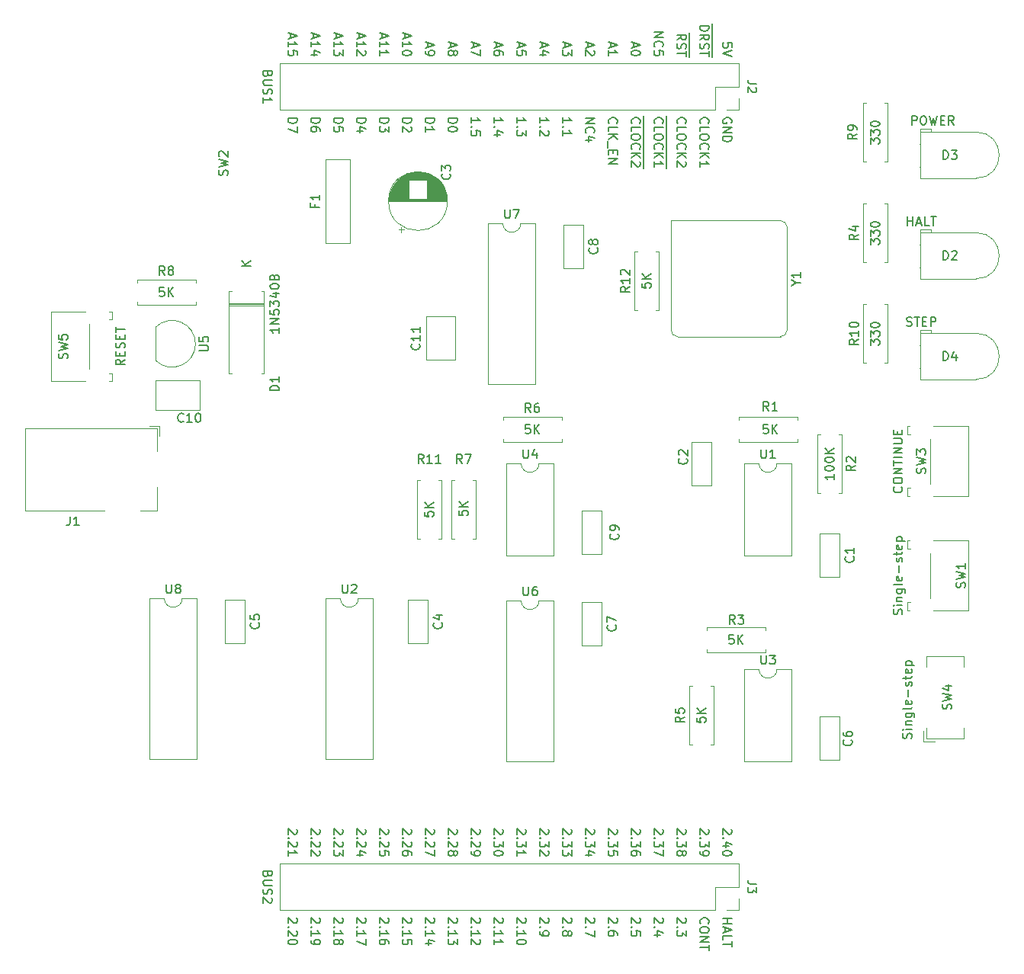
<source format=gto>
G04 #@! TF.GenerationSoftware,KiCad,Pcbnew,(5.1.5-0-10_14)*
G04 #@! TF.CreationDate,2020-04-21T21:14:11+02:00*
G04 #@! TF.ProjectId,Power-Clock,506f7765-722d-4436-9c6f-636b2e6b6963,rev?*
G04 #@! TF.SameCoordinates,Original*
G04 #@! TF.FileFunction,Legend,Top*
G04 #@! TF.FilePolarity,Positive*
%FSLAX46Y46*%
G04 Gerber Fmt 4.6, Leading zero omitted, Abs format (unit mm)*
G04 Created by KiCad (PCBNEW (5.1.5-0-10_14)) date 2020-04-21 21:14:11*
%MOMM*%
%LPD*%
G04 APERTURE LIST*
%ADD10C,0.150000*%
%ADD11C,0.120000*%
G04 APERTURE END LIST*
D10*
X98242380Y-126652976D02*
X98290000Y-126700595D01*
X98337619Y-126795833D01*
X98337619Y-127033928D01*
X98290000Y-127129166D01*
X98242380Y-127176785D01*
X98147142Y-127224404D01*
X98051904Y-127224404D01*
X97909047Y-127176785D01*
X97337619Y-126605357D01*
X97337619Y-127224404D01*
X97432857Y-127652976D02*
X97385238Y-127700595D01*
X97337619Y-127652976D01*
X97385238Y-127605357D01*
X97432857Y-127652976D01*
X97337619Y-127652976D01*
X98337619Y-128033928D02*
X98337619Y-128652976D01*
X97956666Y-128319642D01*
X97956666Y-128462500D01*
X97909047Y-128557738D01*
X97861428Y-128605357D01*
X97766190Y-128652976D01*
X97528095Y-128652976D01*
X97432857Y-128605357D01*
X97385238Y-128557738D01*
X97337619Y-128462500D01*
X97337619Y-128176785D01*
X97385238Y-128081547D01*
X97432857Y-128033928D01*
X95702380Y-126652976D02*
X95750000Y-126700595D01*
X95797619Y-126795833D01*
X95797619Y-127033928D01*
X95750000Y-127129166D01*
X95702380Y-127176785D01*
X95607142Y-127224404D01*
X95511904Y-127224404D01*
X95369047Y-127176785D01*
X94797619Y-126605357D01*
X94797619Y-127224404D01*
X94892857Y-127652976D02*
X94845238Y-127700595D01*
X94797619Y-127652976D01*
X94845238Y-127605357D01*
X94892857Y-127652976D01*
X94797619Y-127652976D01*
X95464285Y-128557738D02*
X94797619Y-128557738D01*
X95845238Y-128319642D02*
X95130952Y-128081547D01*
X95130952Y-128700595D01*
X93162380Y-126652976D02*
X93210000Y-126700595D01*
X93257619Y-126795833D01*
X93257619Y-127033928D01*
X93210000Y-127129166D01*
X93162380Y-127176785D01*
X93067142Y-127224404D01*
X92971904Y-127224404D01*
X92829047Y-127176785D01*
X92257619Y-126605357D01*
X92257619Y-127224404D01*
X92352857Y-127652976D02*
X92305238Y-127700595D01*
X92257619Y-127652976D01*
X92305238Y-127605357D01*
X92352857Y-127652976D01*
X92257619Y-127652976D01*
X93257619Y-128605357D02*
X93257619Y-128129166D01*
X92781428Y-128081547D01*
X92829047Y-128129166D01*
X92876666Y-128224404D01*
X92876666Y-128462500D01*
X92829047Y-128557738D01*
X92781428Y-128605357D01*
X92686190Y-128652976D01*
X92448095Y-128652976D01*
X92352857Y-128605357D01*
X92305238Y-128557738D01*
X92257619Y-128462500D01*
X92257619Y-128224404D01*
X92305238Y-128129166D01*
X92352857Y-128081547D01*
X102417619Y-126700595D02*
X103417619Y-126700595D01*
X102941428Y-126700595D02*
X102941428Y-127272023D01*
X102417619Y-127272023D02*
X103417619Y-127272023D01*
X102703333Y-127700595D02*
X102703333Y-128176785D01*
X102417619Y-127605357D02*
X103417619Y-127938690D01*
X102417619Y-128272023D01*
X102417619Y-129081547D02*
X102417619Y-128605357D01*
X103417619Y-128605357D01*
X103417619Y-129272023D02*
X103417619Y-129843452D01*
X102417619Y-129557738D02*
X103417619Y-129557738D01*
X99972857Y-127272023D02*
X99925238Y-127224404D01*
X99877619Y-127081547D01*
X99877619Y-126986309D01*
X99925238Y-126843452D01*
X100020476Y-126748214D01*
X100115714Y-126700595D01*
X100306190Y-126652976D01*
X100449047Y-126652976D01*
X100639523Y-126700595D01*
X100734761Y-126748214D01*
X100830000Y-126843452D01*
X100877619Y-126986309D01*
X100877619Y-127081547D01*
X100830000Y-127224404D01*
X100782380Y-127272023D01*
X100877619Y-127891071D02*
X100877619Y-128081547D01*
X100830000Y-128176785D01*
X100734761Y-128272023D01*
X100544285Y-128319642D01*
X100210952Y-128319642D01*
X100020476Y-128272023D01*
X99925238Y-128176785D01*
X99877619Y-128081547D01*
X99877619Y-127891071D01*
X99925238Y-127795833D01*
X100020476Y-127700595D01*
X100210952Y-127652976D01*
X100544285Y-127652976D01*
X100734761Y-127700595D01*
X100830000Y-127795833D01*
X100877619Y-127891071D01*
X99877619Y-128748214D02*
X100877619Y-128748214D01*
X99877619Y-129319642D01*
X100877619Y-129319642D01*
X100877619Y-129652976D02*
X100877619Y-130224404D01*
X99877619Y-129938690D02*
X100877619Y-129938690D01*
X90622380Y-126652976D02*
X90670000Y-126700595D01*
X90717619Y-126795833D01*
X90717619Y-127033928D01*
X90670000Y-127129166D01*
X90622380Y-127176785D01*
X90527142Y-127224404D01*
X90431904Y-127224404D01*
X90289047Y-127176785D01*
X89717619Y-126605357D01*
X89717619Y-127224404D01*
X89812857Y-127652976D02*
X89765238Y-127700595D01*
X89717619Y-127652976D01*
X89765238Y-127605357D01*
X89812857Y-127652976D01*
X89717619Y-127652976D01*
X90717619Y-128557738D02*
X90717619Y-128367261D01*
X90670000Y-128272023D01*
X90622380Y-128224404D01*
X90479523Y-128129166D01*
X90289047Y-128081547D01*
X89908095Y-128081547D01*
X89812857Y-128129166D01*
X89765238Y-128176785D01*
X89717619Y-128272023D01*
X89717619Y-128462500D01*
X89765238Y-128557738D01*
X89812857Y-128605357D01*
X89908095Y-128652976D01*
X90146190Y-128652976D01*
X90241428Y-128605357D01*
X90289047Y-128557738D01*
X90336666Y-128462500D01*
X90336666Y-128272023D01*
X90289047Y-128176785D01*
X90241428Y-128129166D01*
X90146190Y-128081547D01*
X85542380Y-126652976D02*
X85590000Y-126700595D01*
X85637619Y-126795833D01*
X85637619Y-127033928D01*
X85590000Y-127129166D01*
X85542380Y-127176785D01*
X85447142Y-127224404D01*
X85351904Y-127224404D01*
X85209047Y-127176785D01*
X84637619Y-126605357D01*
X84637619Y-127224404D01*
X84732857Y-127652976D02*
X84685238Y-127700595D01*
X84637619Y-127652976D01*
X84685238Y-127605357D01*
X84732857Y-127652976D01*
X84637619Y-127652976D01*
X85209047Y-128272023D02*
X85256666Y-128176785D01*
X85304285Y-128129166D01*
X85399523Y-128081547D01*
X85447142Y-128081547D01*
X85542380Y-128129166D01*
X85590000Y-128176785D01*
X85637619Y-128272023D01*
X85637619Y-128462500D01*
X85590000Y-128557738D01*
X85542380Y-128605357D01*
X85447142Y-128652976D01*
X85399523Y-128652976D01*
X85304285Y-128605357D01*
X85256666Y-128557738D01*
X85209047Y-128462500D01*
X85209047Y-128272023D01*
X85161428Y-128176785D01*
X85113809Y-128129166D01*
X85018571Y-128081547D01*
X84828095Y-128081547D01*
X84732857Y-128129166D01*
X84685238Y-128176785D01*
X84637619Y-128272023D01*
X84637619Y-128462500D01*
X84685238Y-128557738D01*
X84732857Y-128605357D01*
X84828095Y-128652976D01*
X85018571Y-128652976D01*
X85113809Y-128605357D01*
X85161428Y-128557738D01*
X85209047Y-128462500D01*
X80462380Y-126652976D02*
X80510000Y-126700595D01*
X80557619Y-126795833D01*
X80557619Y-127033928D01*
X80510000Y-127129166D01*
X80462380Y-127176785D01*
X80367142Y-127224404D01*
X80271904Y-127224404D01*
X80129047Y-127176785D01*
X79557619Y-126605357D01*
X79557619Y-127224404D01*
X79652857Y-127652976D02*
X79605238Y-127700595D01*
X79557619Y-127652976D01*
X79605238Y-127605357D01*
X79652857Y-127652976D01*
X79557619Y-127652976D01*
X79557619Y-128652976D02*
X79557619Y-128081547D01*
X79557619Y-128367261D02*
X80557619Y-128367261D01*
X80414761Y-128272023D01*
X80319523Y-128176785D01*
X80271904Y-128081547D01*
X80557619Y-129272023D02*
X80557619Y-129367261D01*
X80510000Y-129462500D01*
X80462380Y-129510119D01*
X80367142Y-129557738D01*
X80176666Y-129605357D01*
X79938571Y-129605357D01*
X79748095Y-129557738D01*
X79652857Y-129510119D01*
X79605238Y-129462500D01*
X79557619Y-129367261D01*
X79557619Y-129272023D01*
X79605238Y-129176785D01*
X79652857Y-129129166D01*
X79748095Y-129081547D01*
X79938571Y-129033928D01*
X80176666Y-129033928D01*
X80367142Y-129081547D01*
X80462380Y-129129166D01*
X80510000Y-129176785D01*
X80557619Y-129272023D01*
X88082380Y-126652976D02*
X88130000Y-126700595D01*
X88177619Y-126795833D01*
X88177619Y-127033928D01*
X88130000Y-127129166D01*
X88082380Y-127176785D01*
X87987142Y-127224404D01*
X87891904Y-127224404D01*
X87749047Y-127176785D01*
X87177619Y-126605357D01*
X87177619Y-127224404D01*
X87272857Y-127652976D02*
X87225238Y-127700595D01*
X87177619Y-127652976D01*
X87225238Y-127605357D01*
X87272857Y-127652976D01*
X87177619Y-127652976D01*
X88177619Y-128033928D02*
X88177619Y-128700595D01*
X87177619Y-128272023D01*
X83002380Y-126652976D02*
X83050000Y-126700595D01*
X83097619Y-126795833D01*
X83097619Y-127033928D01*
X83050000Y-127129166D01*
X83002380Y-127176785D01*
X82907142Y-127224404D01*
X82811904Y-127224404D01*
X82669047Y-127176785D01*
X82097619Y-126605357D01*
X82097619Y-127224404D01*
X82192857Y-127652976D02*
X82145238Y-127700595D01*
X82097619Y-127652976D01*
X82145238Y-127605357D01*
X82192857Y-127652976D01*
X82097619Y-127652976D01*
X82097619Y-128176785D02*
X82097619Y-128367261D01*
X82145238Y-128462500D01*
X82192857Y-128510119D01*
X82335714Y-128605357D01*
X82526190Y-128652976D01*
X82907142Y-128652976D01*
X83002380Y-128605357D01*
X83050000Y-128557738D01*
X83097619Y-128462500D01*
X83097619Y-128272023D01*
X83050000Y-128176785D01*
X83002380Y-128129166D01*
X82907142Y-128081547D01*
X82669047Y-128081547D01*
X82573809Y-128129166D01*
X82526190Y-128176785D01*
X82478571Y-128272023D01*
X82478571Y-128462500D01*
X82526190Y-128557738D01*
X82573809Y-128605357D01*
X82669047Y-128652976D01*
X77922380Y-126652976D02*
X77970000Y-126700595D01*
X78017619Y-126795833D01*
X78017619Y-127033928D01*
X77970000Y-127129166D01*
X77922380Y-127176785D01*
X77827142Y-127224404D01*
X77731904Y-127224404D01*
X77589047Y-127176785D01*
X77017619Y-126605357D01*
X77017619Y-127224404D01*
X77112857Y-127652976D02*
X77065238Y-127700595D01*
X77017619Y-127652976D01*
X77065238Y-127605357D01*
X77112857Y-127652976D01*
X77017619Y-127652976D01*
X77017619Y-128652976D02*
X77017619Y-128081547D01*
X77017619Y-128367261D02*
X78017619Y-128367261D01*
X77874761Y-128272023D01*
X77779523Y-128176785D01*
X77731904Y-128081547D01*
X77017619Y-129605357D02*
X77017619Y-129033928D01*
X77017619Y-129319642D02*
X78017619Y-129319642D01*
X77874761Y-129224404D01*
X77779523Y-129129166D01*
X77731904Y-129033928D01*
X75382380Y-126652976D02*
X75430000Y-126700595D01*
X75477619Y-126795833D01*
X75477619Y-127033928D01*
X75430000Y-127129166D01*
X75382380Y-127176785D01*
X75287142Y-127224404D01*
X75191904Y-127224404D01*
X75049047Y-127176785D01*
X74477619Y-126605357D01*
X74477619Y-127224404D01*
X74572857Y-127652976D02*
X74525238Y-127700595D01*
X74477619Y-127652976D01*
X74525238Y-127605357D01*
X74572857Y-127652976D01*
X74477619Y-127652976D01*
X74477619Y-128652976D02*
X74477619Y-128081547D01*
X74477619Y-128367261D02*
X75477619Y-128367261D01*
X75334761Y-128272023D01*
X75239523Y-128176785D01*
X75191904Y-128081547D01*
X75382380Y-129033928D02*
X75430000Y-129081547D01*
X75477619Y-129176785D01*
X75477619Y-129414880D01*
X75430000Y-129510119D01*
X75382380Y-129557738D01*
X75287142Y-129605357D01*
X75191904Y-129605357D01*
X75049047Y-129557738D01*
X74477619Y-128986309D01*
X74477619Y-129605357D01*
X67762380Y-126652976D02*
X67810000Y-126700595D01*
X67857619Y-126795833D01*
X67857619Y-127033928D01*
X67810000Y-127129166D01*
X67762380Y-127176785D01*
X67667142Y-127224404D01*
X67571904Y-127224404D01*
X67429047Y-127176785D01*
X66857619Y-126605357D01*
X66857619Y-127224404D01*
X66952857Y-127652976D02*
X66905238Y-127700595D01*
X66857619Y-127652976D01*
X66905238Y-127605357D01*
X66952857Y-127652976D01*
X66857619Y-127652976D01*
X66857619Y-128652976D02*
X66857619Y-128081547D01*
X66857619Y-128367261D02*
X67857619Y-128367261D01*
X67714761Y-128272023D01*
X67619523Y-128176785D01*
X67571904Y-128081547D01*
X67857619Y-129557738D02*
X67857619Y-129081547D01*
X67381428Y-129033928D01*
X67429047Y-129081547D01*
X67476666Y-129176785D01*
X67476666Y-129414880D01*
X67429047Y-129510119D01*
X67381428Y-129557738D01*
X67286190Y-129605357D01*
X67048095Y-129605357D01*
X66952857Y-129557738D01*
X66905238Y-129510119D01*
X66857619Y-129414880D01*
X66857619Y-129176785D01*
X66905238Y-129081547D01*
X66952857Y-129033928D01*
X72842380Y-126652976D02*
X72890000Y-126700595D01*
X72937619Y-126795833D01*
X72937619Y-127033928D01*
X72890000Y-127129166D01*
X72842380Y-127176785D01*
X72747142Y-127224404D01*
X72651904Y-127224404D01*
X72509047Y-127176785D01*
X71937619Y-126605357D01*
X71937619Y-127224404D01*
X72032857Y-127652976D02*
X71985238Y-127700595D01*
X71937619Y-127652976D01*
X71985238Y-127605357D01*
X72032857Y-127652976D01*
X71937619Y-127652976D01*
X71937619Y-128652976D02*
X71937619Y-128081547D01*
X71937619Y-128367261D02*
X72937619Y-128367261D01*
X72794761Y-128272023D01*
X72699523Y-128176785D01*
X72651904Y-128081547D01*
X72937619Y-128986309D02*
X72937619Y-129605357D01*
X72556666Y-129272023D01*
X72556666Y-129414880D01*
X72509047Y-129510119D01*
X72461428Y-129557738D01*
X72366190Y-129605357D01*
X72128095Y-129605357D01*
X72032857Y-129557738D01*
X71985238Y-129510119D01*
X71937619Y-129414880D01*
X71937619Y-129129166D01*
X71985238Y-129033928D01*
X72032857Y-128986309D01*
X70302380Y-126652976D02*
X70350000Y-126700595D01*
X70397619Y-126795833D01*
X70397619Y-127033928D01*
X70350000Y-127129166D01*
X70302380Y-127176785D01*
X70207142Y-127224404D01*
X70111904Y-127224404D01*
X69969047Y-127176785D01*
X69397619Y-126605357D01*
X69397619Y-127224404D01*
X69492857Y-127652976D02*
X69445238Y-127700595D01*
X69397619Y-127652976D01*
X69445238Y-127605357D01*
X69492857Y-127652976D01*
X69397619Y-127652976D01*
X69397619Y-128652976D02*
X69397619Y-128081547D01*
X69397619Y-128367261D02*
X70397619Y-128367261D01*
X70254761Y-128272023D01*
X70159523Y-128176785D01*
X70111904Y-128081547D01*
X70064285Y-129510119D02*
X69397619Y-129510119D01*
X70445238Y-129272023D02*
X69730952Y-129033928D01*
X69730952Y-129652976D01*
X57602380Y-126652976D02*
X57650000Y-126700595D01*
X57697619Y-126795833D01*
X57697619Y-127033928D01*
X57650000Y-127129166D01*
X57602380Y-127176785D01*
X57507142Y-127224404D01*
X57411904Y-127224404D01*
X57269047Y-127176785D01*
X56697619Y-126605357D01*
X56697619Y-127224404D01*
X56792857Y-127652976D02*
X56745238Y-127700595D01*
X56697619Y-127652976D01*
X56745238Y-127605357D01*
X56792857Y-127652976D01*
X56697619Y-127652976D01*
X56697619Y-128652976D02*
X56697619Y-128081547D01*
X56697619Y-128367261D02*
X57697619Y-128367261D01*
X57554761Y-128272023D01*
X57459523Y-128176785D01*
X57411904Y-128081547D01*
X56697619Y-129129166D02*
X56697619Y-129319642D01*
X56745238Y-129414880D01*
X56792857Y-129462500D01*
X56935714Y-129557738D01*
X57126190Y-129605357D01*
X57507142Y-129605357D01*
X57602380Y-129557738D01*
X57650000Y-129510119D01*
X57697619Y-129414880D01*
X57697619Y-129224404D01*
X57650000Y-129129166D01*
X57602380Y-129081547D01*
X57507142Y-129033928D01*
X57269047Y-129033928D01*
X57173809Y-129081547D01*
X57126190Y-129129166D01*
X57078571Y-129224404D01*
X57078571Y-129414880D01*
X57126190Y-129510119D01*
X57173809Y-129557738D01*
X57269047Y-129605357D01*
X55062380Y-126652976D02*
X55110000Y-126700595D01*
X55157619Y-126795833D01*
X55157619Y-127033928D01*
X55110000Y-127129166D01*
X55062380Y-127176785D01*
X54967142Y-127224404D01*
X54871904Y-127224404D01*
X54729047Y-127176785D01*
X54157619Y-126605357D01*
X54157619Y-127224404D01*
X54252857Y-127652976D02*
X54205238Y-127700595D01*
X54157619Y-127652976D01*
X54205238Y-127605357D01*
X54252857Y-127652976D01*
X54157619Y-127652976D01*
X55062380Y-128081547D02*
X55110000Y-128129166D01*
X55157619Y-128224404D01*
X55157619Y-128462500D01*
X55110000Y-128557738D01*
X55062380Y-128605357D01*
X54967142Y-128652976D01*
X54871904Y-128652976D01*
X54729047Y-128605357D01*
X54157619Y-128033928D01*
X54157619Y-128652976D01*
X55157619Y-129272023D02*
X55157619Y-129367261D01*
X55110000Y-129462500D01*
X55062380Y-129510119D01*
X54967142Y-129557738D01*
X54776666Y-129605357D01*
X54538571Y-129605357D01*
X54348095Y-129557738D01*
X54252857Y-129510119D01*
X54205238Y-129462500D01*
X54157619Y-129367261D01*
X54157619Y-129272023D01*
X54205238Y-129176785D01*
X54252857Y-129129166D01*
X54348095Y-129081547D01*
X54538571Y-129033928D01*
X54776666Y-129033928D01*
X54967142Y-129081547D01*
X55062380Y-129129166D01*
X55110000Y-129176785D01*
X55157619Y-129272023D01*
X60142380Y-126652976D02*
X60190000Y-126700595D01*
X60237619Y-126795833D01*
X60237619Y-127033928D01*
X60190000Y-127129166D01*
X60142380Y-127176785D01*
X60047142Y-127224404D01*
X59951904Y-127224404D01*
X59809047Y-127176785D01*
X59237619Y-126605357D01*
X59237619Y-127224404D01*
X59332857Y-127652976D02*
X59285238Y-127700595D01*
X59237619Y-127652976D01*
X59285238Y-127605357D01*
X59332857Y-127652976D01*
X59237619Y-127652976D01*
X59237619Y-128652976D02*
X59237619Y-128081547D01*
X59237619Y-128367261D02*
X60237619Y-128367261D01*
X60094761Y-128272023D01*
X59999523Y-128176785D01*
X59951904Y-128081547D01*
X59809047Y-129224404D02*
X59856666Y-129129166D01*
X59904285Y-129081547D01*
X59999523Y-129033928D01*
X60047142Y-129033928D01*
X60142380Y-129081547D01*
X60190000Y-129129166D01*
X60237619Y-129224404D01*
X60237619Y-129414880D01*
X60190000Y-129510119D01*
X60142380Y-129557738D01*
X60047142Y-129605357D01*
X59999523Y-129605357D01*
X59904285Y-129557738D01*
X59856666Y-129510119D01*
X59809047Y-129414880D01*
X59809047Y-129224404D01*
X59761428Y-129129166D01*
X59713809Y-129081547D01*
X59618571Y-129033928D01*
X59428095Y-129033928D01*
X59332857Y-129081547D01*
X59285238Y-129129166D01*
X59237619Y-129224404D01*
X59237619Y-129414880D01*
X59285238Y-129510119D01*
X59332857Y-129557738D01*
X59428095Y-129605357D01*
X59618571Y-129605357D01*
X59713809Y-129557738D01*
X59761428Y-129510119D01*
X59809047Y-129414880D01*
X65222380Y-126652976D02*
X65270000Y-126700595D01*
X65317619Y-126795833D01*
X65317619Y-127033928D01*
X65270000Y-127129166D01*
X65222380Y-127176785D01*
X65127142Y-127224404D01*
X65031904Y-127224404D01*
X64889047Y-127176785D01*
X64317619Y-126605357D01*
X64317619Y-127224404D01*
X64412857Y-127652976D02*
X64365238Y-127700595D01*
X64317619Y-127652976D01*
X64365238Y-127605357D01*
X64412857Y-127652976D01*
X64317619Y-127652976D01*
X64317619Y-128652976D02*
X64317619Y-128081547D01*
X64317619Y-128367261D02*
X65317619Y-128367261D01*
X65174761Y-128272023D01*
X65079523Y-128176785D01*
X65031904Y-128081547D01*
X65317619Y-129510119D02*
X65317619Y-129319642D01*
X65270000Y-129224404D01*
X65222380Y-129176785D01*
X65079523Y-129081547D01*
X64889047Y-129033928D01*
X64508095Y-129033928D01*
X64412857Y-129081547D01*
X64365238Y-129129166D01*
X64317619Y-129224404D01*
X64317619Y-129414880D01*
X64365238Y-129510119D01*
X64412857Y-129557738D01*
X64508095Y-129605357D01*
X64746190Y-129605357D01*
X64841428Y-129557738D01*
X64889047Y-129510119D01*
X64936666Y-129414880D01*
X64936666Y-129224404D01*
X64889047Y-129129166D01*
X64841428Y-129081547D01*
X64746190Y-129033928D01*
X62682380Y-126652976D02*
X62730000Y-126700595D01*
X62777619Y-126795833D01*
X62777619Y-127033928D01*
X62730000Y-127129166D01*
X62682380Y-127176785D01*
X62587142Y-127224404D01*
X62491904Y-127224404D01*
X62349047Y-127176785D01*
X61777619Y-126605357D01*
X61777619Y-127224404D01*
X61872857Y-127652976D02*
X61825238Y-127700595D01*
X61777619Y-127652976D01*
X61825238Y-127605357D01*
X61872857Y-127652976D01*
X61777619Y-127652976D01*
X61777619Y-128652976D02*
X61777619Y-128081547D01*
X61777619Y-128367261D02*
X62777619Y-128367261D01*
X62634761Y-128272023D01*
X62539523Y-128176785D01*
X62491904Y-128081547D01*
X62777619Y-128986309D02*
X62777619Y-129652976D01*
X61777619Y-129224404D01*
X93162380Y-116774642D02*
X93210000Y-116822261D01*
X93257619Y-116917500D01*
X93257619Y-117155595D01*
X93210000Y-117250833D01*
X93162380Y-117298452D01*
X93067142Y-117346071D01*
X92971904Y-117346071D01*
X92829047Y-117298452D01*
X92257619Y-116727023D01*
X92257619Y-117346071D01*
X92352857Y-117774642D02*
X92305238Y-117822261D01*
X92257619Y-117774642D01*
X92305238Y-117727023D01*
X92352857Y-117774642D01*
X92257619Y-117774642D01*
X93257619Y-118155595D02*
X93257619Y-118774642D01*
X92876666Y-118441309D01*
X92876666Y-118584166D01*
X92829047Y-118679404D01*
X92781428Y-118727023D01*
X92686190Y-118774642D01*
X92448095Y-118774642D01*
X92352857Y-118727023D01*
X92305238Y-118679404D01*
X92257619Y-118584166D01*
X92257619Y-118298452D01*
X92305238Y-118203214D01*
X92352857Y-118155595D01*
X93257619Y-119631785D02*
X93257619Y-119441309D01*
X93210000Y-119346071D01*
X93162380Y-119298452D01*
X93019523Y-119203214D01*
X92829047Y-119155595D01*
X92448095Y-119155595D01*
X92352857Y-119203214D01*
X92305238Y-119250833D01*
X92257619Y-119346071D01*
X92257619Y-119536547D01*
X92305238Y-119631785D01*
X92352857Y-119679404D01*
X92448095Y-119727023D01*
X92686190Y-119727023D01*
X92781428Y-119679404D01*
X92829047Y-119631785D01*
X92876666Y-119536547D01*
X92876666Y-119346071D01*
X92829047Y-119250833D01*
X92781428Y-119203214D01*
X92686190Y-119155595D01*
X62682380Y-116774642D02*
X62730000Y-116822261D01*
X62777619Y-116917500D01*
X62777619Y-117155595D01*
X62730000Y-117250833D01*
X62682380Y-117298452D01*
X62587142Y-117346071D01*
X62491904Y-117346071D01*
X62349047Y-117298452D01*
X61777619Y-116727023D01*
X61777619Y-117346071D01*
X61872857Y-117774642D02*
X61825238Y-117822261D01*
X61777619Y-117774642D01*
X61825238Y-117727023D01*
X61872857Y-117774642D01*
X61777619Y-117774642D01*
X62682380Y-118203214D02*
X62730000Y-118250833D01*
X62777619Y-118346071D01*
X62777619Y-118584166D01*
X62730000Y-118679404D01*
X62682380Y-118727023D01*
X62587142Y-118774642D01*
X62491904Y-118774642D01*
X62349047Y-118727023D01*
X61777619Y-118155595D01*
X61777619Y-118774642D01*
X62444285Y-119631785D02*
X61777619Y-119631785D01*
X62825238Y-119393690D02*
X62110952Y-119155595D01*
X62110952Y-119774642D01*
X55062380Y-116774642D02*
X55110000Y-116822261D01*
X55157619Y-116917500D01*
X55157619Y-117155595D01*
X55110000Y-117250833D01*
X55062380Y-117298452D01*
X54967142Y-117346071D01*
X54871904Y-117346071D01*
X54729047Y-117298452D01*
X54157619Y-116727023D01*
X54157619Y-117346071D01*
X54252857Y-117774642D02*
X54205238Y-117822261D01*
X54157619Y-117774642D01*
X54205238Y-117727023D01*
X54252857Y-117774642D01*
X54157619Y-117774642D01*
X55062380Y-118203214D02*
X55110000Y-118250833D01*
X55157619Y-118346071D01*
X55157619Y-118584166D01*
X55110000Y-118679404D01*
X55062380Y-118727023D01*
X54967142Y-118774642D01*
X54871904Y-118774642D01*
X54729047Y-118727023D01*
X54157619Y-118155595D01*
X54157619Y-118774642D01*
X54157619Y-119727023D02*
X54157619Y-119155595D01*
X54157619Y-119441309D02*
X55157619Y-119441309D01*
X55014761Y-119346071D01*
X54919523Y-119250833D01*
X54871904Y-119155595D01*
X60142380Y-116774642D02*
X60190000Y-116822261D01*
X60237619Y-116917500D01*
X60237619Y-117155595D01*
X60190000Y-117250833D01*
X60142380Y-117298452D01*
X60047142Y-117346071D01*
X59951904Y-117346071D01*
X59809047Y-117298452D01*
X59237619Y-116727023D01*
X59237619Y-117346071D01*
X59332857Y-117774642D02*
X59285238Y-117822261D01*
X59237619Y-117774642D01*
X59285238Y-117727023D01*
X59332857Y-117774642D01*
X59237619Y-117774642D01*
X60142380Y-118203214D02*
X60190000Y-118250833D01*
X60237619Y-118346071D01*
X60237619Y-118584166D01*
X60190000Y-118679404D01*
X60142380Y-118727023D01*
X60047142Y-118774642D01*
X59951904Y-118774642D01*
X59809047Y-118727023D01*
X59237619Y-118155595D01*
X59237619Y-118774642D01*
X60237619Y-119107976D02*
X60237619Y-119727023D01*
X59856666Y-119393690D01*
X59856666Y-119536547D01*
X59809047Y-119631785D01*
X59761428Y-119679404D01*
X59666190Y-119727023D01*
X59428095Y-119727023D01*
X59332857Y-119679404D01*
X59285238Y-119631785D01*
X59237619Y-119536547D01*
X59237619Y-119250833D01*
X59285238Y-119155595D01*
X59332857Y-119107976D01*
X57602380Y-116774642D02*
X57650000Y-116822261D01*
X57697619Y-116917500D01*
X57697619Y-117155595D01*
X57650000Y-117250833D01*
X57602380Y-117298452D01*
X57507142Y-117346071D01*
X57411904Y-117346071D01*
X57269047Y-117298452D01*
X56697619Y-116727023D01*
X56697619Y-117346071D01*
X56792857Y-117774642D02*
X56745238Y-117822261D01*
X56697619Y-117774642D01*
X56745238Y-117727023D01*
X56792857Y-117774642D01*
X56697619Y-117774642D01*
X57602380Y-118203214D02*
X57650000Y-118250833D01*
X57697619Y-118346071D01*
X57697619Y-118584166D01*
X57650000Y-118679404D01*
X57602380Y-118727023D01*
X57507142Y-118774642D01*
X57411904Y-118774642D01*
X57269047Y-118727023D01*
X56697619Y-118155595D01*
X56697619Y-118774642D01*
X57602380Y-119155595D02*
X57650000Y-119203214D01*
X57697619Y-119298452D01*
X57697619Y-119536547D01*
X57650000Y-119631785D01*
X57602380Y-119679404D01*
X57507142Y-119727023D01*
X57411904Y-119727023D01*
X57269047Y-119679404D01*
X56697619Y-119107976D01*
X56697619Y-119727023D01*
X65222380Y-116774642D02*
X65270000Y-116822261D01*
X65317619Y-116917500D01*
X65317619Y-117155595D01*
X65270000Y-117250833D01*
X65222380Y-117298452D01*
X65127142Y-117346071D01*
X65031904Y-117346071D01*
X64889047Y-117298452D01*
X64317619Y-116727023D01*
X64317619Y-117346071D01*
X64412857Y-117774642D02*
X64365238Y-117822261D01*
X64317619Y-117774642D01*
X64365238Y-117727023D01*
X64412857Y-117774642D01*
X64317619Y-117774642D01*
X65222380Y-118203214D02*
X65270000Y-118250833D01*
X65317619Y-118346071D01*
X65317619Y-118584166D01*
X65270000Y-118679404D01*
X65222380Y-118727023D01*
X65127142Y-118774642D01*
X65031904Y-118774642D01*
X64889047Y-118727023D01*
X64317619Y-118155595D01*
X64317619Y-118774642D01*
X65317619Y-119679404D02*
X65317619Y-119203214D01*
X64841428Y-119155595D01*
X64889047Y-119203214D01*
X64936666Y-119298452D01*
X64936666Y-119536547D01*
X64889047Y-119631785D01*
X64841428Y-119679404D01*
X64746190Y-119727023D01*
X64508095Y-119727023D01*
X64412857Y-119679404D01*
X64365238Y-119631785D01*
X64317619Y-119536547D01*
X64317619Y-119298452D01*
X64365238Y-119203214D01*
X64412857Y-119155595D01*
X67762380Y-116774642D02*
X67810000Y-116822261D01*
X67857619Y-116917500D01*
X67857619Y-117155595D01*
X67810000Y-117250833D01*
X67762380Y-117298452D01*
X67667142Y-117346071D01*
X67571904Y-117346071D01*
X67429047Y-117298452D01*
X66857619Y-116727023D01*
X66857619Y-117346071D01*
X66952857Y-117774642D02*
X66905238Y-117822261D01*
X66857619Y-117774642D01*
X66905238Y-117727023D01*
X66952857Y-117774642D01*
X66857619Y-117774642D01*
X67762380Y-118203214D02*
X67810000Y-118250833D01*
X67857619Y-118346071D01*
X67857619Y-118584166D01*
X67810000Y-118679404D01*
X67762380Y-118727023D01*
X67667142Y-118774642D01*
X67571904Y-118774642D01*
X67429047Y-118727023D01*
X66857619Y-118155595D01*
X66857619Y-118774642D01*
X67857619Y-119631785D02*
X67857619Y-119441309D01*
X67810000Y-119346071D01*
X67762380Y-119298452D01*
X67619523Y-119203214D01*
X67429047Y-119155595D01*
X67048095Y-119155595D01*
X66952857Y-119203214D01*
X66905238Y-119250833D01*
X66857619Y-119346071D01*
X66857619Y-119536547D01*
X66905238Y-119631785D01*
X66952857Y-119679404D01*
X67048095Y-119727023D01*
X67286190Y-119727023D01*
X67381428Y-119679404D01*
X67429047Y-119631785D01*
X67476666Y-119536547D01*
X67476666Y-119346071D01*
X67429047Y-119250833D01*
X67381428Y-119203214D01*
X67286190Y-119155595D01*
X70302380Y-116774642D02*
X70350000Y-116822261D01*
X70397619Y-116917500D01*
X70397619Y-117155595D01*
X70350000Y-117250833D01*
X70302380Y-117298452D01*
X70207142Y-117346071D01*
X70111904Y-117346071D01*
X69969047Y-117298452D01*
X69397619Y-116727023D01*
X69397619Y-117346071D01*
X69492857Y-117774642D02*
X69445238Y-117822261D01*
X69397619Y-117774642D01*
X69445238Y-117727023D01*
X69492857Y-117774642D01*
X69397619Y-117774642D01*
X70302380Y-118203214D02*
X70350000Y-118250833D01*
X70397619Y-118346071D01*
X70397619Y-118584166D01*
X70350000Y-118679404D01*
X70302380Y-118727023D01*
X70207142Y-118774642D01*
X70111904Y-118774642D01*
X69969047Y-118727023D01*
X69397619Y-118155595D01*
X69397619Y-118774642D01*
X70397619Y-119107976D02*
X70397619Y-119774642D01*
X69397619Y-119346071D01*
X75382380Y-116774642D02*
X75430000Y-116822261D01*
X75477619Y-116917500D01*
X75477619Y-117155595D01*
X75430000Y-117250833D01*
X75382380Y-117298452D01*
X75287142Y-117346071D01*
X75191904Y-117346071D01*
X75049047Y-117298452D01*
X74477619Y-116727023D01*
X74477619Y-117346071D01*
X74572857Y-117774642D02*
X74525238Y-117822261D01*
X74477619Y-117774642D01*
X74525238Y-117727023D01*
X74572857Y-117774642D01*
X74477619Y-117774642D01*
X75382380Y-118203214D02*
X75430000Y-118250833D01*
X75477619Y-118346071D01*
X75477619Y-118584166D01*
X75430000Y-118679404D01*
X75382380Y-118727023D01*
X75287142Y-118774642D01*
X75191904Y-118774642D01*
X75049047Y-118727023D01*
X74477619Y-118155595D01*
X74477619Y-118774642D01*
X74477619Y-119250833D02*
X74477619Y-119441309D01*
X74525238Y-119536547D01*
X74572857Y-119584166D01*
X74715714Y-119679404D01*
X74906190Y-119727023D01*
X75287142Y-119727023D01*
X75382380Y-119679404D01*
X75430000Y-119631785D01*
X75477619Y-119536547D01*
X75477619Y-119346071D01*
X75430000Y-119250833D01*
X75382380Y-119203214D01*
X75287142Y-119155595D01*
X75049047Y-119155595D01*
X74953809Y-119203214D01*
X74906190Y-119250833D01*
X74858571Y-119346071D01*
X74858571Y-119536547D01*
X74906190Y-119631785D01*
X74953809Y-119679404D01*
X75049047Y-119727023D01*
X72842380Y-116774642D02*
X72890000Y-116822261D01*
X72937619Y-116917500D01*
X72937619Y-117155595D01*
X72890000Y-117250833D01*
X72842380Y-117298452D01*
X72747142Y-117346071D01*
X72651904Y-117346071D01*
X72509047Y-117298452D01*
X71937619Y-116727023D01*
X71937619Y-117346071D01*
X72032857Y-117774642D02*
X71985238Y-117822261D01*
X71937619Y-117774642D01*
X71985238Y-117727023D01*
X72032857Y-117774642D01*
X71937619Y-117774642D01*
X72842380Y-118203214D02*
X72890000Y-118250833D01*
X72937619Y-118346071D01*
X72937619Y-118584166D01*
X72890000Y-118679404D01*
X72842380Y-118727023D01*
X72747142Y-118774642D01*
X72651904Y-118774642D01*
X72509047Y-118727023D01*
X71937619Y-118155595D01*
X71937619Y-118774642D01*
X72509047Y-119346071D02*
X72556666Y-119250833D01*
X72604285Y-119203214D01*
X72699523Y-119155595D01*
X72747142Y-119155595D01*
X72842380Y-119203214D01*
X72890000Y-119250833D01*
X72937619Y-119346071D01*
X72937619Y-119536547D01*
X72890000Y-119631785D01*
X72842380Y-119679404D01*
X72747142Y-119727023D01*
X72699523Y-119727023D01*
X72604285Y-119679404D01*
X72556666Y-119631785D01*
X72509047Y-119536547D01*
X72509047Y-119346071D01*
X72461428Y-119250833D01*
X72413809Y-119203214D01*
X72318571Y-119155595D01*
X72128095Y-119155595D01*
X72032857Y-119203214D01*
X71985238Y-119250833D01*
X71937619Y-119346071D01*
X71937619Y-119536547D01*
X71985238Y-119631785D01*
X72032857Y-119679404D01*
X72128095Y-119727023D01*
X72318571Y-119727023D01*
X72413809Y-119679404D01*
X72461428Y-119631785D01*
X72509047Y-119536547D01*
X77922380Y-116774642D02*
X77970000Y-116822261D01*
X78017619Y-116917500D01*
X78017619Y-117155595D01*
X77970000Y-117250833D01*
X77922380Y-117298452D01*
X77827142Y-117346071D01*
X77731904Y-117346071D01*
X77589047Y-117298452D01*
X77017619Y-116727023D01*
X77017619Y-117346071D01*
X77112857Y-117774642D02*
X77065238Y-117822261D01*
X77017619Y-117774642D01*
X77065238Y-117727023D01*
X77112857Y-117774642D01*
X77017619Y-117774642D01*
X78017619Y-118155595D02*
X78017619Y-118774642D01*
X77636666Y-118441309D01*
X77636666Y-118584166D01*
X77589047Y-118679404D01*
X77541428Y-118727023D01*
X77446190Y-118774642D01*
X77208095Y-118774642D01*
X77112857Y-118727023D01*
X77065238Y-118679404D01*
X77017619Y-118584166D01*
X77017619Y-118298452D01*
X77065238Y-118203214D01*
X77112857Y-118155595D01*
X78017619Y-119393690D02*
X78017619Y-119488928D01*
X77970000Y-119584166D01*
X77922380Y-119631785D01*
X77827142Y-119679404D01*
X77636666Y-119727023D01*
X77398571Y-119727023D01*
X77208095Y-119679404D01*
X77112857Y-119631785D01*
X77065238Y-119584166D01*
X77017619Y-119488928D01*
X77017619Y-119393690D01*
X77065238Y-119298452D01*
X77112857Y-119250833D01*
X77208095Y-119203214D01*
X77398571Y-119155595D01*
X77636666Y-119155595D01*
X77827142Y-119203214D01*
X77922380Y-119250833D01*
X77970000Y-119298452D01*
X78017619Y-119393690D01*
X85542380Y-116774642D02*
X85590000Y-116822261D01*
X85637619Y-116917500D01*
X85637619Y-117155595D01*
X85590000Y-117250833D01*
X85542380Y-117298452D01*
X85447142Y-117346071D01*
X85351904Y-117346071D01*
X85209047Y-117298452D01*
X84637619Y-116727023D01*
X84637619Y-117346071D01*
X84732857Y-117774642D02*
X84685238Y-117822261D01*
X84637619Y-117774642D01*
X84685238Y-117727023D01*
X84732857Y-117774642D01*
X84637619Y-117774642D01*
X85637619Y-118155595D02*
X85637619Y-118774642D01*
X85256666Y-118441309D01*
X85256666Y-118584166D01*
X85209047Y-118679404D01*
X85161428Y-118727023D01*
X85066190Y-118774642D01*
X84828095Y-118774642D01*
X84732857Y-118727023D01*
X84685238Y-118679404D01*
X84637619Y-118584166D01*
X84637619Y-118298452D01*
X84685238Y-118203214D01*
X84732857Y-118155595D01*
X85637619Y-119107976D02*
X85637619Y-119727023D01*
X85256666Y-119393690D01*
X85256666Y-119536547D01*
X85209047Y-119631785D01*
X85161428Y-119679404D01*
X85066190Y-119727023D01*
X84828095Y-119727023D01*
X84732857Y-119679404D01*
X84685238Y-119631785D01*
X84637619Y-119536547D01*
X84637619Y-119250833D01*
X84685238Y-119155595D01*
X84732857Y-119107976D01*
X90622380Y-116774642D02*
X90670000Y-116822261D01*
X90717619Y-116917500D01*
X90717619Y-117155595D01*
X90670000Y-117250833D01*
X90622380Y-117298452D01*
X90527142Y-117346071D01*
X90431904Y-117346071D01*
X90289047Y-117298452D01*
X89717619Y-116727023D01*
X89717619Y-117346071D01*
X89812857Y-117774642D02*
X89765238Y-117822261D01*
X89717619Y-117774642D01*
X89765238Y-117727023D01*
X89812857Y-117774642D01*
X89717619Y-117774642D01*
X90717619Y-118155595D02*
X90717619Y-118774642D01*
X90336666Y-118441309D01*
X90336666Y-118584166D01*
X90289047Y-118679404D01*
X90241428Y-118727023D01*
X90146190Y-118774642D01*
X89908095Y-118774642D01*
X89812857Y-118727023D01*
X89765238Y-118679404D01*
X89717619Y-118584166D01*
X89717619Y-118298452D01*
X89765238Y-118203214D01*
X89812857Y-118155595D01*
X90717619Y-119679404D02*
X90717619Y-119203214D01*
X90241428Y-119155595D01*
X90289047Y-119203214D01*
X90336666Y-119298452D01*
X90336666Y-119536547D01*
X90289047Y-119631785D01*
X90241428Y-119679404D01*
X90146190Y-119727023D01*
X89908095Y-119727023D01*
X89812857Y-119679404D01*
X89765238Y-119631785D01*
X89717619Y-119536547D01*
X89717619Y-119298452D01*
X89765238Y-119203214D01*
X89812857Y-119155595D01*
X83002380Y-116774642D02*
X83050000Y-116822261D01*
X83097619Y-116917500D01*
X83097619Y-117155595D01*
X83050000Y-117250833D01*
X83002380Y-117298452D01*
X82907142Y-117346071D01*
X82811904Y-117346071D01*
X82669047Y-117298452D01*
X82097619Y-116727023D01*
X82097619Y-117346071D01*
X82192857Y-117774642D02*
X82145238Y-117822261D01*
X82097619Y-117774642D01*
X82145238Y-117727023D01*
X82192857Y-117774642D01*
X82097619Y-117774642D01*
X83097619Y-118155595D02*
X83097619Y-118774642D01*
X82716666Y-118441309D01*
X82716666Y-118584166D01*
X82669047Y-118679404D01*
X82621428Y-118727023D01*
X82526190Y-118774642D01*
X82288095Y-118774642D01*
X82192857Y-118727023D01*
X82145238Y-118679404D01*
X82097619Y-118584166D01*
X82097619Y-118298452D01*
X82145238Y-118203214D01*
X82192857Y-118155595D01*
X83002380Y-119155595D02*
X83050000Y-119203214D01*
X83097619Y-119298452D01*
X83097619Y-119536547D01*
X83050000Y-119631785D01*
X83002380Y-119679404D01*
X82907142Y-119727023D01*
X82811904Y-119727023D01*
X82669047Y-119679404D01*
X82097619Y-119107976D01*
X82097619Y-119727023D01*
X88082380Y-116774642D02*
X88130000Y-116822261D01*
X88177619Y-116917500D01*
X88177619Y-117155595D01*
X88130000Y-117250833D01*
X88082380Y-117298452D01*
X87987142Y-117346071D01*
X87891904Y-117346071D01*
X87749047Y-117298452D01*
X87177619Y-116727023D01*
X87177619Y-117346071D01*
X87272857Y-117774642D02*
X87225238Y-117822261D01*
X87177619Y-117774642D01*
X87225238Y-117727023D01*
X87272857Y-117774642D01*
X87177619Y-117774642D01*
X88177619Y-118155595D02*
X88177619Y-118774642D01*
X87796666Y-118441309D01*
X87796666Y-118584166D01*
X87749047Y-118679404D01*
X87701428Y-118727023D01*
X87606190Y-118774642D01*
X87368095Y-118774642D01*
X87272857Y-118727023D01*
X87225238Y-118679404D01*
X87177619Y-118584166D01*
X87177619Y-118298452D01*
X87225238Y-118203214D01*
X87272857Y-118155595D01*
X87844285Y-119631785D02*
X87177619Y-119631785D01*
X88225238Y-119393690D02*
X87510952Y-119155595D01*
X87510952Y-119774642D01*
X80462380Y-116774642D02*
X80510000Y-116822261D01*
X80557619Y-116917500D01*
X80557619Y-117155595D01*
X80510000Y-117250833D01*
X80462380Y-117298452D01*
X80367142Y-117346071D01*
X80271904Y-117346071D01*
X80129047Y-117298452D01*
X79557619Y-116727023D01*
X79557619Y-117346071D01*
X79652857Y-117774642D02*
X79605238Y-117822261D01*
X79557619Y-117774642D01*
X79605238Y-117727023D01*
X79652857Y-117774642D01*
X79557619Y-117774642D01*
X80557619Y-118155595D02*
X80557619Y-118774642D01*
X80176666Y-118441309D01*
X80176666Y-118584166D01*
X80129047Y-118679404D01*
X80081428Y-118727023D01*
X79986190Y-118774642D01*
X79748095Y-118774642D01*
X79652857Y-118727023D01*
X79605238Y-118679404D01*
X79557619Y-118584166D01*
X79557619Y-118298452D01*
X79605238Y-118203214D01*
X79652857Y-118155595D01*
X79557619Y-119727023D02*
X79557619Y-119155595D01*
X79557619Y-119441309D02*
X80557619Y-119441309D01*
X80414761Y-119346071D01*
X80319523Y-119250833D01*
X80271904Y-119155595D01*
X103322380Y-116774642D02*
X103370000Y-116822261D01*
X103417619Y-116917500D01*
X103417619Y-117155595D01*
X103370000Y-117250833D01*
X103322380Y-117298452D01*
X103227142Y-117346071D01*
X103131904Y-117346071D01*
X102989047Y-117298452D01*
X102417619Y-116727023D01*
X102417619Y-117346071D01*
X102512857Y-117774642D02*
X102465238Y-117822261D01*
X102417619Y-117774642D01*
X102465238Y-117727023D01*
X102512857Y-117774642D01*
X102417619Y-117774642D01*
X103084285Y-118679404D02*
X102417619Y-118679404D01*
X103465238Y-118441309D02*
X102750952Y-118203214D01*
X102750952Y-118822261D01*
X103417619Y-119393690D02*
X103417619Y-119488928D01*
X103370000Y-119584166D01*
X103322380Y-119631785D01*
X103227142Y-119679404D01*
X103036666Y-119727023D01*
X102798571Y-119727023D01*
X102608095Y-119679404D01*
X102512857Y-119631785D01*
X102465238Y-119584166D01*
X102417619Y-119488928D01*
X102417619Y-119393690D01*
X102465238Y-119298452D01*
X102512857Y-119250833D01*
X102608095Y-119203214D01*
X102798571Y-119155595D01*
X103036666Y-119155595D01*
X103227142Y-119203214D01*
X103322380Y-119250833D01*
X103370000Y-119298452D01*
X103417619Y-119393690D01*
X98242380Y-116774642D02*
X98290000Y-116822261D01*
X98337619Y-116917500D01*
X98337619Y-117155595D01*
X98290000Y-117250833D01*
X98242380Y-117298452D01*
X98147142Y-117346071D01*
X98051904Y-117346071D01*
X97909047Y-117298452D01*
X97337619Y-116727023D01*
X97337619Y-117346071D01*
X97432857Y-117774642D02*
X97385238Y-117822261D01*
X97337619Y-117774642D01*
X97385238Y-117727023D01*
X97432857Y-117774642D01*
X97337619Y-117774642D01*
X98337619Y-118155595D02*
X98337619Y-118774642D01*
X97956666Y-118441309D01*
X97956666Y-118584166D01*
X97909047Y-118679404D01*
X97861428Y-118727023D01*
X97766190Y-118774642D01*
X97528095Y-118774642D01*
X97432857Y-118727023D01*
X97385238Y-118679404D01*
X97337619Y-118584166D01*
X97337619Y-118298452D01*
X97385238Y-118203214D01*
X97432857Y-118155595D01*
X97909047Y-119346071D02*
X97956666Y-119250833D01*
X98004285Y-119203214D01*
X98099523Y-119155595D01*
X98147142Y-119155595D01*
X98242380Y-119203214D01*
X98290000Y-119250833D01*
X98337619Y-119346071D01*
X98337619Y-119536547D01*
X98290000Y-119631785D01*
X98242380Y-119679404D01*
X98147142Y-119727023D01*
X98099523Y-119727023D01*
X98004285Y-119679404D01*
X97956666Y-119631785D01*
X97909047Y-119536547D01*
X97909047Y-119346071D01*
X97861428Y-119250833D01*
X97813809Y-119203214D01*
X97718571Y-119155595D01*
X97528095Y-119155595D01*
X97432857Y-119203214D01*
X97385238Y-119250833D01*
X97337619Y-119346071D01*
X97337619Y-119536547D01*
X97385238Y-119631785D01*
X97432857Y-119679404D01*
X97528095Y-119727023D01*
X97718571Y-119727023D01*
X97813809Y-119679404D01*
X97861428Y-119631785D01*
X97909047Y-119536547D01*
X95702380Y-116774642D02*
X95750000Y-116822261D01*
X95797619Y-116917500D01*
X95797619Y-117155595D01*
X95750000Y-117250833D01*
X95702380Y-117298452D01*
X95607142Y-117346071D01*
X95511904Y-117346071D01*
X95369047Y-117298452D01*
X94797619Y-116727023D01*
X94797619Y-117346071D01*
X94892857Y-117774642D02*
X94845238Y-117822261D01*
X94797619Y-117774642D01*
X94845238Y-117727023D01*
X94892857Y-117774642D01*
X94797619Y-117774642D01*
X95797619Y-118155595D02*
X95797619Y-118774642D01*
X95416666Y-118441309D01*
X95416666Y-118584166D01*
X95369047Y-118679404D01*
X95321428Y-118727023D01*
X95226190Y-118774642D01*
X94988095Y-118774642D01*
X94892857Y-118727023D01*
X94845238Y-118679404D01*
X94797619Y-118584166D01*
X94797619Y-118298452D01*
X94845238Y-118203214D01*
X94892857Y-118155595D01*
X95797619Y-119107976D02*
X95797619Y-119774642D01*
X94797619Y-119346071D01*
X100782380Y-116774642D02*
X100830000Y-116822261D01*
X100877619Y-116917500D01*
X100877619Y-117155595D01*
X100830000Y-117250833D01*
X100782380Y-117298452D01*
X100687142Y-117346071D01*
X100591904Y-117346071D01*
X100449047Y-117298452D01*
X99877619Y-116727023D01*
X99877619Y-117346071D01*
X99972857Y-117774642D02*
X99925238Y-117822261D01*
X99877619Y-117774642D01*
X99925238Y-117727023D01*
X99972857Y-117774642D01*
X99877619Y-117774642D01*
X100877619Y-118155595D02*
X100877619Y-118774642D01*
X100496666Y-118441309D01*
X100496666Y-118584166D01*
X100449047Y-118679404D01*
X100401428Y-118727023D01*
X100306190Y-118774642D01*
X100068095Y-118774642D01*
X99972857Y-118727023D01*
X99925238Y-118679404D01*
X99877619Y-118584166D01*
X99877619Y-118298452D01*
X99925238Y-118203214D01*
X99972857Y-118155595D01*
X99877619Y-119250833D02*
X99877619Y-119441309D01*
X99925238Y-119536547D01*
X99972857Y-119584166D01*
X100115714Y-119679404D01*
X100306190Y-119727023D01*
X100687142Y-119727023D01*
X100782380Y-119679404D01*
X100830000Y-119631785D01*
X100877619Y-119536547D01*
X100877619Y-119346071D01*
X100830000Y-119250833D01*
X100782380Y-119203214D01*
X100687142Y-119155595D01*
X100449047Y-119155595D01*
X100353809Y-119203214D01*
X100306190Y-119250833D01*
X100258571Y-119346071D01*
X100258571Y-119536547D01*
X100306190Y-119631785D01*
X100353809Y-119679404D01*
X100449047Y-119727023D01*
X103370000Y-38324404D02*
X103417619Y-38229166D01*
X103417619Y-38086309D01*
X103370000Y-37943452D01*
X103274761Y-37848214D01*
X103179523Y-37800595D01*
X102989047Y-37752976D01*
X102846190Y-37752976D01*
X102655714Y-37800595D01*
X102560476Y-37848214D01*
X102465238Y-37943452D01*
X102417619Y-38086309D01*
X102417619Y-38181547D01*
X102465238Y-38324404D01*
X102512857Y-38372023D01*
X102846190Y-38372023D01*
X102846190Y-38181547D01*
X102417619Y-38800595D02*
X103417619Y-38800595D01*
X102417619Y-39372023D01*
X103417619Y-39372023D01*
X102417619Y-39848214D02*
X103417619Y-39848214D01*
X103417619Y-40086309D01*
X103370000Y-40229166D01*
X103274761Y-40324404D01*
X103179523Y-40372023D01*
X102989047Y-40419642D01*
X102846190Y-40419642D01*
X102655714Y-40372023D01*
X102560476Y-40324404D01*
X102465238Y-40229166D01*
X102417619Y-40086309D01*
X102417619Y-39848214D01*
X99972857Y-38372023D02*
X99925238Y-38324404D01*
X99877619Y-38181547D01*
X99877619Y-38086309D01*
X99925238Y-37943452D01*
X100020476Y-37848214D01*
X100115714Y-37800595D01*
X100306190Y-37752976D01*
X100449047Y-37752976D01*
X100639523Y-37800595D01*
X100734761Y-37848214D01*
X100830000Y-37943452D01*
X100877619Y-38086309D01*
X100877619Y-38181547D01*
X100830000Y-38324404D01*
X100782380Y-38372023D01*
X99877619Y-39276785D02*
X99877619Y-38800595D01*
X100877619Y-38800595D01*
X100877619Y-39800595D02*
X100877619Y-39991071D01*
X100830000Y-40086309D01*
X100734761Y-40181547D01*
X100544285Y-40229166D01*
X100210952Y-40229166D01*
X100020476Y-40181547D01*
X99925238Y-40086309D01*
X99877619Y-39991071D01*
X99877619Y-39800595D01*
X99925238Y-39705357D01*
X100020476Y-39610119D01*
X100210952Y-39562500D01*
X100544285Y-39562500D01*
X100734761Y-39610119D01*
X100830000Y-39705357D01*
X100877619Y-39800595D01*
X99972857Y-41229166D02*
X99925238Y-41181547D01*
X99877619Y-41038690D01*
X99877619Y-40943452D01*
X99925238Y-40800595D01*
X100020476Y-40705357D01*
X100115714Y-40657738D01*
X100306190Y-40610119D01*
X100449047Y-40610119D01*
X100639523Y-40657738D01*
X100734761Y-40705357D01*
X100830000Y-40800595D01*
X100877619Y-40943452D01*
X100877619Y-41038690D01*
X100830000Y-41181547D01*
X100782380Y-41229166D01*
X99877619Y-41657738D02*
X100877619Y-41657738D01*
X99877619Y-42229166D02*
X100449047Y-41800595D01*
X100877619Y-42229166D02*
X100306190Y-41657738D01*
X99877619Y-43181547D02*
X99877619Y-42610119D01*
X99877619Y-42895833D02*
X100877619Y-42895833D01*
X100734761Y-42800595D01*
X100639523Y-42705357D01*
X100591904Y-42610119D01*
X97432857Y-38372023D02*
X97385238Y-38324404D01*
X97337619Y-38181547D01*
X97337619Y-38086309D01*
X97385238Y-37943452D01*
X97480476Y-37848214D01*
X97575714Y-37800595D01*
X97766190Y-37752976D01*
X97909047Y-37752976D01*
X98099523Y-37800595D01*
X98194761Y-37848214D01*
X98290000Y-37943452D01*
X98337619Y-38086309D01*
X98337619Y-38181547D01*
X98290000Y-38324404D01*
X98242380Y-38372023D01*
X97337619Y-39276785D02*
X97337619Y-38800595D01*
X98337619Y-38800595D01*
X98337619Y-39800595D02*
X98337619Y-39991071D01*
X98290000Y-40086309D01*
X98194761Y-40181547D01*
X98004285Y-40229166D01*
X97670952Y-40229166D01*
X97480476Y-40181547D01*
X97385238Y-40086309D01*
X97337619Y-39991071D01*
X97337619Y-39800595D01*
X97385238Y-39705357D01*
X97480476Y-39610119D01*
X97670952Y-39562500D01*
X98004285Y-39562500D01*
X98194761Y-39610119D01*
X98290000Y-39705357D01*
X98337619Y-39800595D01*
X97432857Y-41229166D02*
X97385238Y-41181547D01*
X97337619Y-41038690D01*
X97337619Y-40943452D01*
X97385238Y-40800595D01*
X97480476Y-40705357D01*
X97575714Y-40657738D01*
X97766190Y-40610119D01*
X97909047Y-40610119D01*
X98099523Y-40657738D01*
X98194761Y-40705357D01*
X98290000Y-40800595D01*
X98337619Y-40943452D01*
X98337619Y-41038690D01*
X98290000Y-41181547D01*
X98242380Y-41229166D01*
X97337619Y-41657738D02*
X98337619Y-41657738D01*
X97337619Y-42229166D02*
X97909047Y-41800595D01*
X98337619Y-42229166D02*
X97766190Y-41657738D01*
X98242380Y-42610119D02*
X98290000Y-42657738D01*
X98337619Y-42752976D01*
X98337619Y-42991071D01*
X98290000Y-43086309D01*
X98242380Y-43133928D01*
X98147142Y-43181547D01*
X98051904Y-43181547D01*
X97909047Y-43133928D01*
X97337619Y-42562500D01*
X97337619Y-43181547D01*
X96165000Y-37562500D02*
X96165000Y-38562500D01*
X94892857Y-38372023D02*
X94845238Y-38324404D01*
X94797619Y-38181547D01*
X94797619Y-38086309D01*
X94845238Y-37943452D01*
X94940476Y-37848214D01*
X95035714Y-37800595D01*
X95226190Y-37752976D01*
X95369047Y-37752976D01*
X95559523Y-37800595D01*
X95654761Y-37848214D01*
X95750000Y-37943452D01*
X95797619Y-38086309D01*
X95797619Y-38181547D01*
X95750000Y-38324404D01*
X95702380Y-38372023D01*
X96165000Y-38562500D02*
X96165000Y-39372023D01*
X94797619Y-39276785D02*
X94797619Y-38800595D01*
X95797619Y-38800595D01*
X96165000Y-39372023D02*
X96165000Y-40419642D01*
X95797619Y-39800595D02*
X95797619Y-39991071D01*
X95750000Y-40086309D01*
X95654761Y-40181547D01*
X95464285Y-40229166D01*
X95130952Y-40229166D01*
X94940476Y-40181547D01*
X94845238Y-40086309D01*
X94797619Y-39991071D01*
X94797619Y-39800595D01*
X94845238Y-39705357D01*
X94940476Y-39610119D01*
X95130952Y-39562500D01*
X95464285Y-39562500D01*
X95654761Y-39610119D01*
X95750000Y-39705357D01*
X95797619Y-39800595D01*
X96165000Y-40419642D02*
X96165000Y-41419642D01*
X94892857Y-41229166D02*
X94845238Y-41181547D01*
X94797619Y-41038690D01*
X94797619Y-40943452D01*
X94845238Y-40800595D01*
X94940476Y-40705357D01*
X95035714Y-40657738D01*
X95226190Y-40610119D01*
X95369047Y-40610119D01*
X95559523Y-40657738D01*
X95654761Y-40705357D01*
X95750000Y-40800595D01*
X95797619Y-40943452D01*
X95797619Y-41038690D01*
X95750000Y-41181547D01*
X95702380Y-41229166D01*
X96165000Y-41419642D02*
X96165000Y-42419642D01*
X94797619Y-41657738D02*
X95797619Y-41657738D01*
X94797619Y-42229166D02*
X95369047Y-41800595D01*
X95797619Y-42229166D02*
X95226190Y-41657738D01*
X96165000Y-42419642D02*
X96165000Y-43372023D01*
X94797619Y-43181547D02*
X94797619Y-42610119D01*
X94797619Y-42895833D02*
X95797619Y-42895833D01*
X95654761Y-42800595D01*
X95559523Y-42705357D01*
X95511904Y-42610119D01*
X93625000Y-37562500D02*
X93625000Y-38562500D01*
X92352857Y-38372023D02*
X92305238Y-38324404D01*
X92257619Y-38181547D01*
X92257619Y-38086309D01*
X92305238Y-37943452D01*
X92400476Y-37848214D01*
X92495714Y-37800595D01*
X92686190Y-37752976D01*
X92829047Y-37752976D01*
X93019523Y-37800595D01*
X93114761Y-37848214D01*
X93210000Y-37943452D01*
X93257619Y-38086309D01*
X93257619Y-38181547D01*
X93210000Y-38324404D01*
X93162380Y-38372023D01*
X93625000Y-38562500D02*
X93625000Y-39372023D01*
X92257619Y-39276785D02*
X92257619Y-38800595D01*
X93257619Y-38800595D01*
X93625000Y-39372023D02*
X93625000Y-40419642D01*
X93257619Y-39800595D02*
X93257619Y-39991071D01*
X93210000Y-40086309D01*
X93114761Y-40181547D01*
X92924285Y-40229166D01*
X92590952Y-40229166D01*
X92400476Y-40181547D01*
X92305238Y-40086309D01*
X92257619Y-39991071D01*
X92257619Y-39800595D01*
X92305238Y-39705357D01*
X92400476Y-39610119D01*
X92590952Y-39562500D01*
X92924285Y-39562500D01*
X93114761Y-39610119D01*
X93210000Y-39705357D01*
X93257619Y-39800595D01*
X93625000Y-40419642D02*
X93625000Y-41419642D01*
X92352857Y-41229166D02*
X92305238Y-41181547D01*
X92257619Y-41038690D01*
X92257619Y-40943452D01*
X92305238Y-40800595D01*
X92400476Y-40705357D01*
X92495714Y-40657738D01*
X92686190Y-40610119D01*
X92829047Y-40610119D01*
X93019523Y-40657738D01*
X93114761Y-40705357D01*
X93210000Y-40800595D01*
X93257619Y-40943452D01*
X93257619Y-41038690D01*
X93210000Y-41181547D01*
X93162380Y-41229166D01*
X93625000Y-41419642D02*
X93625000Y-42419642D01*
X92257619Y-41657738D02*
X93257619Y-41657738D01*
X92257619Y-42229166D02*
X92829047Y-41800595D01*
X93257619Y-42229166D02*
X92686190Y-41657738D01*
X93625000Y-42419642D02*
X93625000Y-43372023D01*
X93162380Y-42610119D02*
X93210000Y-42657738D01*
X93257619Y-42752976D01*
X93257619Y-42991071D01*
X93210000Y-43086309D01*
X93162380Y-43133928D01*
X93067142Y-43181547D01*
X92971904Y-43181547D01*
X92829047Y-43133928D01*
X92257619Y-42562500D01*
X92257619Y-43181547D01*
X89812857Y-38372023D02*
X89765238Y-38324404D01*
X89717619Y-38181547D01*
X89717619Y-38086309D01*
X89765238Y-37943452D01*
X89860476Y-37848214D01*
X89955714Y-37800595D01*
X90146190Y-37752976D01*
X90289047Y-37752976D01*
X90479523Y-37800595D01*
X90574761Y-37848214D01*
X90670000Y-37943452D01*
X90717619Y-38086309D01*
X90717619Y-38181547D01*
X90670000Y-38324404D01*
X90622380Y-38372023D01*
X89717619Y-39276785D02*
X89717619Y-38800595D01*
X90717619Y-38800595D01*
X89717619Y-39610119D02*
X90717619Y-39610119D01*
X89717619Y-40181547D02*
X90289047Y-39752976D01*
X90717619Y-40181547D02*
X90146190Y-39610119D01*
X89622380Y-40372023D02*
X89622380Y-41133928D01*
X90241428Y-41372023D02*
X90241428Y-41705357D01*
X89717619Y-41848214D02*
X89717619Y-41372023D01*
X90717619Y-41372023D01*
X90717619Y-41848214D01*
X89717619Y-42276785D02*
X90717619Y-42276785D01*
X89717619Y-42848214D01*
X90717619Y-42848214D01*
X87177619Y-37800595D02*
X88177619Y-37800595D01*
X87177619Y-38372023D01*
X88177619Y-38372023D01*
X87272857Y-39419642D02*
X87225238Y-39372023D01*
X87177619Y-39229166D01*
X87177619Y-39133928D01*
X87225238Y-38991071D01*
X87320476Y-38895833D01*
X87415714Y-38848214D01*
X87606190Y-38800595D01*
X87749047Y-38800595D01*
X87939523Y-38848214D01*
X88034761Y-38895833D01*
X88130000Y-38991071D01*
X88177619Y-39133928D01*
X88177619Y-39229166D01*
X88130000Y-39372023D01*
X88082380Y-39419642D01*
X87844285Y-40276785D02*
X87177619Y-40276785D01*
X88225238Y-40038690D02*
X87510952Y-39800595D01*
X87510952Y-40419642D01*
X79557619Y-38324404D02*
X79557619Y-37752976D01*
X79557619Y-38038690D02*
X80557619Y-38038690D01*
X80414761Y-37943452D01*
X80319523Y-37848214D01*
X80271904Y-37752976D01*
X79652857Y-38752976D02*
X79605238Y-38800595D01*
X79557619Y-38752976D01*
X79605238Y-38705357D01*
X79652857Y-38752976D01*
X79557619Y-38752976D01*
X80557619Y-39133928D02*
X80557619Y-39752976D01*
X80176666Y-39419642D01*
X80176666Y-39562500D01*
X80129047Y-39657738D01*
X80081428Y-39705357D01*
X79986190Y-39752976D01*
X79748095Y-39752976D01*
X79652857Y-39705357D01*
X79605238Y-39657738D01*
X79557619Y-39562500D01*
X79557619Y-39276785D01*
X79605238Y-39181547D01*
X79652857Y-39133928D01*
X77017619Y-38324404D02*
X77017619Y-37752976D01*
X77017619Y-38038690D02*
X78017619Y-38038690D01*
X77874761Y-37943452D01*
X77779523Y-37848214D01*
X77731904Y-37752976D01*
X77112857Y-38752976D02*
X77065238Y-38800595D01*
X77017619Y-38752976D01*
X77065238Y-38705357D01*
X77112857Y-38752976D01*
X77017619Y-38752976D01*
X77684285Y-39657738D02*
X77017619Y-39657738D01*
X78065238Y-39419642D02*
X77350952Y-39181547D01*
X77350952Y-39800595D01*
X74477619Y-38324404D02*
X74477619Y-37752976D01*
X74477619Y-38038690D02*
X75477619Y-38038690D01*
X75334761Y-37943452D01*
X75239523Y-37848214D01*
X75191904Y-37752976D01*
X74572857Y-38752976D02*
X74525238Y-38800595D01*
X74477619Y-38752976D01*
X74525238Y-38705357D01*
X74572857Y-38752976D01*
X74477619Y-38752976D01*
X75477619Y-39705357D02*
X75477619Y-39229166D01*
X75001428Y-39181547D01*
X75049047Y-39229166D01*
X75096666Y-39324404D01*
X75096666Y-39562500D01*
X75049047Y-39657738D01*
X75001428Y-39705357D01*
X74906190Y-39752976D01*
X74668095Y-39752976D01*
X74572857Y-39705357D01*
X74525238Y-39657738D01*
X74477619Y-39562500D01*
X74477619Y-39324404D01*
X74525238Y-39229166D01*
X74572857Y-39181547D01*
X84637619Y-38324404D02*
X84637619Y-37752976D01*
X84637619Y-38038690D02*
X85637619Y-38038690D01*
X85494761Y-37943452D01*
X85399523Y-37848214D01*
X85351904Y-37752976D01*
X84732857Y-38752976D02*
X84685238Y-38800595D01*
X84637619Y-38752976D01*
X84685238Y-38705357D01*
X84732857Y-38752976D01*
X84637619Y-38752976D01*
X84637619Y-39752976D02*
X84637619Y-39181547D01*
X84637619Y-39467261D02*
X85637619Y-39467261D01*
X85494761Y-39372023D01*
X85399523Y-39276785D01*
X85351904Y-39181547D01*
X82097619Y-38324404D02*
X82097619Y-37752976D01*
X82097619Y-38038690D02*
X83097619Y-38038690D01*
X82954761Y-37943452D01*
X82859523Y-37848214D01*
X82811904Y-37752976D01*
X82192857Y-38752976D02*
X82145238Y-38800595D01*
X82097619Y-38752976D01*
X82145238Y-38705357D01*
X82192857Y-38752976D01*
X82097619Y-38752976D01*
X83002380Y-39181547D02*
X83050000Y-39229166D01*
X83097619Y-39324404D01*
X83097619Y-39562500D01*
X83050000Y-39657738D01*
X83002380Y-39705357D01*
X82907142Y-39752976D01*
X82811904Y-39752976D01*
X82669047Y-39705357D01*
X82097619Y-39133928D01*
X82097619Y-39752976D01*
X69397619Y-37800595D02*
X70397619Y-37800595D01*
X70397619Y-38038690D01*
X70350000Y-38181547D01*
X70254761Y-38276785D01*
X70159523Y-38324404D01*
X69969047Y-38372023D01*
X69826190Y-38372023D01*
X69635714Y-38324404D01*
X69540476Y-38276785D01*
X69445238Y-38181547D01*
X69397619Y-38038690D01*
X69397619Y-37800595D01*
X69397619Y-39324404D02*
X69397619Y-38752976D01*
X69397619Y-39038690D02*
X70397619Y-39038690D01*
X70254761Y-38943452D01*
X70159523Y-38848214D01*
X70111904Y-38752976D01*
X61777619Y-37800595D02*
X62777619Y-37800595D01*
X62777619Y-38038690D01*
X62730000Y-38181547D01*
X62634761Y-38276785D01*
X62539523Y-38324404D01*
X62349047Y-38372023D01*
X62206190Y-38372023D01*
X62015714Y-38324404D01*
X61920476Y-38276785D01*
X61825238Y-38181547D01*
X61777619Y-38038690D01*
X61777619Y-37800595D01*
X62444285Y-39229166D02*
X61777619Y-39229166D01*
X62825238Y-38991071D02*
X62110952Y-38752976D01*
X62110952Y-39372023D01*
X59237619Y-37800595D02*
X60237619Y-37800595D01*
X60237619Y-38038690D01*
X60190000Y-38181547D01*
X60094761Y-38276785D01*
X59999523Y-38324404D01*
X59809047Y-38372023D01*
X59666190Y-38372023D01*
X59475714Y-38324404D01*
X59380476Y-38276785D01*
X59285238Y-38181547D01*
X59237619Y-38038690D01*
X59237619Y-37800595D01*
X60237619Y-39276785D02*
X60237619Y-38800595D01*
X59761428Y-38752976D01*
X59809047Y-38800595D01*
X59856666Y-38895833D01*
X59856666Y-39133928D01*
X59809047Y-39229166D01*
X59761428Y-39276785D01*
X59666190Y-39324404D01*
X59428095Y-39324404D01*
X59332857Y-39276785D01*
X59285238Y-39229166D01*
X59237619Y-39133928D01*
X59237619Y-38895833D01*
X59285238Y-38800595D01*
X59332857Y-38752976D01*
X56697619Y-37800595D02*
X57697619Y-37800595D01*
X57697619Y-38038690D01*
X57650000Y-38181547D01*
X57554761Y-38276785D01*
X57459523Y-38324404D01*
X57269047Y-38372023D01*
X57126190Y-38372023D01*
X56935714Y-38324404D01*
X56840476Y-38276785D01*
X56745238Y-38181547D01*
X56697619Y-38038690D01*
X56697619Y-37800595D01*
X57697619Y-39229166D02*
X57697619Y-39038690D01*
X57650000Y-38943452D01*
X57602380Y-38895833D01*
X57459523Y-38800595D01*
X57269047Y-38752976D01*
X56888095Y-38752976D01*
X56792857Y-38800595D01*
X56745238Y-38848214D01*
X56697619Y-38943452D01*
X56697619Y-39133928D01*
X56745238Y-39229166D01*
X56792857Y-39276785D01*
X56888095Y-39324404D01*
X57126190Y-39324404D01*
X57221428Y-39276785D01*
X57269047Y-39229166D01*
X57316666Y-39133928D01*
X57316666Y-38943452D01*
X57269047Y-38848214D01*
X57221428Y-38800595D01*
X57126190Y-38752976D01*
X66857619Y-37800595D02*
X67857619Y-37800595D01*
X67857619Y-38038690D01*
X67810000Y-38181547D01*
X67714761Y-38276785D01*
X67619523Y-38324404D01*
X67429047Y-38372023D01*
X67286190Y-38372023D01*
X67095714Y-38324404D01*
X67000476Y-38276785D01*
X66905238Y-38181547D01*
X66857619Y-38038690D01*
X66857619Y-37800595D01*
X67762380Y-38752976D02*
X67810000Y-38800595D01*
X67857619Y-38895833D01*
X67857619Y-39133928D01*
X67810000Y-39229166D01*
X67762380Y-39276785D01*
X67667142Y-39324404D01*
X67571904Y-39324404D01*
X67429047Y-39276785D01*
X66857619Y-38705357D01*
X66857619Y-39324404D01*
X64317619Y-37800595D02*
X65317619Y-37800595D01*
X65317619Y-38038690D01*
X65270000Y-38181547D01*
X65174761Y-38276785D01*
X65079523Y-38324404D01*
X64889047Y-38372023D01*
X64746190Y-38372023D01*
X64555714Y-38324404D01*
X64460476Y-38276785D01*
X64365238Y-38181547D01*
X64317619Y-38038690D01*
X64317619Y-37800595D01*
X65317619Y-38705357D02*
X65317619Y-39324404D01*
X64936666Y-38991071D01*
X64936666Y-39133928D01*
X64889047Y-39229166D01*
X64841428Y-39276785D01*
X64746190Y-39324404D01*
X64508095Y-39324404D01*
X64412857Y-39276785D01*
X64365238Y-39229166D01*
X64317619Y-39133928D01*
X64317619Y-38848214D01*
X64365238Y-38752976D01*
X64412857Y-38705357D01*
X71937619Y-37800595D02*
X72937619Y-37800595D01*
X72937619Y-38038690D01*
X72890000Y-38181547D01*
X72794761Y-38276785D01*
X72699523Y-38324404D01*
X72509047Y-38372023D01*
X72366190Y-38372023D01*
X72175714Y-38324404D01*
X72080476Y-38276785D01*
X71985238Y-38181547D01*
X71937619Y-38038690D01*
X71937619Y-37800595D01*
X72937619Y-38991071D02*
X72937619Y-39086309D01*
X72890000Y-39181547D01*
X72842380Y-39229166D01*
X72747142Y-39276785D01*
X72556666Y-39324404D01*
X72318571Y-39324404D01*
X72128095Y-39276785D01*
X72032857Y-39229166D01*
X71985238Y-39181547D01*
X71937619Y-39086309D01*
X71937619Y-38991071D01*
X71985238Y-38895833D01*
X72032857Y-38848214D01*
X72128095Y-38800595D01*
X72318571Y-38752976D01*
X72556666Y-38752976D01*
X72747142Y-38800595D01*
X72842380Y-38848214D01*
X72890000Y-38895833D01*
X72937619Y-38991071D01*
X54157619Y-37800595D02*
X55157619Y-37800595D01*
X55157619Y-38038690D01*
X55110000Y-38181547D01*
X55014761Y-38276785D01*
X54919523Y-38324404D01*
X54729047Y-38372023D01*
X54586190Y-38372023D01*
X54395714Y-38324404D01*
X54300476Y-38276785D01*
X54205238Y-38181547D01*
X54157619Y-38038690D01*
X54157619Y-37800595D01*
X55157619Y-38705357D02*
X55157619Y-39372023D01*
X54157619Y-38943452D01*
X103417619Y-29922261D02*
X103417619Y-29446071D01*
X102941428Y-29398452D01*
X102989047Y-29446071D01*
X103036666Y-29541309D01*
X103036666Y-29779404D01*
X102989047Y-29874642D01*
X102941428Y-29922261D01*
X102846190Y-29969880D01*
X102608095Y-29969880D01*
X102512857Y-29922261D01*
X102465238Y-29874642D01*
X102417619Y-29779404D01*
X102417619Y-29541309D01*
X102465238Y-29446071D01*
X102512857Y-29398452D01*
X103417619Y-30255595D02*
X102417619Y-30588928D01*
X103417619Y-30922261D01*
X101245000Y-27303214D02*
X101245000Y-28303214D01*
X99877619Y-27541309D02*
X100877619Y-27541309D01*
X100877619Y-27779404D01*
X100830000Y-27922261D01*
X100734761Y-28017500D01*
X100639523Y-28065119D01*
X100449047Y-28112738D01*
X100306190Y-28112738D01*
X100115714Y-28065119D01*
X100020476Y-28017500D01*
X99925238Y-27922261D01*
X99877619Y-27779404D01*
X99877619Y-27541309D01*
X101245000Y-28303214D02*
X101245000Y-29303214D01*
X99877619Y-29112738D02*
X100353809Y-28779404D01*
X99877619Y-28541309D02*
X100877619Y-28541309D01*
X100877619Y-28922261D01*
X100830000Y-29017500D01*
X100782380Y-29065119D01*
X100687142Y-29112738D01*
X100544285Y-29112738D01*
X100449047Y-29065119D01*
X100401428Y-29017500D01*
X100353809Y-28922261D01*
X100353809Y-28541309D01*
X101245000Y-29303214D02*
X101245000Y-30255595D01*
X99925238Y-29493690D02*
X99877619Y-29636547D01*
X99877619Y-29874642D01*
X99925238Y-29969880D01*
X99972857Y-30017500D01*
X100068095Y-30065119D01*
X100163333Y-30065119D01*
X100258571Y-30017500D01*
X100306190Y-29969880D01*
X100353809Y-29874642D01*
X100401428Y-29684166D01*
X100449047Y-29588928D01*
X100496666Y-29541309D01*
X100591904Y-29493690D01*
X100687142Y-29493690D01*
X100782380Y-29541309D01*
X100830000Y-29588928D01*
X100877619Y-29684166D01*
X100877619Y-29922261D01*
X100830000Y-30065119D01*
X101245000Y-30255595D02*
X101245000Y-31017500D01*
X100877619Y-30350833D02*
X100877619Y-30922261D01*
X99877619Y-30636547D02*
X100877619Y-30636547D01*
X98705000Y-28303214D02*
X98705000Y-29303214D01*
X97337619Y-29112738D02*
X97813809Y-28779404D01*
X97337619Y-28541309D02*
X98337619Y-28541309D01*
X98337619Y-28922261D01*
X98290000Y-29017500D01*
X98242380Y-29065119D01*
X98147142Y-29112738D01*
X98004285Y-29112738D01*
X97909047Y-29065119D01*
X97861428Y-29017500D01*
X97813809Y-28922261D01*
X97813809Y-28541309D01*
X98705000Y-29303214D02*
X98705000Y-30255595D01*
X97385238Y-29493690D02*
X97337619Y-29636547D01*
X97337619Y-29874642D01*
X97385238Y-29969880D01*
X97432857Y-30017500D01*
X97528095Y-30065119D01*
X97623333Y-30065119D01*
X97718571Y-30017500D01*
X97766190Y-29969880D01*
X97813809Y-29874642D01*
X97861428Y-29684166D01*
X97909047Y-29588928D01*
X97956666Y-29541309D01*
X98051904Y-29493690D01*
X98147142Y-29493690D01*
X98242380Y-29541309D01*
X98290000Y-29588928D01*
X98337619Y-29684166D01*
X98337619Y-29922261D01*
X98290000Y-30065119D01*
X98705000Y-30255595D02*
X98705000Y-31017500D01*
X98337619Y-30350833D02*
X98337619Y-30922261D01*
X97337619Y-30636547D02*
X98337619Y-30636547D01*
X94797619Y-28255595D02*
X95797619Y-28255595D01*
X94797619Y-28827023D01*
X95797619Y-28827023D01*
X94892857Y-29874642D02*
X94845238Y-29827023D01*
X94797619Y-29684166D01*
X94797619Y-29588928D01*
X94845238Y-29446071D01*
X94940476Y-29350833D01*
X95035714Y-29303214D01*
X95226190Y-29255595D01*
X95369047Y-29255595D01*
X95559523Y-29303214D01*
X95654761Y-29350833D01*
X95750000Y-29446071D01*
X95797619Y-29588928D01*
X95797619Y-29684166D01*
X95750000Y-29827023D01*
X95702380Y-29874642D01*
X95797619Y-30779404D02*
X95797619Y-30303214D01*
X95321428Y-30255595D01*
X95369047Y-30303214D01*
X95416666Y-30398452D01*
X95416666Y-30636547D01*
X95369047Y-30731785D01*
X95321428Y-30779404D01*
X95226190Y-30827023D01*
X94988095Y-30827023D01*
X94892857Y-30779404D01*
X94845238Y-30731785D01*
X94797619Y-30636547D01*
X94797619Y-30398452D01*
X94845238Y-30303214D01*
X94892857Y-30255595D01*
X92543333Y-29398452D02*
X92543333Y-29874642D01*
X92257619Y-29303214D02*
X93257619Y-29636547D01*
X92257619Y-29969880D01*
X93257619Y-30493690D02*
X93257619Y-30588928D01*
X93210000Y-30684166D01*
X93162380Y-30731785D01*
X93067142Y-30779404D01*
X92876666Y-30827023D01*
X92638571Y-30827023D01*
X92448095Y-30779404D01*
X92352857Y-30731785D01*
X92305238Y-30684166D01*
X92257619Y-30588928D01*
X92257619Y-30493690D01*
X92305238Y-30398452D01*
X92352857Y-30350833D01*
X92448095Y-30303214D01*
X92638571Y-30255595D01*
X92876666Y-30255595D01*
X93067142Y-30303214D01*
X93162380Y-30350833D01*
X93210000Y-30398452D01*
X93257619Y-30493690D01*
X84923333Y-29398452D02*
X84923333Y-29874642D01*
X84637619Y-29303214D02*
X85637619Y-29636547D01*
X84637619Y-29969880D01*
X85637619Y-30207976D02*
X85637619Y-30827023D01*
X85256666Y-30493690D01*
X85256666Y-30636547D01*
X85209047Y-30731785D01*
X85161428Y-30779404D01*
X85066190Y-30827023D01*
X84828095Y-30827023D01*
X84732857Y-30779404D01*
X84685238Y-30731785D01*
X84637619Y-30636547D01*
X84637619Y-30350833D01*
X84685238Y-30255595D01*
X84732857Y-30207976D01*
X87463333Y-29398452D02*
X87463333Y-29874642D01*
X87177619Y-29303214D02*
X88177619Y-29636547D01*
X87177619Y-29969880D01*
X88082380Y-30255595D02*
X88130000Y-30303214D01*
X88177619Y-30398452D01*
X88177619Y-30636547D01*
X88130000Y-30731785D01*
X88082380Y-30779404D01*
X87987142Y-30827023D01*
X87891904Y-30827023D01*
X87749047Y-30779404D01*
X87177619Y-30207976D01*
X87177619Y-30827023D01*
X90003333Y-29398452D02*
X90003333Y-29874642D01*
X89717619Y-29303214D02*
X90717619Y-29636547D01*
X89717619Y-29969880D01*
X89717619Y-30827023D02*
X89717619Y-30255595D01*
X89717619Y-30541309D02*
X90717619Y-30541309D01*
X90574761Y-30446071D01*
X90479523Y-30350833D01*
X90431904Y-30255595D01*
X82383333Y-29398452D02*
X82383333Y-29874642D01*
X82097619Y-29303214D02*
X83097619Y-29636547D01*
X82097619Y-29969880D01*
X82764285Y-30731785D02*
X82097619Y-30731785D01*
X83145238Y-30493690D02*
X82430952Y-30255595D01*
X82430952Y-30874642D01*
X77303333Y-29398452D02*
X77303333Y-29874642D01*
X77017619Y-29303214D02*
X78017619Y-29636547D01*
X77017619Y-29969880D01*
X78017619Y-30731785D02*
X78017619Y-30541309D01*
X77970000Y-30446071D01*
X77922380Y-30398452D01*
X77779523Y-30303214D01*
X77589047Y-30255595D01*
X77208095Y-30255595D01*
X77112857Y-30303214D01*
X77065238Y-30350833D01*
X77017619Y-30446071D01*
X77017619Y-30636547D01*
X77065238Y-30731785D01*
X77112857Y-30779404D01*
X77208095Y-30827023D01*
X77446190Y-30827023D01*
X77541428Y-30779404D01*
X77589047Y-30731785D01*
X77636666Y-30636547D01*
X77636666Y-30446071D01*
X77589047Y-30350833D01*
X77541428Y-30303214D01*
X77446190Y-30255595D01*
X79843333Y-29398452D02*
X79843333Y-29874642D01*
X79557619Y-29303214D02*
X80557619Y-29636547D01*
X79557619Y-29969880D01*
X80557619Y-30779404D02*
X80557619Y-30303214D01*
X80081428Y-30255595D01*
X80129047Y-30303214D01*
X80176666Y-30398452D01*
X80176666Y-30636547D01*
X80129047Y-30731785D01*
X80081428Y-30779404D01*
X79986190Y-30827023D01*
X79748095Y-30827023D01*
X79652857Y-30779404D01*
X79605238Y-30731785D01*
X79557619Y-30636547D01*
X79557619Y-30398452D01*
X79605238Y-30303214D01*
X79652857Y-30255595D01*
X74763333Y-29398452D02*
X74763333Y-29874642D01*
X74477619Y-29303214D02*
X75477619Y-29636547D01*
X74477619Y-29969880D01*
X75477619Y-30207976D02*
X75477619Y-30874642D01*
X74477619Y-30446071D01*
X69683333Y-29398452D02*
X69683333Y-29874642D01*
X69397619Y-29303214D02*
X70397619Y-29636547D01*
X69397619Y-29969880D01*
X69397619Y-30350833D02*
X69397619Y-30541309D01*
X69445238Y-30636547D01*
X69492857Y-30684166D01*
X69635714Y-30779404D01*
X69826190Y-30827023D01*
X70207142Y-30827023D01*
X70302380Y-30779404D01*
X70350000Y-30731785D01*
X70397619Y-30636547D01*
X70397619Y-30446071D01*
X70350000Y-30350833D01*
X70302380Y-30303214D01*
X70207142Y-30255595D01*
X69969047Y-30255595D01*
X69873809Y-30303214D01*
X69826190Y-30350833D01*
X69778571Y-30446071D01*
X69778571Y-30636547D01*
X69826190Y-30731785D01*
X69873809Y-30779404D01*
X69969047Y-30827023D01*
X64603333Y-28446071D02*
X64603333Y-28922261D01*
X64317619Y-28350833D02*
X65317619Y-28684166D01*
X64317619Y-29017500D01*
X64317619Y-29874642D02*
X64317619Y-29303214D01*
X64317619Y-29588928D02*
X65317619Y-29588928D01*
X65174761Y-29493690D01*
X65079523Y-29398452D01*
X65031904Y-29303214D01*
X64317619Y-30827023D02*
X64317619Y-30255595D01*
X64317619Y-30541309D02*
X65317619Y-30541309D01*
X65174761Y-30446071D01*
X65079523Y-30350833D01*
X65031904Y-30255595D01*
X72223333Y-29398452D02*
X72223333Y-29874642D01*
X71937619Y-29303214D02*
X72937619Y-29636547D01*
X71937619Y-29969880D01*
X72509047Y-30446071D02*
X72556666Y-30350833D01*
X72604285Y-30303214D01*
X72699523Y-30255595D01*
X72747142Y-30255595D01*
X72842380Y-30303214D01*
X72890000Y-30350833D01*
X72937619Y-30446071D01*
X72937619Y-30636547D01*
X72890000Y-30731785D01*
X72842380Y-30779404D01*
X72747142Y-30827023D01*
X72699523Y-30827023D01*
X72604285Y-30779404D01*
X72556666Y-30731785D01*
X72509047Y-30636547D01*
X72509047Y-30446071D01*
X72461428Y-30350833D01*
X72413809Y-30303214D01*
X72318571Y-30255595D01*
X72128095Y-30255595D01*
X72032857Y-30303214D01*
X71985238Y-30350833D01*
X71937619Y-30446071D01*
X71937619Y-30636547D01*
X71985238Y-30731785D01*
X72032857Y-30779404D01*
X72128095Y-30827023D01*
X72318571Y-30827023D01*
X72413809Y-30779404D01*
X72461428Y-30731785D01*
X72509047Y-30636547D01*
X67143333Y-28446071D02*
X67143333Y-28922261D01*
X66857619Y-28350833D02*
X67857619Y-28684166D01*
X66857619Y-29017500D01*
X66857619Y-29874642D02*
X66857619Y-29303214D01*
X66857619Y-29588928D02*
X67857619Y-29588928D01*
X67714761Y-29493690D01*
X67619523Y-29398452D01*
X67571904Y-29303214D01*
X67857619Y-30493690D02*
X67857619Y-30588928D01*
X67810000Y-30684166D01*
X67762380Y-30731785D01*
X67667142Y-30779404D01*
X67476666Y-30827023D01*
X67238571Y-30827023D01*
X67048095Y-30779404D01*
X66952857Y-30731785D01*
X66905238Y-30684166D01*
X66857619Y-30588928D01*
X66857619Y-30493690D01*
X66905238Y-30398452D01*
X66952857Y-30350833D01*
X67048095Y-30303214D01*
X67238571Y-30255595D01*
X67476666Y-30255595D01*
X67667142Y-30303214D01*
X67762380Y-30350833D01*
X67810000Y-30398452D01*
X67857619Y-30493690D01*
X56983333Y-28446071D02*
X56983333Y-28922261D01*
X56697619Y-28350833D02*
X57697619Y-28684166D01*
X56697619Y-29017500D01*
X56697619Y-29874642D02*
X56697619Y-29303214D01*
X56697619Y-29588928D02*
X57697619Y-29588928D01*
X57554761Y-29493690D01*
X57459523Y-29398452D01*
X57411904Y-29303214D01*
X57364285Y-30731785D02*
X56697619Y-30731785D01*
X57745238Y-30493690D02*
X57030952Y-30255595D01*
X57030952Y-30874642D01*
X59523333Y-28446071D02*
X59523333Y-28922261D01*
X59237619Y-28350833D02*
X60237619Y-28684166D01*
X59237619Y-29017500D01*
X59237619Y-29874642D02*
X59237619Y-29303214D01*
X59237619Y-29588928D02*
X60237619Y-29588928D01*
X60094761Y-29493690D01*
X59999523Y-29398452D01*
X59951904Y-29303214D01*
X60237619Y-30207976D02*
X60237619Y-30827023D01*
X59856666Y-30493690D01*
X59856666Y-30636547D01*
X59809047Y-30731785D01*
X59761428Y-30779404D01*
X59666190Y-30827023D01*
X59428095Y-30827023D01*
X59332857Y-30779404D01*
X59285238Y-30731785D01*
X59237619Y-30636547D01*
X59237619Y-30350833D01*
X59285238Y-30255595D01*
X59332857Y-30207976D01*
X54443333Y-28446071D02*
X54443333Y-28922261D01*
X54157619Y-28350833D02*
X55157619Y-28684166D01*
X54157619Y-29017500D01*
X54157619Y-29874642D02*
X54157619Y-29303214D01*
X54157619Y-29588928D02*
X55157619Y-29588928D01*
X55014761Y-29493690D01*
X54919523Y-29398452D01*
X54871904Y-29303214D01*
X55157619Y-30779404D02*
X55157619Y-30303214D01*
X54681428Y-30255595D01*
X54729047Y-30303214D01*
X54776666Y-30398452D01*
X54776666Y-30636547D01*
X54729047Y-30731785D01*
X54681428Y-30779404D01*
X54586190Y-30827023D01*
X54348095Y-30827023D01*
X54252857Y-30779404D01*
X54205238Y-30731785D01*
X54157619Y-30636547D01*
X54157619Y-30398452D01*
X54205238Y-30303214D01*
X54252857Y-30255595D01*
X62063333Y-28446071D02*
X62063333Y-28922261D01*
X61777619Y-28350833D02*
X62777619Y-28684166D01*
X61777619Y-29017500D01*
X61777619Y-29874642D02*
X61777619Y-29303214D01*
X61777619Y-29588928D02*
X62777619Y-29588928D01*
X62634761Y-29493690D01*
X62539523Y-29398452D01*
X62491904Y-29303214D01*
X62682380Y-30255595D02*
X62730000Y-30303214D01*
X62777619Y-30398452D01*
X62777619Y-30636547D01*
X62730000Y-30731785D01*
X62682380Y-30779404D01*
X62587142Y-30827023D01*
X62491904Y-30827023D01*
X62349047Y-30779404D01*
X61777619Y-30207976D01*
X61777619Y-30827023D01*
D11*
X124270000Y-62992000D02*
X124270000Y-62992000D01*
X124400000Y-62992000D02*
X124270000Y-62992000D01*
X124400000Y-62992000D02*
X124400000Y-62992000D01*
X124270000Y-62992000D02*
X124400000Y-62992000D01*
X124270000Y-65532000D02*
X124270000Y-65532000D01*
X124400000Y-65532000D02*
X124270000Y-65532000D01*
X124400000Y-65532000D02*
X124400000Y-65532000D01*
X124270000Y-65532000D02*
X124400000Y-65532000D01*
X124400000Y-61702000D02*
X124400000Y-61302000D01*
X125520000Y-61702000D02*
X124400000Y-61702000D01*
X125520000Y-61302000D02*
X125520000Y-61702000D01*
X124400000Y-61302000D02*
X125520000Y-61302000D01*
X124400000Y-66822000D02*
X124400000Y-61702000D01*
X124400000Y-61702000D02*
X130560000Y-61702000D01*
X124400000Y-66822000D02*
X130560000Y-66822000D01*
X130560000Y-61702000D02*
G75*
G02X130560000Y-66822000I0J-2560000D01*
G01*
X124270000Y-51816000D02*
X124270000Y-51816000D01*
X124400000Y-51816000D02*
X124270000Y-51816000D01*
X124400000Y-51816000D02*
X124400000Y-51816000D01*
X124270000Y-51816000D02*
X124400000Y-51816000D01*
X124270000Y-54356000D02*
X124270000Y-54356000D01*
X124400000Y-54356000D02*
X124270000Y-54356000D01*
X124400000Y-54356000D02*
X124400000Y-54356000D01*
X124270000Y-54356000D02*
X124400000Y-54356000D01*
X124400000Y-50526000D02*
X124400000Y-50126000D01*
X125520000Y-50526000D02*
X124400000Y-50526000D01*
X125520000Y-50126000D02*
X125520000Y-50526000D01*
X124400000Y-50126000D02*
X125520000Y-50126000D01*
X124400000Y-55646000D02*
X124400000Y-50526000D01*
X124400000Y-50526000D02*
X130560000Y-50526000D01*
X124400000Y-55646000D02*
X130560000Y-55646000D01*
X130560000Y-50526000D02*
G75*
G02X130560000Y-55646000I0J-2560000D01*
G01*
X83676000Y-91380000D02*
X82026000Y-91380000D01*
X83676000Y-109280000D02*
X83676000Y-91380000D01*
X78376000Y-109280000D02*
X83676000Y-109280000D01*
X78376000Y-91380000D02*
X78376000Y-109280000D01*
X80026000Y-91380000D02*
X78376000Y-91380000D01*
X82026000Y-91380000D02*
G75*
G02X80026000Y-91380000I-1000000J0D01*
G01*
X39436522Y-64703478D02*
G75*
G03X43875000Y-62865000I1838478J1838478D01*
G01*
X39436522Y-61026522D02*
G75*
G02X43875000Y-62865000I1838478J-1838478D01*
G01*
X39425000Y-61065000D02*
X39425000Y-64665000D01*
X83676000Y-76140000D02*
X82026000Y-76140000D01*
X83676000Y-86420000D02*
X83676000Y-76140000D01*
X78376000Y-86420000D02*
X83676000Y-86420000D01*
X78376000Y-76140000D02*
X78376000Y-86420000D01*
X80026000Y-76140000D02*
X78376000Y-76140000D01*
X82026000Y-76140000D02*
G75*
G02X80026000Y-76140000I-1000000J0D01*
G01*
X63610000Y-91126000D02*
X61960000Y-91126000D01*
X63610000Y-109026000D02*
X63610000Y-91126000D01*
X58310000Y-109026000D02*
X63610000Y-109026000D01*
X58310000Y-91126000D02*
X58310000Y-109026000D01*
X59960000Y-91126000D02*
X58310000Y-91126000D01*
X61960000Y-91126000D02*
G75*
G02X59960000Y-91126000I-1000000J0D01*
G01*
X110092000Y-76140000D02*
X108442000Y-76140000D01*
X110092000Y-86420000D02*
X110092000Y-76140000D01*
X104792000Y-86420000D02*
X110092000Y-86420000D01*
X104792000Y-76140000D02*
X104792000Y-86420000D01*
X106442000Y-76140000D02*
X104792000Y-76140000D01*
X108442000Y-76140000D02*
G75*
G02X106442000Y-76140000I-1000000J0D01*
G01*
X34300000Y-67025000D02*
X34600000Y-67025000D01*
X34600000Y-66135000D02*
X34250000Y-66135000D01*
X34600000Y-66135000D02*
X34600000Y-67025000D01*
X32050000Y-65645000D02*
X32050000Y-60665000D01*
X27810000Y-67025000D02*
X31660000Y-67025000D01*
X27810000Y-59285000D02*
X27810000Y-67025000D01*
X31660000Y-59285000D02*
X27810000Y-59285000D01*
X34300000Y-59285000D02*
X34600000Y-59285000D01*
X34600000Y-59285000D02*
X34600000Y-60175000D01*
X34600000Y-60175000D02*
X34250000Y-60175000D01*
X125026000Y-105548000D02*
X125026000Y-106748000D01*
X125026000Y-106748000D02*
X129226000Y-106748000D01*
X129226000Y-106748000D02*
X129226000Y-105548000D01*
X125026000Y-98748000D02*
X125026000Y-97548000D01*
X125026000Y-97548000D02*
X129226000Y-97548000D01*
X129226000Y-97548000D02*
X129226000Y-98748000D01*
X124726000Y-105848000D02*
X124726000Y-107048000D01*
X124726000Y-107048000D02*
X125926000Y-107048000D01*
X123180000Y-72040000D02*
X122880000Y-72040000D01*
X122880000Y-72930000D02*
X123230000Y-72930000D01*
X122880000Y-72930000D02*
X122880000Y-72040000D01*
X125430000Y-73420000D02*
X125430000Y-78400000D01*
X129670000Y-72040000D02*
X125820000Y-72040000D01*
X129670000Y-79780000D02*
X129670000Y-72040000D01*
X125820000Y-79780000D02*
X129670000Y-79780000D01*
X123180000Y-79780000D02*
X122880000Y-79780000D01*
X122880000Y-79780000D02*
X122880000Y-78890000D01*
X122880000Y-78890000D02*
X123230000Y-78890000D01*
X123180000Y-84740000D02*
X122880000Y-84740000D01*
X122880000Y-85630000D02*
X123230000Y-85630000D01*
X122880000Y-85630000D02*
X122880000Y-84740000D01*
X125430000Y-86120000D02*
X125430000Y-91100000D01*
X129670000Y-84740000D02*
X125820000Y-84740000D01*
X129670000Y-92480000D02*
X129670000Y-84740000D01*
X125820000Y-92480000D02*
X129670000Y-92480000D01*
X123180000Y-92480000D02*
X122880000Y-92480000D01*
X122880000Y-92480000D02*
X122880000Y-91590000D01*
X122880000Y-91590000D02*
X123230000Y-91590000D01*
X101446000Y-100870000D02*
X101116000Y-100870000D01*
X101446000Y-107410000D02*
X101446000Y-100870000D01*
X101116000Y-107410000D02*
X101446000Y-107410000D01*
X98706000Y-100870000D02*
X99036000Y-100870000D01*
X98706000Y-107410000D02*
X98706000Y-100870000D01*
X99036000Y-107410000D02*
X98706000Y-107410000D01*
X104200000Y-124460000D02*
X104200000Y-125790000D01*
X104200000Y-125790000D02*
X102870000Y-125790000D01*
X104200000Y-123190000D02*
X101600000Y-123190000D01*
X101600000Y-123190000D02*
X101600000Y-125790000D01*
X101600000Y-125790000D02*
X53280000Y-125790000D01*
X53280000Y-120590000D02*
X53280000Y-125790000D01*
X104200000Y-120590000D02*
X53280000Y-120590000D01*
X104200000Y-120590000D02*
X104200000Y-123190000D01*
X104200000Y-35560000D02*
X104200000Y-36890000D01*
X104200000Y-36890000D02*
X102870000Y-36890000D01*
X104200000Y-34290000D02*
X101600000Y-34290000D01*
X101600000Y-34290000D02*
X101600000Y-36890000D01*
X101600000Y-36890000D02*
X53280000Y-36890000D01*
X53280000Y-31690000D02*
X53280000Y-36890000D01*
X104200000Y-31690000D02*
X53280000Y-31690000D01*
X104200000Y-31690000D02*
X104200000Y-34290000D01*
X39635000Y-72235000D02*
X39635000Y-74835000D01*
X24935000Y-72235000D02*
X39635000Y-72235000D01*
X39635000Y-81435000D02*
X37735000Y-81435000D01*
X39635000Y-78735000D02*
X39635000Y-81435000D01*
X24935000Y-81435000D02*
X24935000Y-72235000D01*
X33735000Y-81435000D02*
X24935000Y-81435000D01*
X38785000Y-72035000D02*
X39835000Y-72035000D01*
X39835000Y-73085000D02*
X39835000Y-72035000D01*
X58320000Y-42410000D02*
X61060000Y-42410000D01*
X58320000Y-51650000D02*
X61060000Y-51650000D01*
X61060000Y-51650000D02*
X61060000Y-42410000D01*
X58320000Y-51650000D02*
X58320000Y-42410000D01*
X124270000Y-40640000D02*
X124270000Y-40640000D01*
X124400000Y-40640000D02*
X124270000Y-40640000D01*
X124400000Y-40640000D02*
X124400000Y-40640000D01*
X124270000Y-40640000D02*
X124400000Y-40640000D01*
X124270000Y-43180000D02*
X124270000Y-43180000D01*
X124400000Y-43180000D02*
X124270000Y-43180000D01*
X124400000Y-43180000D02*
X124400000Y-43180000D01*
X124270000Y-43180000D02*
X124400000Y-43180000D01*
X124400000Y-39350000D02*
X124400000Y-38950000D01*
X125520000Y-39350000D02*
X124400000Y-39350000D01*
X125520000Y-38950000D02*
X125520000Y-39350000D01*
X124400000Y-38950000D02*
X125520000Y-38950000D01*
X124400000Y-44470000D02*
X124400000Y-39350000D01*
X124400000Y-39350000D02*
X130560000Y-39350000D01*
X124400000Y-44470000D02*
X130560000Y-44470000D01*
X130560000Y-39350000D02*
G75*
G02X130560000Y-44470000I0J-2560000D01*
G01*
X69500000Y-59830000D02*
X72740000Y-59830000D01*
X69500000Y-64670000D02*
X72740000Y-64670000D01*
X72740000Y-64670000D02*
X72740000Y-59830000D01*
X69500000Y-64670000D02*
X69500000Y-59830000D01*
X44310000Y-66960000D02*
X44310000Y-70200000D01*
X39470000Y-66960000D02*
X39470000Y-70200000D01*
X39470000Y-70200000D02*
X44310000Y-70200000D01*
X39470000Y-66960000D02*
X44310000Y-66960000D01*
X86764000Y-81420000D02*
X89004000Y-81420000D01*
X86764000Y-86260000D02*
X89004000Y-86260000D01*
X89004000Y-86260000D02*
X89004000Y-81420000D01*
X86764000Y-86260000D02*
X86764000Y-81420000D01*
X66426000Y-50195241D02*
X67056000Y-50195241D01*
X66741000Y-50510241D02*
X66741000Y-49880241D01*
X68178000Y-43769000D02*
X68982000Y-43769000D01*
X67947000Y-43809000D02*
X69213000Y-43809000D01*
X67778000Y-43849000D02*
X69382000Y-43849000D01*
X67640000Y-43889000D02*
X69520000Y-43889000D01*
X67521000Y-43929000D02*
X69639000Y-43929000D01*
X67415000Y-43969000D02*
X69745000Y-43969000D01*
X67318000Y-44009000D02*
X69842000Y-44009000D01*
X67230000Y-44049000D02*
X69930000Y-44049000D01*
X67148000Y-44089000D02*
X70012000Y-44089000D01*
X67071000Y-44129000D02*
X70089000Y-44129000D01*
X66999000Y-44169000D02*
X70161000Y-44169000D01*
X66930000Y-44209000D02*
X70230000Y-44209000D01*
X66866000Y-44249000D02*
X70294000Y-44249000D01*
X66804000Y-44289000D02*
X70356000Y-44289000D01*
X66746000Y-44329000D02*
X70414000Y-44329000D01*
X66690000Y-44369000D02*
X70470000Y-44369000D01*
X66636000Y-44409000D02*
X70524000Y-44409000D01*
X66585000Y-44449000D02*
X70575000Y-44449000D01*
X66536000Y-44489000D02*
X70624000Y-44489000D01*
X66488000Y-44529000D02*
X70672000Y-44529000D01*
X66443000Y-44569000D02*
X70717000Y-44569000D01*
X66398000Y-44609000D02*
X70762000Y-44609000D01*
X66356000Y-44649000D02*
X70804000Y-44649000D01*
X66315000Y-44689000D02*
X70845000Y-44689000D01*
X69620000Y-44729000D02*
X70885000Y-44729000D01*
X66275000Y-44729000D02*
X67540000Y-44729000D01*
X69620000Y-44769000D02*
X70923000Y-44769000D01*
X66237000Y-44769000D02*
X67540000Y-44769000D01*
X69620000Y-44809000D02*
X70960000Y-44809000D01*
X66200000Y-44809000D02*
X67540000Y-44809000D01*
X69620000Y-44849000D02*
X70996000Y-44849000D01*
X66164000Y-44849000D02*
X67540000Y-44849000D01*
X69620000Y-44889000D02*
X71030000Y-44889000D01*
X66130000Y-44889000D02*
X67540000Y-44889000D01*
X69620000Y-44929000D02*
X71064000Y-44929000D01*
X66096000Y-44929000D02*
X67540000Y-44929000D01*
X69620000Y-44969000D02*
X71096000Y-44969000D01*
X66064000Y-44969000D02*
X67540000Y-44969000D01*
X69620000Y-45009000D02*
X71128000Y-45009000D01*
X66032000Y-45009000D02*
X67540000Y-45009000D01*
X69620000Y-45049000D02*
X71158000Y-45049000D01*
X66002000Y-45049000D02*
X67540000Y-45049000D01*
X69620000Y-45089000D02*
X71187000Y-45089000D01*
X65973000Y-45089000D02*
X67540000Y-45089000D01*
X69620000Y-45129000D02*
X71216000Y-45129000D01*
X65944000Y-45129000D02*
X67540000Y-45129000D01*
X69620000Y-45169000D02*
X71244000Y-45169000D01*
X65916000Y-45169000D02*
X67540000Y-45169000D01*
X69620000Y-45209000D02*
X71270000Y-45209000D01*
X65890000Y-45209000D02*
X67540000Y-45209000D01*
X69620000Y-45249000D02*
X71296000Y-45249000D01*
X65864000Y-45249000D02*
X67540000Y-45249000D01*
X69620000Y-45289000D02*
X71322000Y-45289000D01*
X65838000Y-45289000D02*
X67540000Y-45289000D01*
X69620000Y-45329000D02*
X71346000Y-45329000D01*
X65814000Y-45329000D02*
X67540000Y-45329000D01*
X69620000Y-45369000D02*
X71370000Y-45369000D01*
X65790000Y-45369000D02*
X67540000Y-45369000D01*
X69620000Y-45409000D02*
X71392000Y-45409000D01*
X65768000Y-45409000D02*
X67540000Y-45409000D01*
X69620000Y-45449000D02*
X71414000Y-45449000D01*
X65746000Y-45449000D02*
X67540000Y-45449000D01*
X69620000Y-45489000D02*
X71436000Y-45489000D01*
X65724000Y-45489000D02*
X67540000Y-45489000D01*
X69620000Y-45529000D02*
X71456000Y-45529000D01*
X65704000Y-45529000D02*
X67540000Y-45529000D01*
X69620000Y-45569000D02*
X71476000Y-45569000D01*
X65684000Y-45569000D02*
X67540000Y-45569000D01*
X69620000Y-45609000D02*
X71496000Y-45609000D01*
X65664000Y-45609000D02*
X67540000Y-45609000D01*
X69620000Y-45649000D02*
X71514000Y-45649000D01*
X65646000Y-45649000D02*
X67540000Y-45649000D01*
X69620000Y-45689000D02*
X71532000Y-45689000D01*
X65628000Y-45689000D02*
X67540000Y-45689000D01*
X69620000Y-45729000D02*
X71550000Y-45729000D01*
X65610000Y-45729000D02*
X67540000Y-45729000D01*
X69620000Y-45769000D02*
X71566000Y-45769000D01*
X65594000Y-45769000D02*
X67540000Y-45769000D01*
X69620000Y-45809000D02*
X71582000Y-45809000D01*
X65578000Y-45809000D02*
X67540000Y-45809000D01*
X69620000Y-45849000D02*
X71598000Y-45849000D01*
X65562000Y-45849000D02*
X67540000Y-45849000D01*
X69620000Y-45889000D02*
X71613000Y-45889000D01*
X65547000Y-45889000D02*
X67540000Y-45889000D01*
X69620000Y-45929000D02*
X71627000Y-45929000D01*
X65533000Y-45929000D02*
X67540000Y-45929000D01*
X69620000Y-45969000D02*
X71641000Y-45969000D01*
X65519000Y-45969000D02*
X67540000Y-45969000D01*
X69620000Y-46009000D02*
X71654000Y-46009000D01*
X65506000Y-46009000D02*
X67540000Y-46009000D01*
X69620000Y-46049000D02*
X71666000Y-46049000D01*
X65494000Y-46049000D02*
X67540000Y-46049000D01*
X69620000Y-46089000D02*
X71678000Y-46089000D01*
X65482000Y-46089000D02*
X67540000Y-46089000D01*
X69620000Y-46129000D02*
X71690000Y-46129000D01*
X65470000Y-46129000D02*
X67540000Y-46129000D01*
X69620000Y-46169000D02*
X71701000Y-46169000D01*
X65459000Y-46169000D02*
X67540000Y-46169000D01*
X69620000Y-46209000D02*
X71711000Y-46209000D01*
X65449000Y-46209000D02*
X67540000Y-46209000D01*
X69620000Y-46249000D02*
X71721000Y-46249000D01*
X65439000Y-46249000D02*
X67540000Y-46249000D01*
X69620000Y-46289000D02*
X71730000Y-46289000D01*
X65430000Y-46289000D02*
X67540000Y-46289000D01*
X69620000Y-46330000D02*
X71739000Y-46330000D01*
X65421000Y-46330000D02*
X67540000Y-46330000D01*
X69620000Y-46370000D02*
X71747000Y-46370000D01*
X65413000Y-46370000D02*
X67540000Y-46370000D01*
X69620000Y-46410000D02*
X71755000Y-46410000D01*
X65405000Y-46410000D02*
X67540000Y-46410000D01*
X69620000Y-46450000D02*
X71762000Y-46450000D01*
X65398000Y-46450000D02*
X67540000Y-46450000D01*
X69620000Y-46490000D02*
X71769000Y-46490000D01*
X65391000Y-46490000D02*
X67540000Y-46490000D01*
X69620000Y-46530000D02*
X71775000Y-46530000D01*
X65385000Y-46530000D02*
X67540000Y-46530000D01*
X69620000Y-46570000D02*
X71781000Y-46570000D01*
X65379000Y-46570000D02*
X67540000Y-46570000D01*
X69620000Y-46610000D02*
X71786000Y-46610000D01*
X65374000Y-46610000D02*
X67540000Y-46610000D01*
X69620000Y-46650000D02*
X71791000Y-46650000D01*
X65369000Y-46650000D02*
X67540000Y-46650000D01*
X69620000Y-46690000D02*
X71795000Y-46690000D01*
X65365000Y-46690000D02*
X67540000Y-46690000D01*
X69620000Y-46730000D02*
X71798000Y-46730000D01*
X65362000Y-46730000D02*
X67540000Y-46730000D01*
X69620000Y-46770000D02*
X71802000Y-46770000D01*
X65358000Y-46770000D02*
X67540000Y-46770000D01*
X65356000Y-46810000D02*
X71804000Y-46810000D01*
X65353000Y-46850000D02*
X71807000Y-46850000D01*
X65352000Y-46890000D02*
X71808000Y-46890000D01*
X65350000Y-46930000D02*
X71810000Y-46930000D01*
X65350000Y-46970000D02*
X71810000Y-46970000D01*
X65350000Y-47010000D02*
X71810000Y-47010000D01*
X71850000Y-47010000D02*
G75*
G03X71850000Y-47010000I-3270000J0D01*
G01*
X101196000Y-78600000D02*
X98956000Y-78600000D01*
X101196000Y-73760000D02*
X98956000Y-73760000D01*
X98956000Y-73760000D02*
X98956000Y-78600000D01*
X101196000Y-73760000D02*
X101196000Y-78600000D01*
X115420000Y-88760000D02*
X113180000Y-88760000D01*
X115420000Y-83920000D02*
X113180000Y-83920000D01*
X113180000Y-83920000D02*
X113180000Y-88760000D01*
X115420000Y-83920000D02*
X115420000Y-88760000D01*
X108824000Y-49176000D02*
X96674000Y-49176000D01*
X109574000Y-61326000D02*
X109574000Y-49926000D01*
X97424000Y-62076000D02*
X108824000Y-62076000D01*
X96674000Y-49176000D02*
X96674000Y-61326000D01*
X96674000Y-61326000D02*
G75*
G03X97424000Y-62076000I750000J0D01*
G01*
X108824000Y-62076000D02*
G75*
G03X109574000Y-61326000I0J750000D01*
G01*
X109574000Y-49926000D02*
G75*
G03X108824000Y-49176000I-750000J0D01*
G01*
X86972000Y-49630000D02*
X86972000Y-54470000D01*
X84732000Y-49630000D02*
X84732000Y-54470000D01*
X86972000Y-49630000D02*
X84732000Y-49630000D01*
X86972000Y-54470000D02*
X84732000Y-54470000D01*
X113180000Y-104280000D02*
X115420000Y-104280000D01*
X113180000Y-109120000D02*
X115420000Y-109120000D01*
X115420000Y-109120000D02*
X115420000Y-104280000D01*
X113180000Y-109120000D02*
X113180000Y-104280000D01*
X49380000Y-91286000D02*
X49380000Y-96126000D01*
X47140000Y-91286000D02*
X47140000Y-96126000D01*
X49380000Y-91286000D02*
X47140000Y-91286000D01*
X49380000Y-96126000D02*
X47140000Y-96126000D01*
X69700000Y-96126000D02*
X67460000Y-96126000D01*
X69700000Y-91286000D02*
X67460000Y-91286000D01*
X67460000Y-91286000D02*
X67460000Y-96126000D01*
X69700000Y-91286000D02*
X69700000Y-96126000D01*
X89004000Y-91540000D02*
X89004000Y-96380000D01*
X86764000Y-91540000D02*
X86764000Y-96380000D01*
X89004000Y-91540000D02*
X86764000Y-91540000D01*
X89004000Y-96380000D02*
X86764000Y-96380000D01*
X81644000Y-49470000D02*
X79994000Y-49470000D01*
X81644000Y-67370000D02*
X81644000Y-49470000D01*
X76344000Y-67370000D02*
X81644000Y-67370000D01*
X76344000Y-49470000D02*
X76344000Y-67370000D01*
X77994000Y-49470000D02*
X76344000Y-49470000D01*
X79994000Y-49470000D02*
G75*
G02X77994000Y-49470000I-1000000J0D01*
G01*
X42402000Y-91126000D02*
G75*
G02X40402000Y-91126000I-1000000J0D01*
G01*
X40402000Y-91126000D02*
X38752000Y-91126000D01*
X38752000Y-91126000D02*
X38752000Y-109026000D01*
X38752000Y-109026000D02*
X44052000Y-109026000D01*
X44052000Y-109026000D02*
X44052000Y-91126000D01*
X44052000Y-91126000D02*
X42402000Y-91126000D01*
X110092000Y-99000000D02*
X108442000Y-99000000D01*
X110092000Y-109280000D02*
X110092000Y-99000000D01*
X104792000Y-109280000D02*
X110092000Y-109280000D01*
X104792000Y-99000000D02*
X104792000Y-109280000D01*
X106442000Y-99000000D02*
X104792000Y-99000000D01*
X108442000Y-99000000D02*
G75*
G02X106442000Y-99000000I-1000000J0D01*
G01*
X43910000Y-58520000D02*
X43910000Y-58190000D01*
X37370000Y-58520000D02*
X43910000Y-58520000D01*
X37370000Y-58190000D02*
X37370000Y-58520000D01*
X43910000Y-55780000D02*
X43910000Y-56110000D01*
X37370000Y-55780000D02*
X43910000Y-55780000D01*
X37370000Y-56110000D02*
X37370000Y-55780000D01*
X78010000Y-71350000D02*
X78010000Y-71020000D01*
X78010000Y-71020000D02*
X84550000Y-71020000D01*
X84550000Y-71020000D02*
X84550000Y-71350000D01*
X78010000Y-73430000D02*
X78010000Y-73760000D01*
X78010000Y-73760000D02*
X84550000Y-73760000D01*
X84550000Y-73760000D02*
X84550000Y-73430000D01*
X120750000Y-47276000D02*
X120420000Y-47276000D01*
X120750000Y-53816000D02*
X120750000Y-47276000D01*
X120420000Y-53816000D02*
X120750000Y-53816000D01*
X118010000Y-47276000D02*
X118340000Y-47276000D01*
X118010000Y-53816000D02*
X118010000Y-47276000D01*
X118340000Y-53816000D02*
X118010000Y-53816000D01*
X107156000Y-96798000D02*
X107156000Y-97128000D01*
X107156000Y-97128000D02*
X100616000Y-97128000D01*
X100616000Y-97128000D02*
X100616000Y-96798000D01*
X107156000Y-94718000D02*
X107156000Y-94388000D01*
X107156000Y-94388000D02*
X100616000Y-94388000D01*
X100616000Y-94388000D02*
X100616000Y-94718000D01*
X75030000Y-78010000D02*
X74700000Y-78010000D01*
X75030000Y-84550000D02*
X75030000Y-78010000D01*
X74700000Y-84550000D02*
X75030000Y-84550000D01*
X72290000Y-78010000D02*
X72620000Y-78010000D01*
X72290000Y-84550000D02*
X72290000Y-78010000D01*
X72620000Y-84550000D02*
X72290000Y-84550000D01*
X118340000Y-64992000D02*
X118010000Y-64992000D01*
X118010000Y-64992000D02*
X118010000Y-58452000D01*
X118010000Y-58452000D02*
X118340000Y-58452000D01*
X120420000Y-64992000D02*
X120750000Y-64992000D01*
X120750000Y-64992000D02*
X120750000Y-58452000D01*
X120750000Y-58452000D02*
X120420000Y-58452000D01*
X68480000Y-84550000D02*
X68810000Y-84550000D01*
X68480000Y-78010000D02*
X68480000Y-84550000D01*
X68810000Y-78010000D02*
X68480000Y-78010000D01*
X71220000Y-84550000D02*
X70890000Y-84550000D01*
X71220000Y-78010000D02*
X71220000Y-84550000D01*
X70890000Y-78010000D02*
X71220000Y-78010000D01*
X92940000Y-59150000D02*
X92610000Y-59150000D01*
X92610000Y-59150000D02*
X92610000Y-52610000D01*
X92610000Y-52610000D02*
X92940000Y-52610000D01*
X95020000Y-59150000D02*
X95350000Y-59150000D01*
X95350000Y-59150000D02*
X95350000Y-52610000D01*
X95350000Y-52610000D02*
X95020000Y-52610000D01*
X118010000Y-42640000D02*
X118340000Y-42640000D01*
X118010000Y-36100000D02*
X118010000Y-42640000D01*
X118340000Y-36100000D02*
X118010000Y-36100000D01*
X120750000Y-42640000D02*
X120420000Y-42640000D01*
X120750000Y-36100000D02*
X120750000Y-42640000D01*
X120420000Y-36100000D02*
X120750000Y-36100000D01*
X51170000Y-57025000D02*
X51500000Y-57025000D01*
X51500000Y-57025000D02*
X51500000Y-66165000D01*
X51500000Y-66165000D02*
X51170000Y-66165000D01*
X47890000Y-57025000D02*
X47560000Y-57025000D01*
X47560000Y-57025000D02*
X47560000Y-66165000D01*
X47560000Y-66165000D02*
X47890000Y-66165000D01*
X51500000Y-58480000D02*
X47560000Y-58480000D01*
X51500000Y-58600000D02*
X47560000Y-58600000D01*
X51500000Y-58360000D02*
X47560000Y-58360000D01*
X112930000Y-79470000D02*
X113260000Y-79470000D01*
X112930000Y-72930000D02*
X112930000Y-79470000D01*
X113260000Y-72930000D02*
X112930000Y-72930000D01*
X115670000Y-79470000D02*
X115340000Y-79470000D01*
X115670000Y-72930000D02*
X115670000Y-79470000D01*
X115340000Y-72930000D02*
X115670000Y-72930000D01*
X104172000Y-71350000D02*
X104172000Y-71020000D01*
X104172000Y-71020000D02*
X110712000Y-71020000D01*
X110712000Y-71020000D02*
X110712000Y-71350000D01*
X104172000Y-73430000D02*
X104172000Y-73760000D01*
X104172000Y-73760000D02*
X110712000Y-73760000D01*
X110712000Y-73760000D02*
X110712000Y-73430000D01*
D10*
X47394761Y-44132333D02*
X47442380Y-43989476D01*
X47442380Y-43751380D01*
X47394761Y-43656142D01*
X47347142Y-43608523D01*
X47251904Y-43560904D01*
X47156666Y-43560904D01*
X47061428Y-43608523D01*
X47013809Y-43656142D01*
X46966190Y-43751380D01*
X46918571Y-43941857D01*
X46870952Y-44037095D01*
X46823333Y-44084714D01*
X46728095Y-44132333D01*
X46632857Y-44132333D01*
X46537619Y-44084714D01*
X46490000Y-44037095D01*
X46442380Y-43941857D01*
X46442380Y-43703761D01*
X46490000Y-43560904D01*
X46442380Y-43227571D02*
X47442380Y-42989476D01*
X46728095Y-42799000D01*
X47442380Y-42608523D01*
X46442380Y-42370428D01*
X46537619Y-42037095D02*
X46490000Y-41989476D01*
X46442380Y-41894238D01*
X46442380Y-41656142D01*
X46490000Y-41560904D01*
X46537619Y-41513285D01*
X46632857Y-41465666D01*
X46728095Y-41465666D01*
X46870952Y-41513285D01*
X47442380Y-42084714D01*
X47442380Y-41465666D01*
X126896904Y-64714380D02*
X126896904Y-63714380D01*
X127135000Y-63714380D01*
X127277857Y-63762000D01*
X127373095Y-63857238D01*
X127420714Y-63952476D01*
X127468333Y-64142952D01*
X127468333Y-64285809D01*
X127420714Y-64476285D01*
X127373095Y-64571523D01*
X127277857Y-64666761D01*
X127135000Y-64714380D01*
X126896904Y-64714380D01*
X128325476Y-64047714D02*
X128325476Y-64714380D01*
X128087380Y-63666761D02*
X127849285Y-64381047D01*
X128468333Y-64381047D01*
X122840952Y-60856761D02*
X122983809Y-60904380D01*
X123221904Y-60904380D01*
X123317142Y-60856761D01*
X123364761Y-60809142D01*
X123412380Y-60713904D01*
X123412380Y-60618666D01*
X123364761Y-60523428D01*
X123317142Y-60475809D01*
X123221904Y-60428190D01*
X123031428Y-60380571D01*
X122936190Y-60332952D01*
X122888571Y-60285333D01*
X122840952Y-60190095D01*
X122840952Y-60094857D01*
X122888571Y-59999619D01*
X122936190Y-59952000D01*
X123031428Y-59904380D01*
X123269523Y-59904380D01*
X123412380Y-59952000D01*
X123698095Y-59904380D02*
X124269523Y-59904380D01*
X123983809Y-60904380D02*
X123983809Y-59904380D01*
X124602857Y-60380571D02*
X124936190Y-60380571D01*
X125079047Y-60904380D02*
X124602857Y-60904380D01*
X124602857Y-59904380D01*
X125079047Y-59904380D01*
X125507619Y-60904380D02*
X125507619Y-59904380D01*
X125888571Y-59904380D01*
X125983809Y-59952000D01*
X126031428Y-59999619D01*
X126079047Y-60094857D01*
X126079047Y-60237714D01*
X126031428Y-60332952D01*
X125983809Y-60380571D01*
X125888571Y-60428190D01*
X125507619Y-60428190D01*
X126896904Y-53538380D02*
X126896904Y-52538380D01*
X127135000Y-52538380D01*
X127277857Y-52586000D01*
X127373095Y-52681238D01*
X127420714Y-52776476D01*
X127468333Y-52966952D01*
X127468333Y-53109809D01*
X127420714Y-53300285D01*
X127373095Y-53395523D01*
X127277857Y-53490761D01*
X127135000Y-53538380D01*
X126896904Y-53538380D01*
X127849285Y-52633619D02*
X127896904Y-52586000D01*
X127992142Y-52538380D01*
X128230238Y-52538380D01*
X128325476Y-52586000D01*
X128373095Y-52633619D01*
X128420714Y-52728857D01*
X128420714Y-52824095D01*
X128373095Y-52966952D01*
X127801666Y-53538380D01*
X128420714Y-53538380D01*
X122960000Y-49728380D02*
X122960000Y-48728380D01*
X122960000Y-49204571D02*
X123531428Y-49204571D01*
X123531428Y-49728380D02*
X123531428Y-48728380D01*
X123960000Y-49442666D02*
X124436190Y-49442666D01*
X123864761Y-49728380D02*
X124198095Y-48728380D01*
X124531428Y-49728380D01*
X125340952Y-49728380D02*
X124864761Y-49728380D01*
X124864761Y-48728380D01*
X125531428Y-48728380D02*
X126102857Y-48728380D01*
X125817142Y-49728380D02*
X125817142Y-48728380D01*
X80264095Y-89832380D02*
X80264095Y-90641904D01*
X80311714Y-90737142D01*
X80359333Y-90784761D01*
X80454571Y-90832380D01*
X80645047Y-90832380D01*
X80740285Y-90784761D01*
X80787904Y-90737142D01*
X80835523Y-90641904D01*
X80835523Y-89832380D01*
X81740285Y-89832380D02*
X81549809Y-89832380D01*
X81454571Y-89880000D01*
X81406952Y-89927619D01*
X81311714Y-90070476D01*
X81264095Y-90260952D01*
X81264095Y-90641904D01*
X81311714Y-90737142D01*
X81359333Y-90784761D01*
X81454571Y-90832380D01*
X81645047Y-90832380D01*
X81740285Y-90784761D01*
X81787904Y-90737142D01*
X81835523Y-90641904D01*
X81835523Y-90403809D01*
X81787904Y-90308571D01*
X81740285Y-90260952D01*
X81645047Y-90213333D01*
X81454571Y-90213333D01*
X81359333Y-90260952D01*
X81311714Y-90308571D01*
X81264095Y-90403809D01*
X44287380Y-63626904D02*
X45096904Y-63626904D01*
X45192142Y-63579285D01*
X45239761Y-63531666D01*
X45287380Y-63436428D01*
X45287380Y-63245952D01*
X45239761Y-63150714D01*
X45192142Y-63103095D01*
X45096904Y-63055476D01*
X44287380Y-63055476D01*
X44287380Y-62103095D02*
X44287380Y-62579285D01*
X44763571Y-62626904D01*
X44715952Y-62579285D01*
X44668333Y-62484047D01*
X44668333Y-62245952D01*
X44715952Y-62150714D01*
X44763571Y-62103095D01*
X44858809Y-62055476D01*
X45096904Y-62055476D01*
X45192142Y-62103095D01*
X45239761Y-62150714D01*
X45287380Y-62245952D01*
X45287380Y-62484047D01*
X45239761Y-62579285D01*
X45192142Y-62626904D01*
X80264095Y-74592380D02*
X80264095Y-75401904D01*
X80311714Y-75497142D01*
X80359333Y-75544761D01*
X80454571Y-75592380D01*
X80645047Y-75592380D01*
X80740285Y-75544761D01*
X80787904Y-75497142D01*
X80835523Y-75401904D01*
X80835523Y-74592380D01*
X81740285Y-74925714D02*
X81740285Y-75592380D01*
X81502190Y-74544761D02*
X81264095Y-75259047D01*
X81883142Y-75259047D01*
X60198095Y-89578380D02*
X60198095Y-90387904D01*
X60245714Y-90483142D01*
X60293333Y-90530761D01*
X60388571Y-90578380D01*
X60579047Y-90578380D01*
X60674285Y-90530761D01*
X60721904Y-90483142D01*
X60769523Y-90387904D01*
X60769523Y-89578380D01*
X61198095Y-89673619D02*
X61245714Y-89626000D01*
X61340952Y-89578380D01*
X61579047Y-89578380D01*
X61674285Y-89626000D01*
X61721904Y-89673619D01*
X61769523Y-89768857D01*
X61769523Y-89864095D01*
X61721904Y-90006952D01*
X61150476Y-90578380D01*
X61769523Y-90578380D01*
X106680095Y-74592380D02*
X106680095Y-75401904D01*
X106727714Y-75497142D01*
X106775333Y-75544761D01*
X106870571Y-75592380D01*
X107061047Y-75592380D01*
X107156285Y-75544761D01*
X107203904Y-75497142D01*
X107251523Y-75401904D01*
X107251523Y-74592380D01*
X108251523Y-75592380D02*
X107680095Y-75592380D01*
X107965809Y-75592380D02*
X107965809Y-74592380D01*
X107870571Y-74735238D01*
X107775333Y-74830476D01*
X107680095Y-74878095D01*
X29614761Y-64488333D02*
X29662380Y-64345476D01*
X29662380Y-64107380D01*
X29614761Y-64012142D01*
X29567142Y-63964523D01*
X29471904Y-63916904D01*
X29376666Y-63916904D01*
X29281428Y-63964523D01*
X29233809Y-64012142D01*
X29186190Y-64107380D01*
X29138571Y-64297857D01*
X29090952Y-64393095D01*
X29043333Y-64440714D01*
X28948095Y-64488333D01*
X28852857Y-64488333D01*
X28757619Y-64440714D01*
X28710000Y-64393095D01*
X28662380Y-64297857D01*
X28662380Y-64059761D01*
X28710000Y-63916904D01*
X28662380Y-63583571D02*
X29662380Y-63345476D01*
X28948095Y-63155000D01*
X29662380Y-62964523D01*
X28662380Y-62726428D01*
X28662380Y-61869285D02*
X28662380Y-62345476D01*
X29138571Y-62393095D01*
X29090952Y-62345476D01*
X29043333Y-62250238D01*
X29043333Y-62012142D01*
X29090952Y-61916904D01*
X29138571Y-61869285D01*
X29233809Y-61821666D01*
X29471904Y-61821666D01*
X29567142Y-61869285D01*
X29614761Y-61916904D01*
X29662380Y-62012142D01*
X29662380Y-62250238D01*
X29614761Y-62345476D01*
X29567142Y-62393095D01*
X36022380Y-64607380D02*
X35546190Y-64940714D01*
X36022380Y-65178809D02*
X35022380Y-65178809D01*
X35022380Y-64797857D01*
X35070000Y-64702619D01*
X35117619Y-64655000D01*
X35212857Y-64607380D01*
X35355714Y-64607380D01*
X35450952Y-64655000D01*
X35498571Y-64702619D01*
X35546190Y-64797857D01*
X35546190Y-65178809D01*
X35498571Y-64178809D02*
X35498571Y-63845476D01*
X36022380Y-63702619D02*
X36022380Y-64178809D01*
X35022380Y-64178809D01*
X35022380Y-63702619D01*
X35974761Y-63321666D02*
X36022380Y-63178809D01*
X36022380Y-62940714D01*
X35974761Y-62845476D01*
X35927142Y-62797857D01*
X35831904Y-62750238D01*
X35736666Y-62750238D01*
X35641428Y-62797857D01*
X35593809Y-62845476D01*
X35546190Y-62940714D01*
X35498571Y-63131190D01*
X35450952Y-63226428D01*
X35403333Y-63274047D01*
X35308095Y-63321666D01*
X35212857Y-63321666D01*
X35117619Y-63274047D01*
X35070000Y-63226428D01*
X35022380Y-63131190D01*
X35022380Y-62893095D01*
X35070000Y-62750238D01*
X35498571Y-62321666D02*
X35498571Y-61988333D01*
X36022380Y-61845476D02*
X36022380Y-62321666D01*
X35022380Y-62321666D01*
X35022380Y-61845476D01*
X35022380Y-61559761D02*
X35022380Y-60988333D01*
X36022380Y-61274047D02*
X35022380Y-61274047D01*
X127785761Y-103441333D02*
X127833380Y-103298476D01*
X127833380Y-103060380D01*
X127785761Y-102965142D01*
X127738142Y-102917523D01*
X127642904Y-102869904D01*
X127547666Y-102869904D01*
X127452428Y-102917523D01*
X127404809Y-102965142D01*
X127357190Y-103060380D01*
X127309571Y-103250857D01*
X127261952Y-103346095D01*
X127214333Y-103393714D01*
X127119095Y-103441333D01*
X127023857Y-103441333D01*
X126928619Y-103393714D01*
X126881000Y-103346095D01*
X126833380Y-103250857D01*
X126833380Y-103012761D01*
X126881000Y-102869904D01*
X126833380Y-102536571D02*
X127833380Y-102298476D01*
X127119095Y-102108000D01*
X127833380Y-101917523D01*
X126833380Y-101679428D01*
X127166714Y-100869904D02*
X127833380Y-100869904D01*
X126785761Y-101108000D02*
X127500047Y-101346095D01*
X127500047Y-100727047D01*
X123340761Y-106707523D02*
X123388380Y-106564666D01*
X123388380Y-106326571D01*
X123340761Y-106231333D01*
X123293142Y-106183714D01*
X123197904Y-106136095D01*
X123102666Y-106136095D01*
X123007428Y-106183714D01*
X122959809Y-106231333D01*
X122912190Y-106326571D01*
X122864571Y-106517047D01*
X122816952Y-106612285D01*
X122769333Y-106659904D01*
X122674095Y-106707523D01*
X122578857Y-106707523D01*
X122483619Y-106659904D01*
X122436000Y-106612285D01*
X122388380Y-106517047D01*
X122388380Y-106278952D01*
X122436000Y-106136095D01*
X123388380Y-105707523D02*
X122721714Y-105707523D01*
X122388380Y-105707523D02*
X122436000Y-105755142D01*
X122483619Y-105707523D01*
X122436000Y-105659904D01*
X122388380Y-105707523D01*
X122483619Y-105707523D01*
X122721714Y-105231333D02*
X123388380Y-105231333D01*
X122816952Y-105231333D02*
X122769333Y-105183714D01*
X122721714Y-105088476D01*
X122721714Y-104945619D01*
X122769333Y-104850380D01*
X122864571Y-104802761D01*
X123388380Y-104802761D01*
X122721714Y-103898000D02*
X123531238Y-103898000D01*
X123626476Y-103945619D01*
X123674095Y-103993238D01*
X123721714Y-104088476D01*
X123721714Y-104231333D01*
X123674095Y-104326571D01*
X123340761Y-103898000D02*
X123388380Y-103993238D01*
X123388380Y-104183714D01*
X123340761Y-104278952D01*
X123293142Y-104326571D01*
X123197904Y-104374190D01*
X122912190Y-104374190D01*
X122816952Y-104326571D01*
X122769333Y-104278952D01*
X122721714Y-104183714D01*
X122721714Y-103993238D01*
X122769333Y-103898000D01*
X123388380Y-103278952D02*
X123340761Y-103374190D01*
X123245523Y-103421809D01*
X122388380Y-103421809D01*
X123340761Y-102517047D02*
X123388380Y-102612285D01*
X123388380Y-102802761D01*
X123340761Y-102898000D01*
X123245523Y-102945619D01*
X122864571Y-102945619D01*
X122769333Y-102898000D01*
X122721714Y-102802761D01*
X122721714Y-102612285D01*
X122769333Y-102517047D01*
X122864571Y-102469428D01*
X122959809Y-102469428D01*
X123055047Y-102945619D01*
X123007428Y-102040857D02*
X123007428Y-101278952D01*
X123340761Y-100850380D02*
X123388380Y-100755142D01*
X123388380Y-100564666D01*
X123340761Y-100469428D01*
X123245523Y-100421809D01*
X123197904Y-100421809D01*
X123102666Y-100469428D01*
X123055047Y-100564666D01*
X123055047Y-100707523D01*
X123007428Y-100802761D01*
X122912190Y-100850380D01*
X122864571Y-100850380D01*
X122769333Y-100802761D01*
X122721714Y-100707523D01*
X122721714Y-100564666D01*
X122769333Y-100469428D01*
X122721714Y-100136095D02*
X122721714Y-99755142D01*
X122388380Y-99993238D02*
X123245523Y-99993238D01*
X123340761Y-99945619D01*
X123388380Y-99850380D01*
X123388380Y-99755142D01*
X123340761Y-99040857D02*
X123388380Y-99136095D01*
X123388380Y-99326571D01*
X123340761Y-99421809D01*
X123245523Y-99469428D01*
X122864571Y-99469428D01*
X122769333Y-99421809D01*
X122721714Y-99326571D01*
X122721714Y-99136095D01*
X122769333Y-99040857D01*
X122864571Y-98993238D01*
X122959809Y-98993238D01*
X123055047Y-99469428D01*
X122721714Y-98564666D02*
X123721714Y-98564666D01*
X122769333Y-98564666D02*
X122721714Y-98469428D01*
X122721714Y-98278952D01*
X122769333Y-98183714D01*
X122816952Y-98136095D01*
X122912190Y-98088476D01*
X123197904Y-98088476D01*
X123293142Y-98136095D01*
X123340761Y-98183714D01*
X123388380Y-98278952D01*
X123388380Y-98469428D01*
X123340761Y-98564666D01*
X124904761Y-77243333D02*
X124952380Y-77100476D01*
X124952380Y-76862380D01*
X124904761Y-76767142D01*
X124857142Y-76719523D01*
X124761904Y-76671904D01*
X124666666Y-76671904D01*
X124571428Y-76719523D01*
X124523809Y-76767142D01*
X124476190Y-76862380D01*
X124428571Y-77052857D01*
X124380952Y-77148095D01*
X124333333Y-77195714D01*
X124238095Y-77243333D01*
X124142857Y-77243333D01*
X124047619Y-77195714D01*
X124000000Y-77148095D01*
X123952380Y-77052857D01*
X123952380Y-76814761D01*
X124000000Y-76671904D01*
X123952380Y-76338571D02*
X124952380Y-76100476D01*
X124238095Y-75910000D01*
X124952380Y-75719523D01*
X123952380Y-75481428D01*
X123952380Y-75195714D02*
X123952380Y-74576666D01*
X124333333Y-74910000D01*
X124333333Y-74767142D01*
X124380952Y-74671904D01*
X124428571Y-74624285D01*
X124523809Y-74576666D01*
X124761904Y-74576666D01*
X124857142Y-74624285D01*
X124904761Y-74671904D01*
X124952380Y-74767142D01*
X124952380Y-75052857D01*
X124904761Y-75148095D01*
X124857142Y-75195714D01*
X122267142Y-78767142D02*
X122314761Y-78814761D01*
X122362380Y-78957619D01*
X122362380Y-79052857D01*
X122314761Y-79195714D01*
X122219523Y-79290952D01*
X122124285Y-79338571D01*
X121933809Y-79386190D01*
X121790952Y-79386190D01*
X121600476Y-79338571D01*
X121505238Y-79290952D01*
X121410000Y-79195714D01*
X121362380Y-79052857D01*
X121362380Y-78957619D01*
X121410000Y-78814761D01*
X121457619Y-78767142D01*
X121362380Y-78148095D02*
X121362380Y-77957619D01*
X121410000Y-77862380D01*
X121505238Y-77767142D01*
X121695714Y-77719523D01*
X122029047Y-77719523D01*
X122219523Y-77767142D01*
X122314761Y-77862380D01*
X122362380Y-77957619D01*
X122362380Y-78148095D01*
X122314761Y-78243333D01*
X122219523Y-78338571D01*
X122029047Y-78386190D01*
X121695714Y-78386190D01*
X121505238Y-78338571D01*
X121410000Y-78243333D01*
X121362380Y-78148095D01*
X122362380Y-77290952D02*
X121362380Y-77290952D01*
X122362380Y-76719523D01*
X121362380Y-76719523D01*
X121362380Y-76386190D02*
X121362380Y-75814761D01*
X122362380Y-76100476D02*
X121362380Y-76100476D01*
X122362380Y-75481428D02*
X121362380Y-75481428D01*
X122362380Y-75005238D02*
X121362380Y-75005238D01*
X122362380Y-74433809D01*
X121362380Y-74433809D01*
X121362380Y-73957619D02*
X122171904Y-73957619D01*
X122267142Y-73910000D01*
X122314761Y-73862380D01*
X122362380Y-73767142D01*
X122362380Y-73576666D01*
X122314761Y-73481428D01*
X122267142Y-73433809D01*
X122171904Y-73386190D01*
X121362380Y-73386190D01*
X121838571Y-72910000D02*
X121838571Y-72576666D01*
X122362380Y-72433809D02*
X122362380Y-72910000D01*
X121362380Y-72910000D01*
X121362380Y-72433809D01*
X129309761Y-89943333D02*
X129357380Y-89800476D01*
X129357380Y-89562380D01*
X129309761Y-89467142D01*
X129262142Y-89419523D01*
X129166904Y-89371904D01*
X129071666Y-89371904D01*
X128976428Y-89419523D01*
X128928809Y-89467142D01*
X128881190Y-89562380D01*
X128833571Y-89752857D01*
X128785952Y-89848095D01*
X128738333Y-89895714D01*
X128643095Y-89943333D01*
X128547857Y-89943333D01*
X128452619Y-89895714D01*
X128405000Y-89848095D01*
X128357380Y-89752857D01*
X128357380Y-89514761D01*
X128405000Y-89371904D01*
X128357380Y-89038571D02*
X129357380Y-88800476D01*
X128643095Y-88610000D01*
X129357380Y-88419523D01*
X128357380Y-88181428D01*
X129357380Y-87276666D02*
X129357380Y-87848095D01*
X129357380Y-87562380D02*
X128357380Y-87562380D01*
X128500238Y-87657619D01*
X128595476Y-87752857D01*
X128643095Y-87848095D01*
X122314761Y-92919523D02*
X122362380Y-92776666D01*
X122362380Y-92538571D01*
X122314761Y-92443333D01*
X122267142Y-92395714D01*
X122171904Y-92348095D01*
X122076666Y-92348095D01*
X121981428Y-92395714D01*
X121933809Y-92443333D01*
X121886190Y-92538571D01*
X121838571Y-92729047D01*
X121790952Y-92824285D01*
X121743333Y-92871904D01*
X121648095Y-92919523D01*
X121552857Y-92919523D01*
X121457619Y-92871904D01*
X121410000Y-92824285D01*
X121362380Y-92729047D01*
X121362380Y-92490952D01*
X121410000Y-92348095D01*
X122362380Y-91919523D02*
X121695714Y-91919523D01*
X121362380Y-91919523D02*
X121410000Y-91967142D01*
X121457619Y-91919523D01*
X121410000Y-91871904D01*
X121362380Y-91919523D01*
X121457619Y-91919523D01*
X121695714Y-91443333D02*
X122362380Y-91443333D01*
X121790952Y-91443333D02*
X121743333Y-91395714D01*
X121695714Y-91300476D01*
X121695714Y-91157619D01*
X121743333Y-91062380D01*
X121838571Y-91014761D01*
X122362380Y-91014761D01*
X121695714Y-90110000D02*
X122505238Y-90110000D01*
X122600476Y-90157619D01*
X122648095Y-90205238D01*
X122695714Y-90300476D01*
X122695714Y-90443333D01*
X122648095Y-90538571D01*
X122314761Y-90110000D02*
X122362380Y-90205238D01*
X122362380Y-90395714D01*
X122314761Y-90490952D01*
X122267142Y-90538571D01*
X122171904Y-90586190D01*
X121886190Y-90586190D01*
X121790952Y-90538571D01*
X121743333Y-90490952D01*
X121695714Y-90395714D01*
X121695714Y-90205238D01*
X121743333Y-90110000D01*
X122362380Y-89490952D02*
X122314761Y-89586190D01*
X122219523Y-89633809D01*
X121362380Y-89633809D01*
X122314761Y-88729047D02*
X122362380Y-88824285D01*
X122362380Y-89014761D01*
X122314761Y-89110000D01*
X122219523Y-89157619D01*
X121838571Y-89157619D01*
X121743333Y-89110000D01*
X121695714Y-89014761D01*
X121695714Y-88824285D01*
X121743333Y-88729047D01*
X121838571Y-88681428D01*
X121933809Y-88681428D01*
X122029047Y-89157619D01*
X121981428Y-88252857D02*
X121981428Y-87490952D01*
X122314761Y-87062380D02*
X122362380Y-86967142D01*
X122362380Y-86776666D01*
X122314761Y-86681428D01*
X122219523Y-86633809D01*
X122171904Y-86633809D01*
X122076666Y-86681428D01*
X122029047Y-86776666D01*
X122029047Y-86919523D01*
X121981428Y-87014761D01*
X121886190Y-87062380D01*
X121838571Y-87062380D01*
X121743333Y-87014761D01*
X121695714Y-86919523D01*
X121695714Y-86776666D01*
X121743333Y-86681428D01*
X121695714Y-86348095D02*
X121695714Y-85967142D01*
X121362380Y-86205238D02*
X122219523Y-86205238D01*
X122314761Y-86157619D01*
X122362380Y-86062380D01*
X122362380Y-85967142D01*
X122314761Y-85252857D02*
X122362380Y-85348095D01*
X122362380Y-85538571D01*
X122314761Y-85633809D01*
X122219523Y-85681428D01*
X121838571Y-85681428D01*
X121743333Y-85633809D01*
X121695714Y-85538571D01*
X121695714Y-85348095D01*
X121743333Y-85252857D01*
X121838571Y-85205238D01*
X121933809Y-85205238D01*
X122029047Y-85681428D01*
X121695714Y-84776666D02*
X122695714Y-84776666D01*
X121743333Y-84776666D02*
X121695714Y-84681428D01*
X121695714Y-84490952D01*
X121743333Y-84395714D01*
X121790952Y-84348095D01*
X121886190Y-84300476D01*
X122171904Y-84300476D01*
X122267142Y-84348095D01*
X122314761Y-84395714D01*
X122362380Y-84490952D01*
X122362380Y-84681428D01*
X122314761Y-84776666D01*
X98158380Y-104306666D02*
X97682190Y-104640000D01*
X98158380Y-104878095D02*
X97158380Y-104878095D01*
X97158380Y-104497142D01*
X97206000Y-104401904D01*
X97253619Y-104354285D01*
X97348857Y-104306666D01*
X97491714Y-104306666D01*
X97586952Y-104354285D01*
X97634571Y-104401904D01*
X97682190Y-104497142D01*
X97682190Y-104878095D01*
X97158380Y-103401904D02*
X97158380Y-103878095D01*
X97634571Y-103925714D01*
X97586952Y-103878095D01*
X97539333Y-103782857D01*
X97539333Y-103544761D01*
X97586952Y-103449523D01*
X97634571Y-103401904D01*
X97729809Y-103354285D01*
X97967904Y-103354285D01*
X98063142Y-103401904D01*
X98110761Y-103449523D01*
X98158380Y-103544761D01*
X98158380Y-103782857D01*
X98110761Y-103878095D01*
X98063142Y-103925714D01*
X99528380Y-104401904D02*
X99528380Y-104878095D01*
X100004571Y-104925714D01*
X99956952Y-104878095D01*
X99909333Y-104782857D01*
X99909333Y-104544761D01*
X99956952Y-104449523D01*
X100004571Y-104401904D01*
X100099809Y-104354285D01*
X100337904Y-104354285D01*
X100433142Y-104401904D01*
X100480761Y-104449523D01*
X100528380Y-104544761D01*
X100528380Y-104782857D01*
X100480761Y-104878095D01*
X100433142Y-104925714D01*
X100528380Y-103925714D02*
X99528380Y-103925714D01*
X100528380Y-103354285D02*
X99956952Y-103782857D01*
X99528380Y-103354285D02*
X100099809Y-103925714D01*
X106187619Y-122856666D02*
X105473333Y-122856666D01*
X105330476Y-122809047D01*
X105235238Y-122713809D01*
X105187619Y-122570952D01*
X105187619Y-122475714D01*
X106187619Y-123237619D02*
X106187619Y-123856666D01*
X105806666Y-123523333D01*
X105806666Y-123666190D01*
X105759047Y-123761428D01*
X105711428Y-123809047D01*
X105616190Y-123856666D01*
X105378095Y-123856666D01*
X105282857Y-123809047D01*
X105235238Y-123761428D01*
X105187619Y-123666190D01*
X105187619Y-123380476D01*
X105235238Y-123285238D01*
X105282857Y-123237619D01*
X51911428Y-121785238D02*
X51863809Y-121928095D01*
X51816190Y-121975714D01*
X51720952Y-122023333D01*
X51578095Y-122023333D01*
X51482857Y-121975714D01*
X51435238Y-121928095D01*
X51387619Y-121832857D01*
X51387619Y-121451904D01*
X52387619Y-121451904D01*
X52387619Y-121785238D01*
X52340000Y-121880476D01*
X52292380Y-121928095D01*
X52197142Y-121975714D01*
X52101904Y-121975714D01*
X52006666Y-121928095D01*
X51959047Y-121880476D01*
X51911428Y-121785238D01*
X51911428Y-121451904D01*
X52387619Y-122451904D02*
X51578095Y-122451904D01*
X51482857Y-122499523D01*
X51435238Y-122547142D01*
X51387619Y-122642380D01*
X51387619Y-122832857D01*
X51435238Y-122928095D01*
X51482857Y-122975714D01*
X51578095Y-123023333D01*
X52387619Y-123023333D01*
X51435238Y-123451904D02*
X51387619Y-123594761D01*
X51387619Y-123832857D01*
X51435238Y-123928095D01*
X51482857Y-123975714D01*
X51578095Y-124023333D01*
X51673333Y-124023333D01*
X51768571Y-123975714D01*
X51816190Y-123928095D01*
X51863809Y-123832857D01*
X51911428Y-123642380D01*
X51959047Y-123547142D01*
X52006666Y-123499523D01*
X52101904Y-123451904D01*
X52197142Y-123451904D01*
X52292380Y-123499523D01*
X52340000Y-123547142D01*
X52387619Y-123642380D01*
X52387619Y-123880476D01*
X52340000Y-124023333D01*
X52292380Y-124404285D02*
X52340000Y-124451904D01*
X52387619Y-124547142D01*
X52387619Y-124785238D01*
X52340000Y-124880476D01*
X52292380Y-124928095D01*
X52197142Y-124975714D01*
X52101904Y-124975714D01*
X51959047Y-124928095D01*
X51387619Y-124356666D01*
X51387619Y-124975714D01*
X106187619Y-33956666D02*
X105473333Y-33956666D01*
X105330476Y-33909047D01*
X105235238Y-33813809D01*
X105187619Y-33670952D01*
X105187619Y-33575714D01*
X106092380Y-34385238D02*
X106140000Y-34432857D01*
X106187619Y-34528095D01*
X106187619Y-34766190D01*
X106140000Y-34861428D01*
X106092380Y-34909047D01*
X105997142Y-34956666D01*
X105901904Y-34956666D01*
X105759047Y-34909047D01*
X105187619Y-34337619D01*
X105187619Y-34956666D01*
X51911428Y-32885238D02*
X51863809Y-33028095D01*
X51816190Y-33075714D01*
X51720952Y-33123333D01*
X51578095Y-33123333D01*
X51482857Y-33075714D01*
X51435238Y-33028095D01*
X51387619Y-32932857D01*
X51387619Y-32551904D01*
X52387619Y-32551904D01*
X52387619Y-32885238D01*
X52340000Y-32980476D01*
X52292380Y-33028095D01*
X52197142Y-33075714D01*
X52101904Y-33075714D01*
X52006666Y-33028095D01*
X51959047Y-32980476D01*
X51911428Y-32885238D01*
X51911428Y-32551904D01*
X52387619Y-33551904D02*
X51578095Y-33551904D01*
X51482857Y-33599523D01*
X51435238Y-33647142D01*
X51387619Y-33742380D01*
X51387619Y-33932857D01*
X51435238Y-34028095D01*
X51482857Y-34075714D01*
X51578095Y-34123333D01*
X52387619Y-34123333D01*
X51435238Y-34551904D02*
X51387619Y-34694761D01*
X51387619Y-34932857D01*
X51435238Y-35028095D01*
X51482857Y-35075714D01*
X51578095Y-35123333D01*
X51673333Y-35123333D01*
X51768571Y-35075714D01*
X51816190Y-35028095D01*
X51863809Y-34932857D01*
X51911428Y-34742380D01*
X51959047Y-34647142D01*
X52006666Y-34599523D01*
X52101904Y-34551904D01*
X52197142Y-34551904D01*
X52292380Y-34599523D01*
X52340000Y-34647142D01*
X52387619Y-34742380D01*
X52387619Y-34980476D01*
X52340000Y-35123333D01*
X51387619Y-36075714D02*
X51387619Y-35504285D01*
X51387619Y-35790000D02*
X52387619Y-35790000D01*
X52244761Y-35694761D01*
X52149523Y-35599523D01*
X52101904Y-35504285D01*
X29951666Y-82037380D02*
X29951666Y-82751666D01*
X29904047Y-82894523D01*
X29808809Y-82989761D01*
X29665952Y-83037380D01*
X29570714Y-83037380D01*
X30951666Y-83037380D02*
X30380238Y-83037380D01*
X30665952Y-83037380D02*
X30665952Y-82037380D01*
X30570714Y-82180238D01*
X30475476Y-82275476D01*
X30380238Y-82323095D01*
X57118571Y-47363333D02*
X57118571Y-47696666D01*
X57642380Y-47696666D02*
X56642380Y-47696666D01*
X56642380Y-47220476D01*
X57642380Y-46315714D02*
X57642380Y-46887142D01*
X57642380Y-46601428D02*
X56642380Y-46601428D01*
X56785238Y-46696666D01*
X56880476Y-46791904D01*
X56928095Y-46887142D01*
X126896904Y-42362380D02*
X126896904Y-41362380D01*
X127135000Y-41362380D01*
X127277857Y-41410000D01*
X127373095Y-41505238D01*
X127420714Y-41600476D01*
X127468333Y-41790952D01*
X127468333Y-41933809D01*
X127420714Y-42124285D01*
X127373095Y-42219523D01*
X127277857Y-42314761D01*
X127135000Y-42362380D01*
X126896904Y-42362380D01*
X127801666Y-41362380D02*
X128420714Y-41362380D01*
X128087380Y-41743333D01*
X128230238Y-41743333D01*
X128325476Y-41790952D01*
X128373095Y-41838571D01*
X128420714Y-41933809D01*
X128420714Y-42171904D01*
X128373095Y-42267142D01*
X128325476Y-42314761D01*
X128230238Y-42362380D01*
X127944523Y-42362380D01*
X127849285Y-42314761D01*
X127801666Y-42267142D01*
X123420476Y-38552380D02*
X123420476Y-37552380D01*
X123801428Y-37552380D01*
X123896666Y-37600000D01*
X123944285Y-37647619D01*
X123991904Y-37742857D01*
X123991904Y-37885714D01*
X123944285Y-37980952D01*
X123896666Y-38028571D01*
X123801428Y-38076190D01*
X123420476Y-38076190D01*
X124610952Y-37552380D02*
X124801428Y-37552380D01*
X124896666Y-37600000D01*
X124991904Y-37695238D01*
X125039523Y-37885714D01*
X125039523Y-38219047D01*
X124991904Y-38409523D01*
X124896666Y-38504761D01*
X124801428Y-38552380D01*
X124610952Y-38552380D01*
X124515714Y-38504761D01*
X124420476Y-38409523D01*
X124372857Y-38219047D01*
X124372857Y-37885714D01*
X124420476Y-37695238D01*
X124515714Y-37600000D01*
X124610952Y-37552380D01*
X125372857Y-37552380D02*
X125610952Y-38552380D01*
X125801428Y-37838095D01*
X125991904Y-38552380D01*
X126230000Y-37552380D01*
X126610952Y-38028571D02*
X126944285Y-38028571D01*
X127087142Y-38552380D02*
X126610952Y-38552380D01*
X126610952Y-37552380D01*
X127087142Y-37552380D01*
X128087142Y-38552380D02*
X127753809Y-38076190D01*
X127515714Y-38552380D02*
X127515714Y-37552380D01*
X127896666Y-37552380D01*
X127991904Y-37600000D01*
X128039523Y-37647619D01*
X128087142Y-37742857D01*
X128087142Y-37885714D01*
X128039523Y-37980952D01*
X127991904Y-38028571D01*
X127896666Y-38076190D01*
X127515714Y-38076190D01*
X68727142Y-62892857D02*
X68774761Y-62940476D01*
X68822380Y-63083333D01*
X68822380Y-63178571D01*
X68774761Y-63321428D01*
X68679523Y-63416666D01*
X68584285Y-63464285D01*
X68393809Y-63511904D01*
X68250952Y-63511904D01*
X68060476Y-63464285D01*
X67965238Y-63416666D01*
X67870000Y-63321428D01*
X67822380Y-63178571D01*
X67822380Y-63083333D01*
X67870000Y-62940476D01*
X67917619Y-62892857D01*
X68822380Y-61940476D02*
X68822380Y-62511904D01*
X68822380Y-62226190D02*
X67822380Y-62226190D01*
X67965238Y-62321428D01*
X68060476Y-62416666D01*
X68108095Y-62511904D01*
X68822380Y-60988095D02*
X68822380Y-61559523D01*
X68822380Y-61273809D02*
X67822380Y-61273809D01*
X67965238Y-61369047D01*
X68060476Y-61464285D01*
X68108095Y-61559523D01*
X42537142Y-71477142D02*
X42489523Y-71524761D01*
X42346666Y-71572380D01*
X42251428Y-71572380D01*
X42108571Y-71524761D01*
X42013333Y-71429523D01*
X41965714Y-71334285D01*
X41918095Y-71143809D01*
X41918095Y-71000952D01*
X41965714Y-70810476D01*
X42013333Y-70715238D01*
X42108571Y-70620000D01*
X42251428Y-70572380D01*
X42346666Y-70572380D01*
X42489523Y-70620000D01*
X42537142Y-70667619D01*
X43489523Y-71572380D02*
X42918095Y-71572380D01*
X43203809Y-71572380D02*
X43203809Y-70572380D01*
X43108571Y-70715238D01*
X43013333Y-70810476D01*
X42918095Y-70858095D01*
X44108571Y-70572380D02*
X44203809Y-70572380D01*
X44299047Y-70620000D01*
X44346666Y-70667619D01*
X44394285Y-70762857D01*
X44441904Y-70953333D01*
X44441904Y-71191428D01*
X44394285Y-71381904D01*
X44346666Y-71477142D01*
X44299047Y-71524761D01*
X44203809Y-71572380D01*
X44108571Y-71572380D01*
X44013333Y-71524761D01*
X43965714Y-71477142D01*
X43918095Y-71381904D01*
X43870476Y-71191428D01*
X43870476Y-70953333D01*
X43918095Y-70762857D01*
X43965714Y-70667619D01*
X44013333Y-70620000D01*
X44108571Y-70572380D01*
X90781142Y-83986666D02*
X90828761Y-84034285D01*
X90876380Y-84177142D01*
X90876380Y-84272380D01*
X90828761Y-84415238D01*
X90733523Y-84510476D01*
X90638285Y-84558095D01*
X90447809Y-84605714D01*
X90304952Y-84605714D01*
X90114476Y-84558095D01*
X90019238Y-84510476D01*
X89924000Y-84415238D01*
X89876380Y-84272380D01*
X89876380Y-84177142D01*
X89924000Y-84034285D01*
X89971619Y-83986666D01*
X90876380Y-83510476D02*
X90876380Y-83320000D01*
X90828761Y-83224761D01*
X90781142Y-83177142D01*
X90638285Y-83081904D01*
X90447809Y-83034285D01*
X90066857Y-83034285D01*
X89971619Y-83081904D01*
X89924000Y-83129523D01*
X89876380Y-83224761D01*
X89876380Y-83415238D01*
X89924000Y-83510476D01*
X89971619Y-83558095D01*
X90066857Y-83605714D01*
X90304952Y-83605714D01*
X90400190Y-83558095D01*
X90447809Y-83510476D01*
X90495428Y-83415238D01*
X90495428Y-83224761D01*
X90447809Y-83129523D01*
X90400190Y-83081904D01*
X90304952Y-83034285D01*
X72112142Y-43981666D02*
X72159761Y-44029285D01*
X72207380Y-44172142D01*
X72207380Y-44267380D01*
X72159761Y-44410238D01*
X72064523Y-44505476D01*
X71969285Y-44553095D01*
X71778809Y-44600714D01*
X71635952Y-44600714D01*
X71445476Y-44553095D01*
X71350238Y-44505476D01*
X71255000Y-44410238D01*
X71207380Y-44267380D01*
X71207380Y-44172142D01*
X71255000Y-44029285D01*
X71302619Y-43981666D01*
X71207380Y-43648333D02*
X71207380Y-43029285D01*
X71588333Y-43362619D01*
X71588333Y-43219761D01*
X71635952Y-43124523D01*
X71683571Y-43076904D01*
X71778809Y-43029285D01*
X72016904Y-43029285D01*
X72112142Y-43076904D01*
X72159761Y-43124523D01*
X72207380Y-43219761D01*
X72207380Y-43505476D01*
X72159761Y-43600714D01*
X72112142Y-43648333D01*
X98401142Y-75604666D02*
X98448761Y-75652285D01*
X98496380Y-75795142D01*
X98496380Y-75890380D01*
X98448761Y-76033238D01*
X98353523Y-76128476D01*
X98258285Y-76176095D01*
X98067809Y-76223714D01*
X97924952Y-76223714D01*
X97734476Y-76176095D01*
X97639238Y-76128476D01*
X97544000Y-76033238D01*
X97496380Y-75890380D01*
X97496380Y-75795142D01*
X97544000Y-75652285D01*
X97591619Y-75604666D01*
X97591619Y-75223714D02*
X97544000Y-75176095D01*
X97496380Y-75080857D01*
X97496380Y-74842761D01*
X97544000Y-74747523D01*
X97591619Y-74699904D01*
X97686857Y-74652285D01*
X97782095Y-74652285D01*
X97924952Y-74699904D01*
X98496380Y-75271333D01*
X98496380Y-74652285D01*
X116907142Y-86506666D02*
X116954761Y-86554285D01*
X117002380Y-86697142D01*
X117002380Y-86792380D01*
X116954761Y-86935238D01*
X116859523Y-87030476D01*
X116764285Y-87078095D01*
X116573809Y-87125714D01*
X116430952Y-87125714D01*
X116240476Y-87078095D01*
X116145238Y-87030476D01*
X116050000Y-86935238D01*
X116002380Y-86792380D01*
X116002380Y-86697142D01*
X116050000Y-86554285D01*
X116097619Y-86506666D01*
X117002380Y-85554285D02*
X117002380Y-86125714D01*
X117002380Y-85840000D02*
X116002380Y-85840000D01*
X116145238Y-85935238D01*
X116240476Y-86030476D01*
X116288095Y-86125714D01*
X110550190Y-56102190D02*
X111026380Y-56102190D01*
X110026380Y-56435523D02*
X110550190Y-56102190D01*
X110026380Y-55768857D01*
X111026380Y-54911714D02*
X111026380Y-55483142D01*
X111026380Y-55197428D02*
X110026380Y-55197428D01*
X110169238Y-55292666D01*
X110264476Y-55387904D01*
X110312095Y-55483142D01*
X88459142Y-52216666D02*
X88506761Y-52264285D01*
X88554380Y-52407142D01*
X88554380Y-52502380D01*
X88506761Y-52645238D01*
X88411523Y-52740476D01*
X88316285Y-52788095D01*
X88125809Y-52835714D01*
X87982952Y-52835714D01*
X87792476Y-52788095D01*
X87697238Y-52740476D01*
X87602000Y-52645238D01*
X87554380Y-52502380D01*
X87554380Y-52407142D01*
X87602000Y-52264285D01*
X87649619Y-52216666D01*
X87982952Y-51645238D02*
X87935333Y-51740476D01*
X87887714Y-51788095D01*
X87792476Y-51835714D01*
X87744857Y-51835714D01*
X87649619Y-51788095D01*
X87602000Y-51740476D01*
X87554380Y-51645238D01*
X87554380Y-51454761D01*
X87602000Y-51359523D01*
X87649619Y-51311904D01*
X87744857Y-51264285D01*
X87792476Y-51264285D01*
X87887714Y-51311904D01*
X87935333Y-51359523D01*
X87982952Y-51454761D01*
X87982952Y-51645238D01*
X88030571Y-51740476D01*
X88078190Y-51788095D01*
X88173428Y-51835714D01*
X88363904Y-51835714D01*
X88459142Y-51788095D01*
X88506761Y-51740476D01*
X88554380Y-51645238D01*
X88554380Y-51454761D01*
X88506761Y-51359523D01*
X88459142Y-51311904D01*
X88363904Y-51264285D01*
X88173428Y-51264285D01*
X88078190Y-51311904D01*
X88030571Y-51359523D01*
X87982952Y-51454761D01*
X116689142Y-106866666D02*
X116736761Y-106914285D01*
X116784380Y-107057142D01*
X116784380Y-107152380D01*
X116736761Y-107295238D01*
X116641523Y-107390476D01*
X116546285Y-107438095D01*
X116355809Y-107485714D01*
X116212952Y-107485714D01*
X116022476Y-107438095D01*
X115927238Y-107390476D01*
X115832000Y-107295238D01*
X115784380Y-107152380D01*
X115784380Y-107057142D01*
X115832000Y-106914285D01*
X115879619Y-106866666D01*
X115784380Y-106009523D02*
X115784380Y-106200000D01*
X115832000Y-106295238D01*
X115879619Y-106342857D01*
X116022476Y-106438095D01*
X116212952Y-106485714D01*
X116593904Y-106485714D01*
X116689142Y-106438095D01*
X116736761Y-106390476D01*
X116784380Y-106295238D01*
X116784380Y-106104761D01*
X116736761Y-106009523D01*
X116689142Y-105961904D01*
X116593904Y-105914285D01*
X116355809Y-105914285D01*
X116260571Y-105961904D01*
X116212952Y-106009523D01*
X116165333Y-106104761D01*
X116165333Y-106295238D01*
X116212952Y-106390476D01*
X116260571Y-106438095D01*
X116355809Y-106485714D01*
X50867142Y-93872666D02*
X50914761Y-93920285D01*
X50962380Y-94063142D01*
X50962380Y-94158380D01*
X50914761Y-94301238D01*
X50819523Y-94396476D01*
X50724285Y-94444095D01*
X50533809Y-94491714D01*
X50390952Y-94491714D01*
X50200476Y-94444095D01*
X50105238Y-94396476D01*
X50010000Y-94301238D01*
X49962380Y-94158380D01*
X49962380Y-94063142D01*
X50010000Y-93920285D01*
X50057619Y-93872666D01*
X49962380Y-92967904D02*
X49962380Y-93444095D01*
X50438571Y-93491714D01*
X50390952Y-93444095D01*
X50343333Y-93348857D01*
X50343333Y-93110761D01*
X50390952Y-93015523D01*
X50438571Y-92967904D01*
X50533809Y-92920285D01*
X50771904Y-92920285D01*
X50867142Y-92967904D01*
X50914761Y-93015523D01*
X50962380Y-93110761D01*
X50962380Y-93348857D01*
X50914761Y-93444095D01*
X50867142Y-93491714D01*
X71187142Y-93872666D02*
X71234761Y-93920285D01*
X71282380Y-94063142D01*
X71282380Y-94158380D01*
X71234761Y-94301238D01*
X71139523Y-94396476D01*
X71044285Y-94444095D01*
X70853809Y-94491714D01*
X70710952Y-94491714D01*
X70520476Y-94444095D01*
X70425238Y-94396476D01*
X70330000Y-94301238D01*
X70282380Y-94158380D01*
X70282380Y-94063142D01*
X70330000Y-93920285D01*
X70377619Y-93872666D01*
X70615714Y-93015523D02*
X71282380Y-93015523D01*
X70234761Y-93253619D02*
X70949047Y-93491714D01*
X70949047Y-92872666D01*
X90491142Y-94126666D02*
X90538761Y-94174285D01*
X90586380Y-94317142D01*
X90586380Y-94412380D01*
X90538761Y-94555238D01*
X90443523Y-94650476D01*
X90348285Y-94698095D01*
X90157809Y-94745714D01*
X90014952Y-94745714D01*
X89824476Y-94698095D01*
X89729238Y-94650476D01*
X89634000Y-94555238D01*
X89586380Y-94412380D01*
X89586380Y-94317142D01*
X89634000Y-94174285D01*
X89681619Y-94126666D01*
X89586380Y-93793333D02*
X89586380Y-93126666D01*
X90586380Y-93555238D01*
X78232095Y-47922380D02*
X78232095Y-48731904D01*
X78279714Y-48827142D01*
X78327333Y-48874761D01*
X78422571Y-48922380D01*
X78613047Y-48922380D01*
X78708285Y-48874761D01*
X78755904Y-48827142D01*
X78803523Y-48731904D01*
X78803523Y-47922380D01*
X79184476Y-47922380D02*
X79851142Y-47922380D01*
X79422571Y-48922380D01*
X40640095Y-89578380D02*
X40640095Y-90387904D01*
X40687714Y-90483142D01*
X40735333Y-90530761D01*
X40830571Y-90578380D01*
X41021047Y-90578380D01*
X41116285Y-90530761D01*
X41163904Y-90483142D01*
X41211523Y-90387904D01*
X41211523Y-89578380D01*
X41830571Y-90006952D02*
X41735333Y-89959333D01*
X41687714Y-89911714D01*
X41640095Y-89816476D01*
X41640095Y-89768857D01*
X41687714Y-89673619D01*
X41735333Y-89626000D01*
X41830571Y-89578380D01*
X42021047Y-89578380D01*
X42116285Y-89626000D01*
X42163904Y-89673619D01*
X42211523Y-89768857D01*
X42211523Y-89816476D01*
X42163904Y-89911714D01*
X42116285Y-89959333D01*
X42021047Y-90006952D01*
X41830571Y-90006952D01*
X41735333Y-90054571D01*
X41687714Y-90102190D01*
X41640095Y-90197428D01*
X41640095Y-90387904D01*
X41687714Y-90483142D01*
X41735333Y-90530761D01*
X41830571Y-90578380D01*
X42021047Y-90578380D01*
X42116285Y-90530761D01*
X42163904Y-90483142D01*
X42211523Y-90387904D01*
X42211523Y-90197428D01*
X42163904Y-90102190D01*
X42116285Y-90054571D01*
X42021047Y-90006952D01*
X106680095Y-97452380D02*
X106680095Y-98261904D01*
X106727714Y-98357142D01*
X106775333Y-98404761D01*
X106870571Y-98452380D01*
X107061047Y-98452380D01*
X107156285Y-98404761D01*
X107203904Y-98357142D01*
X107251523Y-98261904D01*
X107251523Y-97452380D01*
X107632476Y-97452380D02*
X108251523Y-97452380D01*
X107918190Y-97833333D01*
X108061047Y-97833333D01*
X108156285Y-97880952D01*
X108203904Y-97928571D01*
X108251523Y-98023809D01*
X108251523Y-98261904D01*
X108203904Y-98357142D01*
X108156285Y-98404761D01*
X108061047Y-98452380D01*
X107775333Y-98452380D01*
X107680095Y-98404761D01*
X107632476Y-98357142D01*
X40473333Y-55232380D02*
X40140000Y-54756190D01*
X39901904Y-55232380D02*
X39901904Y-54232380D01*
X40282857Y-54232380D01*
X40378095Y-54280000D01*
X40425714Y-54327619D01*
X40473333Y-54422857D01*
X40473333Y-54565714D01*
X40425714Y-54660952D01*
X40378095Y-54708571D01*
X40282857Y-54756190D01*
X39901904Y-54756190D01*
X41044761Y-54660952D02*
X40949523Y-54613333D01*
X40901904Y-54565714D01*
X40854285Y-54470476D01*
X40854285Y-54422857D01*
X40901904Y-54327619D01*
X40949523Y-54280000D01*
X41044761Y-54232380D01*
X41235238Y-54232380D01*
X41330476Y-54280000D01*
X41378095Y-54327619D01*
X41425714Y-54422857D01*
X41425714Y-54470476D01*
X41378095Y-54565714D01*
X41330476Y-54613333D01*
X41235238Y-54660952D01*
X41044761Y-54660952D01*
X40949523Y-54708571D01*
X40901904Y-54756190D01*
X40854285Y-54851428D01*
X40854285Y-55041904D01*
X40901904Y-55137142D01*
X40949523Y-55184761D01*
X41044761Y-55232380D01*
X41235238Y-55232380D01*
X41330476Y-55184761D01*
X41378095Y-55137142D01*
X41425714Y-55041904D01*
X41425714Y-54851428D01*
X41378095Y-54756190D01*
X41330476Y-54708571D01*
X41235238Y-54660952D01*
X40378095Y-56602380D02*
X39901904Y-56602380D01*
X39854285Y-57078571D01*
X39901904Y-57030952D01*
X39997142Y-56983333D01*
X40235238Y-56983333D01*
X40330476Y-57030952D01*
X40378095Y-57078571D01*
X40425714Y-57173809D01*
X40425714Y-57411904D01*
X40378095Y-57507142D01*
X40330476Y-57554761D01*
X40235238Y-57602380D01*
X39997142Y-57602380D01*
X39901904Y-57554761D01*
X39854285Y-57507142D01*
X40854285Y-57602380D02*
X40854285Y-56602380D01*
X41425714Y-57602380D02*
X40997142Y-57030952D01*
X41425714Y-56602380D02*
X40854285Y-57173809D01*
X81113333Y-70472380D02*
X80780000Y-69996190D01*
X80541904Y-70472380D02*
X80541904Y-69472380D01*
X80922857Y-69472380D01*
X81018095Y-69520000D01*
X81065714Y-69567619D01*
X81113333Y-69662857D01*
X81113333Y-69805714D01*
X81065714Y-69900952D01*
X81018095Y-69948571D01*
X80922857Y-69996190D01*
X80541904Y-69996190D01*
X81970476Y-69472380D02*
X81780000Y-69472380D01*
X81684761Y-69520000D01*
X81637142Y-69567619D01*
X81541904Y-69710476D01*
X81494285Y-69900952D01*
X81494285Y-70281904D01*
X81541904Y-70377142D01*
X81589523Y-70424761D01*
X81684761Y-70472380D01*
X81875238Y-70472380D01*
X81970476Y-70424761D01*
X82018095Y-70377142D01*
X82065714Y-70281904D01*
X82065714Y-70043809D01*
X82018095Y-69948571D01*
X81970476Y-69900952D01*
X81875238Y-69853333D01*
X81684761Y-69853333D01*
X81589523Y-69900952D01*
X81541904Y-69948571D01*
X81494285Y-70043809D01*
X81018095Y-71842380D02*
X80541904Y-71842380D01*
X80494285Y-72318571D01*
X80541904Y-72270952D01*
X80637142Y-72223333D01*
X80875238Y-72223333D01*
X80970476Y-72270952D01*
X81018095Y-72318571D01*
X81065714Y-72413809D01*
X81065714Y-72651904D01*
X81018095Y-72747142D01*
X80970476Y-72794761D01*
X80875238Y-72842380D01*
X80637142Y-72842380D01*
X80541904Y-72794761D01*
X80494285Y-72747142D01*
X81494285Y-72842380D02*
X81494285Y-71842380D01*
X82065714Y-72842380D02*
X81637142Y-72270952D01*
X82065714Y-71842380D02*
X81494285Y-72413809D01*
X117462380Y-50712666D02*
X116986190Y-51046000D01*
X117462380Y-51284095D02*
X116462380Y-51284095D01*
X116462380Y-50903142D01*
X116510000Y-50807904D01*
X116557619Y-50760285D01*
X116652857Y-50712666D01*
X116795714Y-50712666D01*
X116890952Y-50760285D01*
X116938571Y-50807904D01*
X116986190Y-50903142D01*
X116986190Y-51284095D01*
X116795714Y-49855523D02*
X117462380Y-49855523D01*
X116414761Y-50093619D02*
X117129047Y-50331714D01*
X117129047Y-49712666D01*
X118832380Y-51831714D02*
X118832380Y-51212666D01*
X119213333Y-51546000D01*
X119213333Y-51403142D01*
X119260952Y-51307904D01*
X119308571Y-51260285D01*
X119403809Y-51212666D01*
X119641904Y-51212666D01*
X119737142Y-51260285D01*
X119784761Y-51307904D01*
X119832380Y-51403142D01*
X119832380Y-51688857D01*
X119784761Y-51784095D01*
X119737142Y-51831714D01*
X118832380Y-50879333D02*
X118832380Y-50260285D01*
X119213333Y-50593619D01*
X119213333Y-50450761D01*
X119260952Y-50355523D01*
X119308571Y-50307904D01*
X119403809Y-50260285D01*
X119641904Y-50260285D01*
X119737142Y-50307904D01*
X119784761Y-50355523D01*
X119832380Y-50450761D01*
X119832380Y-50736476D01*
X119784761Y-50831714D01*
X119737142Y-50879333D01*
X118832380Y-49641238D02*
X118832380Y-49546000D01*
X118880000Y-49450761D01*
X118927619Y-49403142D01*
X119022857Y-49355523D01*
X119213333Y-49307904D01*
X119451428Y-49307904D01*
X119641904Y-49355523D01*
X119737142Y-49403142D01*
X119784761Y-49450761D01*
X119832380Y-49546000D01*
X119832380Y-49641238D01*
X119784761Y-49736476D01*
X119737142Y-49784095D01*
X119641904Y-49831714D01*
X119451428Y-49879333D01*
X119213333Y-49879333D01*
X119022857Y-49831714D01*
X118927619Y-49784095D01*
X118880000Y-49736476D01*
X118832380Y-49641238D01*
X103782833Y-93987880D02*
X103449500Y-93511690D01*
X103211404Y-93987880D02*
X103211404Y-92987880D01*
X103592357Y-92987880D01*
X103687595Y-93035500D01*
X103735214Y-93083119D01*
X103782833Y-93178357D01*
X103782833Y-93321214D01*
X103735214Y-93416452D01*
X103687595Y-93464071D01*
X103592357Y-93511690D01*
X103211404Y-93511690D01*
X104116166Y-92987880D02*
X104735214Y-92987880D01*
X104401880Y-93368833D01*
X104544738Y-93368833D01*
X104639976Y-93416452D01*
X104687595Y-93464071D01*
X104735214Y-93559309D01*
X104735214Y-93797404D01*
X104687595Y-93892642D01*
X104639976Y-93940261D01*
X104544738Y-93987880D01*
X104259023Y-93987880D01*
X104163785Y-93940261D01*
X104116166Y-93892642D01*
X103624095Y-95210380D02*
X103147904Y-95210380D01*
X103100285Y-95686571D01*
X103147904Y-95638952D01*
X103243142Y-95591333D01*
X103481238Y-95591333D01*
X103576476Y-95638952D01*
X103624095Y-95686571D01*
X103671714Y-95781809D01*
X103671714Y-96019904D01*
X103624095Y-96115142D01*
X103576476Y-96162761D01*
X103481238Y-96210380D01*
X103243142Y-96210380D01*
X103147904Y-96162761D01*
X103100285Y-96115142D01*
X104100285Y-96210380D02*
X104100285Y-95210380D01*
X104671714Y-96210380D02*
X104243142Y-95638952D01*
X104671714Y-95210380D02*
X104100285Y-95781809D01*
X73493333Y-76144380D02*
X73160000Y-75668190D01*
X72921904Y-76144380D02*
X72921904Y-75144380D01*
X73302857Y-75144380D01*
X73398095Y-75192000D01*
X73445714Y-75239619D01*
X73493333Y-75334857D01*
X73493333Y-75477714D01*
X73445714Y-75572952D01*
X73398095Y-75620571D01*
X73302857Y-75668190D01*
X72921904Y-75668190D01*
X73826666Y-75144380D02*
X74493333Y-75144380D01*
X74064761Y-76144380D01*
X73112380Y-81414904D02*
X73112380Y-81891095D01*
X73588571Y-81938714D01*
X73540952Y-81891095D01*
X73493333Y-81795857D01*
X73493333Y-81557761D01*
X73540952Y-81462523D01*
X73588571Y-81414904D01*
X73683809Y-81367285D01*
X73921904Y-81367285D01*
X74017142Y-81414904D01*
X74064761Y-81462523D01*
X74112380Y-81557761D01*
X74112380Y-81795857D01*
X74064761Y-81891095D01*
X74017142Y-81938714D01*
X74112380Y-80938714D02*
X73112380Y-80938714D01*
X74112380Y-80367285D02*
X73540952Y-80795857D01*
X73112380Y-80367285D02*
X73683809Y-80938714D01*
X117462380Y-62364857D02*
X116986190Y-62698190D01*
X117462380Y-62936285D02*
X116462380Y-62936285D01*
X116462380Y-62555333D01*
X116510000Y-62460095D01*
X116557619Y-62412476D01*
X116652857Y-62364857D01*
X116795714Y-62364857D01*
X116890952Y-62412476D01*
X116938571Y-62460095D01*
X116986190Y-62555333D01*
X116986190Y-62936285D01*
X117462380Y-61412476D02*
X117462380Y-61983904D01*
X117462380Y-61698190D02*
X116462380Y-61698190D01*
X116605238Y-61793428D01*
X116700476Y-61888666D01*
X116748095Y-61983904D01*
X116462380Y-60793428D02*
X116462380Y-60698190D01*
X116510000Y-60602952D01*
X116557619Y-60555333D01*
X116652857Y-60507714D01*
X116843333Y-60460095D01*
X117081428Y-60460095D01*
X117271904Y-60507714D01*
X117367142Y-60555333D01*
X117414761Y-60602952D01*
X117462380Y-60698190D01*
X117462380Y-60793428D01*
X117414761Y-60888666D01*
X117367142Y-60936285D01*
X117271904Y-60983904D01*
X117081428Y-61031523D01*
X116843333Y-61031523D01*
X116652857Y-60983904D01*
X116557619Y-60936285D01*
X116510000Y-60888666D01*
X116462380Y-60793428D01*
X118832380Y-63007714D02*
X118832380Y-62388666D01*
X119213333Y-62722000D01*
X119213333Y-62579142D01*
X119260952Y-62483904D01*
X119308571Y-62436285D01*
X119403809Y-62388666D01*
X119641904Y-62388666D01*
X119737142Y-62436285D01*
X119784761Y-62483904D01*
X119832380Y-62579142D01*
X119832380Y-62864857D01*
X119784761Y-62960095D01*
X119737142Y-63007714D01*
X118832380Y-62055333D02*
X118832380Y-61436285D01*
X119213333Y-61769619D01*
X119213333Y-61626761D01*
X119260952Y-61531523D01*
X119308571Y-61483904D01*
X119403809Y-61436285D01*
X119641904Y-61436285D01*
X119737142Y-61483904D01*
X119784761Y-61531523D01*
X119832380Y-61626761D01*
X119832380Y-61912476D01*
X119784761Y-62007714D01*
X119737142Y-62055333D01*
X118832380Y-60817238D02*
X118832380Y-60722000D01*
X118880000Y-60626761D01*
X118927619Y-60579142D01*
X119022857Y-60531523D01*
X119213333Y-60483904D01*
X119451428Y-60483904D01*
X119641904Y-60531523D01*
X119737142Y-60579142D01*
X119784761Y-60626761D01*
X119832380Y-60722000D01*
X119832380Y-60817238D01*
X119784761Y-60912476D01*
X119737142Y-60960095D01*
X119641904Y-61007714D01*
X119451428Y-61055333D01*
X119213333Y-61055333D01*
X119022857Y-61007714D01*
X118927619Y-60960095D01*
X118880000Y-60912476D01*
X118832380Y-60817238D01*
X69207142Y-76144380D02*
X68873809Y-75668190D01*
X68635714Y-76144380D02*
X68635714Y-75144380D01*
X69016666Y-75144380D01*
X69111904Y-75192000D01*
X69159523Y-75239619D01*
X69207142Y-75334857D01*
X69207142Y-75477714D01*
X69159523Y-75572952D01*
X69111904Y-75620571D01*
X69016666Y-75668190D01*
X68635714Y-75668190D01*
X70159523Y-76144380D02*
X69588095Y-76144380D01*
X69873809Y-76144380D02*
X69873809Y-75144380D01*
X69778571Y-75287238D01*
X69683333Y-75382476D01*
X69588095Y-75430095D01*
X71111904Y-76144380D02*
X70540476Y-76144380D01*
X70826190Y-76144380D02*
X70826190Y-75144380D01*
X70730952Y-75287238D01*
X70635714Y-75382476D01*
X70540476Y-75430095D01*
X69302380Y-81541904D02*
X69302380Y-82018095D01*
X69778571Y-82065714D01*
X69730952Y-82018095D01*
X69683333Y-81922857D01*
X69683333Y-81684761D01*
X69730952Y-81589523D01*
X69778571Y-81541904D01*
X69873809Y-81494285D01*
X70111904Y-81494285D01*
X70207142Y-81541904D01*
X70254761Y-81589523D01*
X70302380Y-81684761D01*
X70302380Y-81922857D01*
X70254761Y-82018095D01*
X70207142Y-82065714D01*
X70302380Y-81065714D02*
X69302380Y-81065714D01*
X70302380Y-80494285D02*
X69730952Y-80922857D01*
X69302380Y-80494285D02*
X69873809Y-81065714D01*
X92062380Y-56522857D02*
X91586190Y-56856190D01*
X92062380Y-57094285D02*
X91062380Y-57094285D01*
X91062380Y-56713333D01*
X91110000Y-56618095D01*
X91157619Y-56570476D01*
X91252857Y-56522857D01*
X91395714Y-56522857D01*
X91490952Y-56570476D01*
X91538571Y-56618095D01*
X91586190Y-56713333D01*
X91586190Y-57094285D01*
X92062380Y-55570476D02*
X92062380Y-56141904D01*
X92062380Y-55856190D02*
X91062380Y-55856190D01*
X91205238Y-55951428D01*
X91300476Y-56046666D01*
X91348095Y-56141904D01*
X91157619Y-55189523D02*
X91110000Y-55141904D01*
X91062380Y-55046666D01*
X91062380Y-54808571D01*
X91110000Y-54713333D01*
X91157619Y-54665714D01*
X91252857Y-54618095D01*
X91348095Y-54618095D01*
X91490952Y-54665714D01*
X92062380Y-55237142D01*
X92062380Y-54618095D01*
X93432380Y-56141904D02*
X93432380Y-56618095D01*
X93908571Y-56665714D01*
X93860952Y-56618095D01*
X93813333Y-56522857D01*
X93813333Y-56284761D01*
X93860952Y-56189523D01*
X93908571Y-56141904D01*
X94003809Y-56094285D01*
X94241904Y-56094285D01*
X94337142Y-56141904D01*
X94384761Y-56189523D01*
X94432380Y-56284761D01*
X94432380Y-56522857D01*
X94384761Y-56618095D01*
X94337142Y-56665714D01*
X94432380Y-55665714D02*
X93432380Y-55665714D01*
X94432380Y-55094285D02*
X93860952Y-55522857D01*
X93432380Y-55094285D02*
X94003809Y-55665714D01*
X117292380Y-39536666D02*
X116816190Y-39870000D01*
X117292380Y-40108095D02*
X116292380Y-40108095D01*
X116292380Y-39727142D01*
X116340000Y-39631904D01*
X116387619Y-39584285D01*
X116482857Y-39536666D01*
X116625714Y-39536666D01*
X116720952Y-39584285D01*
X116768571Y-39631904D01*
X116816190Y-39727142D01*
X116816190Y-40108095D01*
X117292380Y-39060476D02*
X117292380Y-38870000D01*
X117244761Y-38774761D01*
X117197142Y-38727142D01*
X117054285Y-38631904D01*
X116863809Y-38584285D01*
X116482857Y-38584285D01*
X116387619Y-38631904D01*
X116340000Y-38679523D01*
X116292380Y-38774761D01*
X116292380Y-38965238D01*
X116340000Y-39060476D01*
X116387619Y-39108095D01*
X116482857Y-39155714D01*
X116720952Y-39155714D01*
X116816190Y-39108095D01*
X116863809Y-39060476D01*
X116911428Y-38965238D01*
X116911428Y-38774761D01*
X116863809Y-38679523D01*
X116816190Y-38631904D01*
X116720952Y-38584285D01*
X118832380Y-40655714D02*
X118832380Y-40036666D01*
X119213333Y-40370000D01*
X119213333Y-40227142D01*
X119260952Y-40131904D01*
X119308571Y-40084285D01*
X119403809Y-40036666D01*
X119641904Y-40036666D01*
X119737142Y-40084285D01*
X119784761Y-40131904D01*
X119832380Y-40227142D01*
X119832380Y-40512857D01*
X119784761Y-40608095D01*
X119737142Y-40655714D01*
X118832380Y-39703333D02*
X118832380Y-39084285D01*
X119213333Y-39417619D01*
X119213333Y-39274761D01*
X119260952Y-39179523D01*
X119308571Y-39131904D01*
X119403809Y-39084285D01*
X119641904Y-39084285D01*
X119737142Y-39131904D01*
X119784761Y-39179523D01*
X119832380Y-39274761D01*
X119832380Y-39560476D01*
X119784761Y-39655714D01*
X119737142Y-39703333D01*
X118832380Y-38465238D02*
X118832380Y-38370000D01*
X118880000Y-38274761D01*
X118927619Y-38227142D01*
X119022857Y-38179523D01*
X119213333Y-38131904D01*
X119451428Y-38131904D01*
X119641904Y-38179523D01*
X119737142Y-38227142D01*
X119784761Y-38274761D01*
X119832380Y-38370000D01*
X119832380Y-38465238D01*
X119784761Y-38560476D01*
X119737142Y-38608095D01*
X119641904Y-38655714D01*
X119451428Y-38703333D01*
X119213333Y-38703333D01*
X119022857Y-38655714D01*
X118927619Y-38608095D01*
X118880000Y-38560476D01*
X118832380Y-38465238D01*
X53157380Y-68048095D02*
X52157380Y-68048095D01*
X52157380Y-67810000D01*
X52205000Y-67667142D01*
X52300238Y-67571904D01*
X52395476Y-67524285D01*
X52585952Y-67476666D01*
X52728809Y-67476666D01*
X52919285Y-67524285D01*
X53014523Y-67571904D01*
X53109761Y-67667142D01*
X53157380Y-67810000D01*
X53157380Y-68048095D01*
X53157380Y-66524285D02*
X53157380Y-67095714D01*
X53157380Y-66810000D02*
X52157380Y-66810000D01*
X52300238Y-66905238D01*
X52395476Y-67000476D01*
X52443095Y-67095714D01*
X53157380Y-61062857D02*
X53157380Y-61634285D01*
X53157380Y-61348571D02*
X52157380Y-61348571D01*
X52300238Y-61443809D01*
X52395476Y-61539047D01*
X52443095Y-61634285D01*
X53157380Y-60634285D02*
X52157380Y-60634285D01*
X53157380Y-60062857D01*
X52157380Y-60062857D01*
X52157380Y-59110476D02*
X52157380Y-59586666D01*
X52633571Y-59634285D01*
X52585952Y-59586666D01*
X52538333Y-59491428D01*
X52538333Y-59253333D01*
X52585952Y-59158095D01*
X52633571Y-59110476D01*
X52728809Y-59062857D01*
X52966904Y-59062857D01*
X53062142Y-59110476D01*
X53109761Y-59158095D01*
X53157380Y-59253333D01*
X53157380Y-59491428D01*
X53109761Y-59586666D01*
X53062142Y-59634285D01*
X52157380Y-58729523D02*
X52157380Y-58110476D01*
X52538333Y-58443809D01*
X52538333Y-58300952D01*
X52585952Y-58205714D01*
X52633571Y-58158095D01*
X52728809Y-58110476D01*
X52966904Y-58110476D01*
X53062142Y-58158095D01*
X53109761Y-58205714D01*
X53157380Y-58300952D01*
X53157380Y-58586666D01*
X53109761Y-58681904D01*
X53062142Y-58729523D01*
X52490714Y-57253333D02*
X53157380Y-57253333D01*
X52109761Y-57491428D02*
X52824047Y-57729523D01*
X52824047Y-57110476D01*
X52157380Y-56539047D02*
X52157380Y-56443809D01*
X52205000Y-56348571D01*
X52252619Y-56300952D01*
X52347857Y-56253333D01*
X52538333Y-56205714D01*
X52776428Y-56205714D01*
X52966904Y-56253333D01*
X53062142Y-56300952D01*
X53109761Y-56348571D01*
X53157380Y-56443809D01*
X53157380Y-56539047D01*
X53109761Y-56634285D01*
X53062142Y-56681904D01*
X52966904Y-56729523D01*
X52776428Y-56777142D01*
X52538333Y-56777142D01*
X52347857Y-56729523D01*
X52252619Y-56681904D01*
X52205000Y-56634285D01*
X52157380Y-56539047D01*
X52633571Y-55443809D02*
X52681190Y-55300952D01*
X52728809Y-55253333D01*
X52824047Y-55205714D01*
X52966904Y-55205714D01*
X53062142Y-55253333D01*
X53109761Y-55300952D01*
X53157380Y-55396190D01*
X53157380Y-55777142D01*
X52157380Y-55777142D01*
X52157380Y-55443809D01*
X52205000Y-55348571D01*
X52252619Y-55300952D01*
X52347857Y-55253333D01*
X52443095Y-55253333D01*
X52538333Y-55300952D01*
X52585952Y-55348571D01*
X52633571Y-55443809D01*
X52633571Y-55777142D01*
X49982380Y-54236904D02*
X48982380Y-54236904D01*
X49982380Y-53665476D02*
X49410952Y-54094047D01*
X48982380Y-53665476D02*
X49553809Y-54236904D01*
X117122380Y-76366666D02*
X116646190Y-76700000D01*
X117122380Y-76938095D02*
X116122380Y-76938095D01*
X116122380Y-76557142D01*
X116170000Y-76461904D01*
X116217619Y-76414285D01*
X116312857Y-76366666D01*
X116455714Y-76366666D01*
X116550952Y-76414285D01*
X116598571Y-76461904D01*
X116646190Y-76557142D01*
X116646190Y-76938095D01*
X116217619Y-75985714D02*
X116170000Y-75938095D01*
X116122380Y-75842857D01*
X116122380Y-75604761D01*
X116170000Y-75509523D01*
X116217619Y-75461904D01*
X116312857Y-75414285D01*
X116408095Y-75414285D01*
X116550952Y-75461904D01*
X117122380Y-76033333D01*
X117122380Y-75414285D01*
X114752380Y-77366666D02*
X114752380Y-77938095D01*
X114752380Y-77652380D02*
X113752380Y-77652380D01*
X113895238Y-77747619D01*
X113990476Y-77842857D01*
X114038095Y-77938095D01*
X113752380Y-76747619D02*
X113752380Y-76652380D01*
X113800000Y-76557142D01*
X113847619Y-76509523D01*
X113942857Y-76461904D01*
X114133333Y-76414285D01*
X114371428Y-76414285D01*
X114561904Y-76461904D01*
X114657142Y-76509523D01*
X114704761Y-76557142D01*
X114752380Y-76652380D01*
X114752380Y-76747619D01*
X114704761Y-76842857D01*
X114657142Y-76890476D01*
X114561904Y-76938095D01*
X114371428Y-76985714D01*
X114133333Y-76985714D01*
X113942857Y-76938095D01*
X113847619Y-76890476D01*
X113800000Y-76842857D01*
X113752380Y-76747619D01*
X113752380Y-75795238D02*
X113752380Y-75700000D01*
X113800000Y-75604761D01*
X113847619Y-75557142D01*
X113942857Y-75509523D01*
X114133333Y-75461904D01*
X114371428Y-75461904D01*
X114561904Y-75509523D01*
X114657142Y-75557142D01*
X114704761Y-75604761D01*
X114752380Y-75700000D01*
X114752380Y-75795238D01*
X114704761Y-75890476D01*
X114657142Y-75938095D01*
X114561904Y-75985714D01*
X114371428Y-76033333D01*
X114133333Y-76033333D01*
X113942857Y-75985714D01*
X113847619Y-75938095D01*
X113800000Y-75890476D01*
X113752380Y-75795238D01*
X114752380Y-75033333D02*
X113752380Y-75033333D01*
X114752380Y-74461904D02*
X114180952Y-74890476D01*
X113752380Y-74461904D02*
X114323809Y-75033333D01*
X107529333Y-70302380D02*
X107196000Y-69826190D01*
X106957904Y-70302380D02*
X106957904Y-69302380D01*
X107338857Y-69302380D01*
X107434095Y-69350000D01*
X107481714Y-69397619D01*
X107529333Y-69492857D01*
X107529333Y-69635714D01*
X107481714Y-69730952D01*
X107434095Y-69778571D01*
X107338857Y-69826190D01*
X106957904Y-69826190D01*
X108481714Y-70302380D02*
X107910285Y-70302380D01*
X108196000Y-70302380D02*
X108196000Y-69302380D01*
X108100761Y-69445238D01*
X108005523Y-69540476D01*
X107910285Y-69588095D01*
X107434095Y-71842380D02*
X106957904Y-71842380D01*
X106910285Y-72318571D01*
X106957904Y-72270952D01*
X107053142Y-72223333D01*
X107291238Y-72223333D01*
X107386476Y-72270952D01*
X107434095Y-72318571D01*
X107481714Y-72413809D01*
X107481714Y-72651904D01*
X107434095Y-72747142D01*
X107386476Y-72794761D01*
X107291238Y-72842380D01*
X107053142Y-72842380D01*
X106957904Y-72794761D01*
X106910285Y-72747142D01*
X107910285Y-72842380D02*
X107910285Y-71842380D01*
X108481714Y-72842380D02*
X108053142Y-72270952D01*
X108481714Y-71842380D02*
X107910285Y-72413809D01*
M02*

</source>
